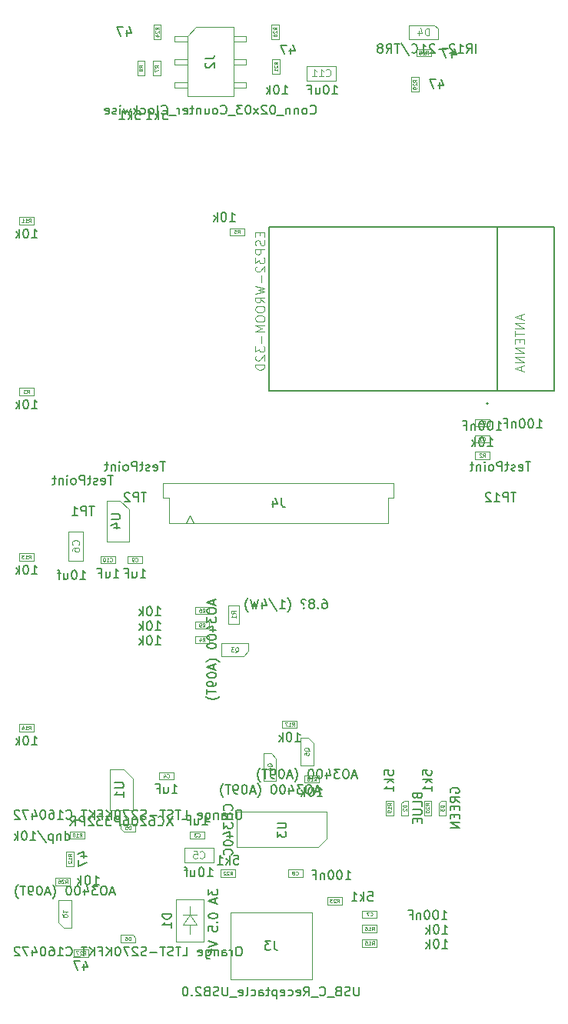
<source format=gbr>
%TF.GenerationSoftware,KiCad,Pcbnew,(5.1.6-0-10_14)*%
%TF.CreationDate,2021-01-05T22:04:13+01:00*%
%TF.ProjectId,ecsc21-badge,65637363-3231-42d6-9261-6467652e6b69,rev?*%
%TF.SameCoordinates,PX5c07920PY8b3c880*%
%TF.FileFunction,Other,Fab,Bot*%
%FSLAX46Y46*%
G04 Gerber Fmt 4.6, Leading zero omitted, Abs format (unit mm)*
G04 Created by KiCad (PCBNEW (5.1.6-0-10_14)) date 2021-01-05 22:04:13*
%MOMM*%
%LPD*%
G01*
G04 APERTURE LIST*
%ADD10C,0.100000*%
%ADD11C,0.200000*%
%ADD12C,0.127000*%
%ADD13C,0.150000*%
%ADD14C,0.060000*%
%ADD15C,0.015000*%
%ADD16C,0.075000*%
%ADD17C,0.120000*%
%ADD18C,0.080000*%
G04 APERTURE END LIST*
D10*
%TO.C,D6*%
X40900000Y-1800000D02*
X42200000Y-1800000D01*
X42200000Y-1800000D02*
X42500000Y-2100000D01*
X42500000Y-2100000D02*
X42500000Y-2600000D01*
X42500000Y-2600000D02*
X40900000Y-2600000D01*
X40900000Y-2600000D02*
X40900000Y-1800000D01*
%TO.C,D5*%
X42487500Y9600000D02*
X41187500Y9600000D01*
X41187500Y9600000D02*
X40887500Y9900000D01*
X40887500Y9900000D02*
X40887500Y10400000D01*
X40887500Y10400000D02*
X42487500Y10400000D01*
X42487500Y10400000D02*
X42487500Y9600000D01*
%TO.C,J4*%
X46190000Y43550000D02*
X70310000Y43550000D01*
X70310000Y43550000D02*
X70310000Y46350000D01*
X70310000Y46350000D02*
X70965000Y46350000D01*
X70965000Y46350000D02*
X70965000Y47950000D01*
X70965000Y47950000D02*
X45535000Y47950000D01*
X45535000Y47950000D02*
X45535000Y46350000D01*
X45535000Y46350000D02*
X46190000Y46350000D01*
X46190000Y46350000D02*
X46190000Y43550000D01*
X48100000Y43550000D02*
X48500000Y44350000D01*
X48500000Y44350000D02*
X48900000Y43550000D01*
%TO.C,R29*%
X73700000Y91000000D02*
X73700000Y92600000D01*
X72900000Y91000000D02*
X73700000Y91000000D01*
X72900000Y92600000D02*
X72900000Y91000000D01*
X73700000Y92600000D02*
X72900000Y92600000D01*
%TO.C,R28*%
X57500000Y98400000D02*
X57500000Y96800000D01*
X58300000Y98400000D02*
X57500000Y98400000D01*
X58300000Y96800000D02*
X58300000Y98400000D01*
X57500000Y96800000D02*
X58300000Y96800000D01*
%TO.C,R27*%
X37300000Y-4200000D02*
X37300000Y-3400000D01*
X37300000Y-3400000D02*
X35700000Y-3400000D01*
X35700000Y-3400000D02*
X35700000Y-4200000D01*
X35700000Y-4200000D02*
X37300000Y-4200000D01*
%TO.C,R12*%
X35700000Y7400000D02*
X34900000Y7400000D01*
X34900000Y7400000D02*
X34900000Y5800000D01*
X34900000Y5800000D02*
X35700000Y5800000D01*
X35700000Y5800000D02*
X35700000Y7400000D01*
%TO.C,R21*%
X58400000Y94600000D02*
X57600000Y94600000D01*
X57600000Y94600000D02*
X57600000Y93000000D01*
X57600000Y93000000D02*
X58400000Y93000000D01*
X58400000Y93000000D02*
X58400000Y94600000D01*
D11*
%TO.C,U2*%
X81350000Y56700000D02*
G75*
G03*
X81350000Y56700000I-100000J0D01*
G01*
D12*
X82350000Y58100000D02*
X82350000Y76100000D01*
X82350000Y76100000D02*
X57250000Y76100000D01*
X88650000Y76100000D02*
X82350000Y76100000D01*
X57250000Y76100000D02*
X57250000Y58100000D01*
X88650000Y58100000D02*
X88650000Y76100000D01*
X82350000Y58100000D02*
X88650000Y58100000D01*
X57250000Y58100000D02*
X82350000Y58100000D01*
D10*
%TO.C,R26*%
X35310000Y4485000D02*
X33710000Y4485000D01*
X35310000Y3685000D02*
X35310000Y4485000D01*
X33710000Y3685000D02*
X35310000Y3685000D01*
X33710000Y4485000D02*
X33710000Y3685000D01*
%TO.C,Q1*%
X34030000Y2075000D02*
X35430000Y2075000D01*
X35430000Y-965000D02*
X35430000Y2075000D01*
X34030000Y-395000D02*
X34580000Y-965000D01*
X34580000Y-965000D02*
X35430000Y-965000D01*
X34030000Y-395000D02*
X34030000Y2055000D01*
%TO.C,D4*%
X72650000Y96750000D02*
X72650000Y98350000D01*
X75850000Y96750000D02*
X72650000Y96750000D01*
X75850000Y97950000D02*
X75850000Y96750000D01*
X75450000Y98350000D02*
X75850000Y97950000D01*
X72650000Y98350000D02*
X75450000Y98350000D01*
%TO.C,R25*%
X73450000Y94900000D02*
X75050000Y94900000D01*
X73450000Y95700000D02*
X73450000Y94900000D01*
X75050000Y95700000D02*
X73450000Y95700000D01*
X75050000Y94900000D02*
X75050000Y95700000D01*
%TO.C,R24*%
X45300000Y96800000D02*
X45300000Y98400000D01*
X44500000Y96800000D02*
X45300000Y96800000D01*
X44500000Y98400000D02*
X44500000Y96800000D01*
X45300000Y98400000D02*
X44500000Y98400000D01*
%TO.C,C11*%
X64600000Y93850000D02*
X61400000Y93850000D01*
X64600000Y92250000D02*
X64600000Y93850000D01*
X61400000Y92250000D02*
X64600000Y92250000D01*
X61400000Y93850000D02*
X61400000Y92250000D01*
%TO.C,C6*%
X36750000Y42600000D02*
X35150000Y42600000D01*
X35150000Y42600000D02*
X35150000Y39400000D01*
X35150000Y39400000D02*
X36750000Y39400000D01*
X36750000Y39400000D02*
X36750000Y42600000D01*
%TO.C,R9*%
X50650000Y31900000D02*
X50650000Y32700000D01*
X50650000Y32700000D02*
X49050000Y32700000D01*
X49050000Y32700000D02*
X49050000Y31900000D01*
X49050000Y31900000D02*
X50650000Y31900000D01*
%TO.C,R6*%
X50650000Y33500000D02*
X50650000Y34300000D01*
X50650000Y34300000D02*
X49050000Y34300000D01*
X49050000Y34300000D02*
X49050000Y33500000D01*
X49050000Y33500000D02*
X50650000Y33500000D01*
%TO.C,R4*%
X50650000Y30300000D02*
X50650000Y31100000D01*
X50650000Y31100000D02*
X49050000Y31100000D01*
X49050000Y31100000D02*
X49050000Y30300000D01*
X49050000Y30300000D02*
X50650000Y30300000D01*
%TO.C,U4*%
X40820000Y46020000D02*
X39320000Y46020000D01*
X41820000Y41520000D02*
X41820000Y45020000D01*
X39320000Y41520000D02*
X41820000Y41520000D01*
X39320000Y46020000D02*
X39320000Y41520000D01*
X41820000Y45020000D02*
X40820000Y46020000D01*
%TO.C,R1*%
X53920000Y32480000D02*
X53920000Y34480000D01*
X52720000Y32480000D02*
X53920000Y32480000D01*
X52720000Y34480000D02*
X52720000Y32480000D01*
X53920000Y34480000D02*
X52720000Y34480000D01*
%TO.C,C10*%
X40250000Y39900000D02*
X38650000Y39900000D01*
X40250000Y39100000D02*
X40250000Y39900000D01*
X38650000Y39100000D02*
X40250000Y39100000D01*
X38650000Y39900000D02*
X38650000Y39100000D01*
%TO.C,C9*%
X43250000Y39900000D02*
X41650000Y39900000D01*
X43250000Y39100000D02*
X43250000Y39900000D01*
X41650000Y39100000D02*
X43250000Y39100000D01*
X41650000Y39900000D02*
X41650000Y39100000D01*
%TO.C,J3*%
X61920000Y680000D02*
X52980000Y680000D01*
X52980000Y680000D02*
X52980000Y-6640000D01*
X52980000Y-6640000D02*
X61920000Y-6640000D01*
X61920000Y680000D02*
X61920000Y-6640000D01*
%TO.C,U3*%
X62625000Y7850000D02*
X63600000Y8825000D01*
X53700000Y7850000D02*
X62625000Y7850000D01*
X53700000Y11750000D02*
X53700000Y7850000D01*
X63600000Y11750000D02*
X53700000Y11750000D01*
X63600000Y8825000D02*
X63600000Y11750000D01*
%TO.C,U1*%
X41200000Y16450000D02*
X39700000Y16450000D01*
X42200000Y11950000D02*
X42200000Y15450000D01*
X39700000Y11950000D02*
X42200000Y11950000D01*
X39700000Y16450000D02*
X39700000Y11950000D01*
X42200000Y15450000D02*
X41200000Y16450000D01*
%TO.C,R23*%
X63650000Y1550000D02*
X65250000Y1550000D01*
X63650000Y2350000D02*
X63650000Y1550000D01*
X65250000Y2350000D02*
X63650000Y2350000D01*
X65250000Y1550000D02*
X65250000Y2350000D01*
%TO.C,R22*%
X53500000Y5400000D02*
X51900000Y5400000D01*
X53500000Y4600000D02*
X53500000Y5400000D01*
X51900000Y4600000D02*
X53500000Y4600000D01*
X51900000Y5400000D02*
X51900000Y4600000D01*
%TO.C,R20*%
X75090000Y11400000D02*
X75090000Y13000000D01*
X74290000Y11400000D02*
X75090000Y11400000D01*
X74290000Y13000000D02*
X74290000Y11400000D01*
X75090000Y13000000D02*
X74290000Y13000000D01*
%TO.C,R19*%
X70100000Y13000000D02*
X70100000Y11400000D01*
X70900000Y13000000D02*
X70100000Y13000000D01*
X70900000Y11400000D02*
X70900000Y13000000D01*
X70100000Y11400000D02*
X70900000Y11400000D01*
%TO.C,R18*%
X61130000Y14960000D02*
X62730000Y14960000D01*
X61130000Y15760000D02*
X61130000Y14960000D01*
X62730000Y15760000D02*
X61130000Y15760000D01*
X62730000Y14960000D02*
X62730000Y15760000D01*
%TO.C,R17*%
X58700000Y21000000D02*
X60300000Y21000000D01*
X58700000Y21800000D02*
X58700000Y21000000D01*
X60300000Y21800000D02*
X58700000Y21800000D01*
X60300000Y21000000D02*
X60300000Y21800000D01*
%TO.C,R16*%
X69100000Y-700000D02*
X67500000Y-700000D01*
X69100000Y-1500000D02*
X69100000Y-700000D01*
X67500000Y-1500000D02*
X69100000Y-1500000D01*
X67500000Y-700000D02*
X67500000Y-1500000D01*
%TO.C,R15*%
X67500000Y-3100000D02*
X69100000Y-3100000D01*
X67500000Y-2300000D02*
X67500000Y-3100000D01*
X69100000Y-2300000D02*
X67500000Y-2300000D01*
X69100000Y-3100000D02*
X69100000Y-2300000D01*
%TO.C,R14*%
X29700000Y20600000D02*
X31300000Y20600000D01*
X29700000Y21400000D02*
X29700000Y20600000D01*
X31300000Y21400000D02*
X29700000Y21400000D01*
X31300000Y20600000D02*
X31300000Y21400000D01*
%TO.C,R13*%
X29700000Y39400000D02*
X31300000Y39400000D01*
X29700000Y40200000D02*
X29700000Y39400000D01*
X31300000Y40200000D02*
X29700000Y40200000D01*
X31300000Y39400000D02*
X31300000Y40200000D01*
%TO.C,R11*%
X29700000Y76400000D02*
X31300000Y76400000D01*
X29700000Y77200000D02*
X29700000Y76400000D01*
X31300000Y77200000D02*
X29700000Y77200000D01*
X31300000Y76400000D02*
X31300000Y77200000D01*
%TO.C,R10*%
X35300000Y8800000D02*
X36900000Y8800000D01*
X35300000Y9600000D02*
X35300000Y8800000D01*
X36900000Y9600000D02*
X35300000Y9600000D01*
X36900000Y8800000D02*
X36900000Y9600000D01*
%TO.C,R8*%
X43500000Y94400000D02*
X42700000Y94400000D01*
X42700000Y94400000D02*
X42700000Y92800000D01*
X42700000Y92800000D02*
X43500000Y92800000D01*
X43500000Y92800000D02*
X43500000Y94400000D01*
%TO.C,R7*%
X45260000Y94400000D02*
X44460000Y94400000D01*
X44460000Y94400000D02*
X44460000Y92800000D01*
X44460000Y92800000D02*
X45260000Y92800000D01*
X45260000Y92800000D02*
X45260000Y94400000D01*
%TO.C,R5*%
X54500000Y76000000D02*
X52900000Y76000000D01*
X54500000Y75200000D02*
X54500000Y76000000D01*
X52900000Y75200000D02*
X54500000Y75200000D01*
X52900000Y76000000D02*
X52900000Y75200000D01*
%TO.C,R3*%
X29700000Y57600000D02*
X31300000Y57600000D01*
X29700000Y58400000D02*
X29700000Y57600000D01*
X31300000Y58400000D02*
X29700000Y58400000D01*
X31300000Y57600000D02*
X31300000Y58400000D01*
%TO.C,R2*%
X81500000Y51400000D02*
X79900000Y51400000D01*
X81500000Y50600000D02*
X81500000Y51400000D01*
X79900000Y50600000D02*
X81500000Y50600000D01*
X79900000Y51400000D02*
X79900000Y50600000D01*
%TO.C,Q5*%
X62100000Y16880000D02*
X60700000Y16880000D01*
X60700000Y19920000D02*
X60700000Y16880000D01*
X62100000Y19350000D02*
X61550000Y19920000D01*
X61550000Y19920000D02*
X60700000Y19920000D01*
X62100000Y19350000D02*
X62100000Y16900000D01*
%TO.C,Q4*%
X58010000Y15170000D02*
X56610000Y15170000D01*
X56610000Y18210000D02*
X56610000Y15170000D01*
X58010000Y17640000D02*
X57460000Y18210000D01*
X57460000Y18210000D02*
X56610000Y18210000D01*
X58010000Y17640000D02*
X58010000Y15190000D01*
%TO.C,Q3*%
X51930000Y28900000D02*
X51930000Y30300000D01*
X54970000Y30300000D02*
X51930000Y30300000D01*
X54400000Y28900000D02*
X54970000Y29450000D01*
X54970000Y29450000D02*
X54970000Y30300000D01*
X54400000Y28900000D02*
X51950000Y28900000D01*
%TO.C,J2*%
X53290000Y98110000D02*
X49210000Y98110000D01*
X49210000Y98110000D02*
X48210000Y97110000D01*
X48210000Y97110000D02*
X48210000Y90490000D01*
X48210000Y90490000D02*
X53290000Y90490000D01*
X53290000Y90490000D02*
X53290000Y98110000D01*
X54670000Y97160000D02*
X53290000Y97160000D01*
X53290000Y96520000D02*
X54670000Y96520000D01*
X54670000Y96520000D02*
X54670000Y97160000D01*
X48210000Y97160000D02*
X46830000Y97160000D01*
X46830000Y97160000D02*
X46830000Y96520000D01*
X46830000Y96520000D02*
X48210000Y96520000D01*
X54670000Y94620000D02*
X53290000Y94620000D01*
X53290000Y93980000D02*
X54670000Y93980000D01*
X54670000Y93980000D02*
X54670000Y94620000D01*
X48210000Y94620000D02*
X46830000Y94620000D01*
X46830000Y94620000D02*
X46830000Y93980000D01*
X46830000Y93980000D02*
X48210000Y93980000D01*
X54670000Y92080000D02*
X53290000Y92080000D01*
X53290000Y91440000D02*
X54670000Y91440000D01*
X54670000Y91440000D02*
X54670000Y92080000D01*
X48210000Y92080000D02*
X46830000Y92080000D01*
X46830000Y92080000D02*
X46830000Y91440000D01*
X46830000Y91440000D02*
X48210000Y91440000D01*
%TO.C,D3*%
X76700000Y11400000D02*
X75900000Y11400000D01*
X76700000Y13000000D02*
X76700000Y11400000D01*
X76200000Y13000000D02*
X76700000Y13000000D01*
X75900000Y12700000D02*
X76200000Y13000000D01*
X75900000Y11400000D02*
X75900000Y12700000D01*
%TO.C,D2*%
X72580000Y11400000D02*
X71780000Y11400000D01*
X72580000Y13000000D02*
X72580000Y11400000D01*
X72080000Y13000000D02*
X72580000Y13000000D01*
X71780000Y12700000D02*
X72080000Y13000000D01*
X71780000Y11400000D02*
X71780000Y12700000D01*
%TO.C,D1*%
X48501020Y449440D02*
X47700920Y-701180D01*
X48501020Y449440D02*
X49250320Y-701180D01*
X49250320Y-701180D02*
X47700920Y-701180D01*
X47700920Y449440D02*
X49301120Y449440D01*
X48501020Y-701180D02*
X48501020Y-1699400D01*
X48501020Y449440D02*
X48501020Y1351140D01*
X47000000Y-2500000D02*
X47000000Y2100000D01*
X47000000Y-2500000D02*
X50000000Y-2500000D01*
X50000000Y2100000D02*
X47000000Y2100000D01*
X50000000Y-2500000D02*
X50000000Y2100000D01*
%TO.C,C8*%
X59312500Y4600000D02*
X60912500Y4600000D01*
X59312500Y5400000D02*
X59312500Y4600000D01*
X60912500Y5400000D02*
X59312500Y5400000D01*
X60912500Y4600000D02*
X60912500Y5400000D01*
%TO.C,C7*%
X67500000Y100000D02*
X69100000Y100000D01*
X67500000Y900000D02*
X67500000Y100000D01*
X69100000Y900000D02*
X67500000Y900000D01*
X69100000Y100000D02*
X69100000Y900000D01*
%TO.C,C5*%
X51100000Y7800000D02*
X47900000Y7800000D01*
X51100000Y6200000D02*
X51100000Y7800000D01*
X47900000Y6200000D02*
X51100000Y6200000D01*
X47900000Y7800000D02*
X47900000Y6200000D01*
%TO.C,C4*%
X45120000Y15310000D02*
X46720000Y15310000D01*
X45120000Y16110000D02*
X45120000Y15310000D01*
X46720000Y16110000D02*
X45120000Y16110000D01*
X46720000Y15310000D02*
X46720000Y16110000D01*
%TO.C,C3*%
X48500000Y8800000D02*
X50100000Y8800000D01*
X48500000Y9600000D02*
X48500000Y8800000D01*
X50100000Y9600000D02*
X48500000Y9600000D01*
X50100000Y8800000D02*
X50100000Y9600000D01*
%TO.C,C2*%
X81500000Y55000000D02*
X79900000Y55000000D01*
X81500000Y54200000D02*
X81500000Y55000000D01*
X79900000Y54200000D02*
X81500000Y54200000D01*
X79900000Y55000000D02*
X79900000Y54200000D01*
%TO.C,C1*%
X81500000Y53200000D02*
X79900000Y53200000D01*
X81500000Y52400000D02*
X81500000Y53200000D01*
X79900000Y52400000D02*
X81500000Y52400000D01*
X79900000Y53200000D02*
X79900000Y52400000D01*
%TD*%
%TO.C,D6*%
D13*
X53985714Y-3082380D02*
X53795238Y-3082380D01*
X53700000Y-3130000D01*
X53604761Y-3225238D01*
X53557142Y-3415714D01*
X53557142Y-3749047D01*
X53604761Y-3939523D01*
X53700000Y-4034761D01*
X53795238Y-4082380D01*
X53985714Y-4082380D01*
X54080952Y-4034761D01*
X54176190Y-3939523D01*
X54223809Y-3749047D01*
X54223809Y-3415714D01*
X54176190Y-3225238D01*
X54080952Y-3130000D01*
X53985714Y-3082380D01*
X53128571Y-4082380D02*
X53128571Y-3415714D01*
X53128571Y-3606190D02*
X53080952Y-3510952D01*
X53033333Y-3463333D01*
X52938095Y-3415714D01*
X52842857Y-3415714D01*
X52080952Y-4082380D02*
X52080952Y-3558571D01*
X52128571Y-3463333D01*
X52223809Y-3415714D01*
X52414285Y-3415714D01*
X52509523Y-3463333D01*
X52080952Y-4034761D02*
X52176190Y-4082380D01*
X52414285Y-4082380D01*
X52509523Y-4034761D01*
X52557142Y-3939523D01*
X52557142Y-3844285D01*
X52509523Y-3749047D01*
X52414285Y-3701428D01*
X52176190Y-3701428D01*
X52080952Y-3653809D01*
X51604761Y-3415714D02*
X51604761Y-4082380D01*
X51604761Y-3510952D02*
X51557142Y-3463333D01*
X51461904Y-3415714D01*
X51319047Y-3415714D01*
X51223809Y-3463333D01*
X51176190Y-3558571D01*
X51176190Y-4082380D01*
X50271428Y-3415714D02*
X50271428Y-4225238D01*
X50319047Y-4320476D01*
X50366666Y-4368095D01*
X50461904Y-4415714D01*
X50604761Y-4415714D01*
X50700000Y-4368095D01*
X50271428Y-4034761D02*
X50366666Y-4082380D01*
X50557142Y-4082380D01*
X50652380Y-4034761D01*
X50700000Y-3987142D01*
X50747619Y-3891904D01*
X50747619Y-3606190D01*
X50700000Y-3510952D01*
X50652380Y-3463333D01*
X50557142Y-3415714D01*
X50366666Y-3415714D01*
X50271428Y-3463333D01*
X49414285Y-4034761D02*
X49509523Y-4082380D01*
X49700000Y-4082380D01*
X49795238Y-4034761D01*
X49842857Y-3939523D01*
X49842857Y-3558571D01*
X49795238Y-3463333D01*
X49700000Y-3415714D01*
X49509523Y-3415714D01*
X49414285Y-3463333D01*
X49366666Y-3558571D01*
X49366666Y-3653809D01*
X49842857Y-3749047D01*
X47700000Y-4082380D02*
X48176190Y-4082380D01*
X48176190Y-3082380D01*
X47509523Y-3082380D02*
X46938095Y-3082380D01*
X47223809Y-4082380D02*
X47223809Y-3082380D01*
X46652380Y-4034761D02*
X46509523Y-4082380D01*
X46271428Y-4082380D01*
X46176190Y-4034761D01*
X46128571Y-3987142D01*
X46080952Y-3891904D01*
X46080952Y-3796666D01*
X46128571Y-3701428D01*
X46176190Y-3653809D01*
X46271428Y-3606190D01*
X46461904Y-3558571D01*
X46557142Y-3510952D01*
X46604761Y-3463333D01*
X46652380Y-3368095D01*
X46652380Y-3272857D01*
X46604761Y-3177619D01*
X46557142Y-3130000D01*
X46461904Y-3082380D01*
X46223809Y-3082380D01*
X46080952Y-3130000D01*
X45795238Y-3082380D02*
X45223809Y-3082380D01*
X45509523Y-4082380D02*
X45509523Y-3082380D01*
X44890476Y-3701428D02*
X44128571Y-3701428D01*
X43700000Y-4034761D02*
X43557142Y-4082380D01*
X43319047Y-4082380D01*
X43223809Y-4034761D01*
X43176190Y-3987142D01*
X43128571Y-3891904D01*
X43128571Y-3796666D01*
X43176190Y-3701428D01*
X43223809Y-3653809D01*
X43319047Y-3606190D01*
X43509523Y-3558571D01*
X43604761Y-3510952D01*
X43652380Y-3463333D01*
X43700000Y-3368095D01*
X43700000Y-3272857D01*
X43652380Y-3177619D01*
X43604761Y-3130000D01*
X43509523Y-3082380D01*
X43271428Y-3082380D01*
X43128571Y-3130000D01*
X42747619Y-3177619D02*
X42700000Y-3130000D01*
X42604761Y-3082380D01*
X42366666Y-3082380D01*
X42271428Y-3130000D01*
X42223809Y-3177619D01*
X42176190Y-3272857D01*
X42176190Y-3368095D01*
X42223809Y-3510952D01*
X42795238Y-4082380D01*
X42176190Y-4082380D01*
X41842857Y-3082380D02*
X41176190Y-3082380D01*
X41604761Y-4082380D01*
X40604761Y-3082380D02*
X40509523Y-3082380D01*
X40414285Y-3130000D01*
X40366666Y-3177619D01*
X40319047Y-3272857D01*
X40271428Y-3463333D01*
X40271428Y-3701428D01*
X40319047Y-3891904D01*
X40366666Y-3987142D01*
X40414285Y-4034761D01*
X40509523Y-4082380D01*
X40604761Y-4082380D01*
X40700000Y-4034761D01*
X40747619Y-3987142D01*
X40795238Y-3891904D01*
X40842857Y-3701428D01*
X40842857Y-3463333D01*
X40795238Y-3272857D01*
X40747619Y-3177619D01*
X40700000Y-3130000D01*
X40604761Y-3082380D01*
X39842857Y-4082380D02*
X39842857Y-3082380D01*
X39271428Y-4082380D02*
X39700000Y-3510952D01*
X39271428Y-3082380D02*
X39842857Y-3653809D01*
X38509523Y-3558571D02*
X38842857Y-3558571D01*
X38842857Y-4082380D02*
X38842857Y-3082380D01*
X38366666Y-3082380D01*
X37985714Y-4082380D02*
X37985714Y-3082380D01*
X37414285Y-4082380D02*
X37842857Y-3510952D01*
X37414285Y-3082380D02*
X37985714Y-3653809D01*
X37128571Y-3082380D02*
X36557142Y-3082380D01*
X36842857Y-4082380D02*
X36842857Y-3082380D01*
X36461904Y-4177619D02*
X35700000Y-4177619D01*
X34890476Y-3987142D02*
X34938095Y-4034761D01*
X35080952Y-4082380D01*
X35176190Y-4082380D01*
X35319047Y-4034761D01*
X35414285Y-3939523D01*
X35461904Y-3844285D01*
X35509523Y-3653809D01*
X35509523Y-3510952D01*
X35461904Y-3320476D01*
X35414285Y-3225238D01*
X35319047Y-3130000D01*
X35176190Y-3082380D01*
X35080952Y-3082380D01*
X34938095Y-3130000D01*
X34890476Y-3177619D01*
X33938095Y-4082380D02*
X34509523Y-4082380D01*
X34223809Y-4082380D02*
X34223809Y-3082380D01*
X34319047Y-3225238D01*
X34414285Y-3320476D01*
X34509523Y-3368095D01*
X33080952Y-3082380D02*
X33271428Y-3082380D01*
X33366666Y-3130000D01*
X33414285Y-3177619D01*
X33509523Y-3320476D01*
X33557142Y-3510952D01*
X33557142Y-3891904D01*
X33509523Y-3987142D01*
X33461904Y-4034761D01*
X33366666Y-4082380D01*
X33176190Y-4082380D01*
X33080952Y-4034761D01*
X33033333Y-3987142D01*
X32985714Y-3891904D01*
X32985714Y-3653809D01*
X33033333Y-3558571D01*
X33080952Y-3510952D01*
X33176190Y-3463333D01*
X33366666Y-3463333D01*
X33461904Y-3510952D01*
X33509523Y-3558571D01*
X33557142Y-3653809D01*
X32366666Y-3082380D02*
X32271428Y-3082380D01*
X32176190Y-3130000D01*
X32128571Y-3177619D01*
X32080952Y-3272857D01*
X32033333Y-3463333D01*
X32033333Y-3701428D01*
X32080952Y-3891904D01*
X32128571Y-3987142D01*
X32176190Y-4034761D01*
X32271428Y-4082380D01*
X32366666Y-4082380D01*
X32461904Y-4034761D01*
X32509523Y-3987142D01*
X32557142Y-3891904D01*
X32604761Y-3701428D01*
X32604761Y-3463333D01*
X32557142Y-3272857D01*
X32509523Y-3177619D01*
X32461904Y-3130000D01*
X32366666Y-3082380D01*
X31176190Y-3415714D02*
X31176190Y-4082380D01*
X31414285Y-3034761D02*
X31652380Y-3749047D01*
X31033333Y-3749047D01*
X30747619Y-3082380D02*
X30080952Y-3082380D01*
X30509523Y-4082380D01*
X29747619Y-3177619D02*
X29700000Y-3130000D01*
X29604761Y-3082380D01*
X29366666Y-3082380D01*
X29271428Y-3130000D01*
X29223809Y-3177619D01*
X29176190Y-3272857D01*
X29176190Y-3368095D01*
X29223809Y-3510952D01*
X29795238Y-4082380D01*
X29176190Y-4082380D01*
D14*
X41995238Y-2380952D02*
X41995238Y-1980952D01*
X41900000Y-1980952D01*
X41842857Y-2000000D01*
X41804761Y-2038095D01*
X41785714Y-2076190D01*
X41766666Y-2152380D01*
X41766666Y-2209523D01*
X41785714Y-2285714D01*
X41804761Y-2323809D01*
X41842857Y-2361904D01*
X41900000Y-2380952D01*
X41995238Y-2380952D01*
X41423809Y-1980952D02*
X41500000Y-1980952D01*
X41538095Y-2000000D01*
X41557142Y-2019047D01*
X41595238Y-2076190D01*
X41614285Y-2152380D01*
X41614285Y-2304761D01*
X41595238Y-2342857D01*
X41576190Y-2361904D01*
X41538095Y-2380952D01*
X41461904Y-2380952D01*
X41423809Y-2361904D01*
X41404761Y-2342857D01*
X41385714Y-2304761D01*
X41385714Y-2209523D01*
X41404761Y-2171428D01*
X41423809Y-2152380D01*
X41461904Y-2133333D01*
X41538095Y-2133333D01*
X41576190Y-2152380D01*
X41595238Y-2171428D01*
X41614285Y-2209523D01*
%TO.C,D5*%
D13*
X53973214Y11977620D02*
X53782738Y11977620D01*
X53687500Y11930000D01*
X53592261Y11834762D01*
X53544642Y11644286D01*
X53544642Y11310953D01*
X53592261Y11120477D01*
X53687500Y11025239D01*
X53782738Y10977620D01*
X53973214Y10977620D01*
X54068452Y11025239D01*
X54163690Y11120477D01*
X54211309Y11310953D01*
X54211309Y11644286D01*
X54163690Y11834762D01*
X54068452Y11930000D01*
X53973214Y11977620D01*
X53116071Y10977620D02*
X53116071Y11644286D01*
X53116071Y11453810D02*
X53068452Y11549048D01*
X53020833Y11596667D01*
X52925595Y11644286D01*
X52830357Y11644286D01*
X52068452Y10977620D02*
X52068452Y11501429D01*
X52116071Y11596667D01*
X52211309Y11644286D01*
X52401785Y11644286D01*
X52497023Y11596667D01*
X52068452Y11025239D02*
X52163690Y10977620D01*
X52401785Y10977620D01*
X52497023Y11025239D01*
X52544642Y11120477D01*
X52544642Y11215715D01*
X52497023Y11310953D01*
X52401785Y11358572D01*
X52163690Y11358572D01*
X52068452Y11406191D01*
X51592261Y11644286D02*
X51592261Y10977620D01*
X51592261Y11549048D02*
X51544642Y11596667D01*
X51449404Y11644286D01*
X51306547Y11644286D01*
X51211309Y11596667D01*
X51163690Y11501429D01*
X51163690Y10977620D01*
X50258928Y11644286D02*
X50258928Y10834762D01*
X50306547Y10739524D01*
X50354166Y10691905D01*
X50449404Y10644286D01*
X50592261Y10644286D01*
X50687500Y10691905D01*
X50258928Y11025239D02*
X50354166Y10977620D01*
X50544642Y10977620D01*
X50639880Y11025239D01*
X50687500Y11072858D01*
X50735119Y11168096D01*
X50735119Y11453810D01*
X50687500Y11549048D01*
X50639880Y11596667D01*
X50544642Y11644286D01*
X50354166Y11644286D01*
X50258928Y11596667D01*
X49401785Y11025239D02*
X49497023Y10977620D01*
X49687500Y10977620D01*
X49782738Y11025239D01*
X49830357Y11120477D01*
X49830357Y11501429D01*
X49782738Y11596667D01*
X49687500Y11644286D01*
X49497023Y11644286D01*
X49401785Y11596667D01*
X49354166Y11501429D01*
X49354166Y11406191D01*
X49830357Y11310953D01*
X47687500Y10977620D02*
X48163690Y10977620D01*
X48163690Y11977620D01*
X47497023Y11977620D02*
X46925595Y11977620D01*
X47211309Y10977620D02*
X47211309Y11977620D01*
X46639880Y11025239D02*
X46497023Y10977620D01*
X46258928Y10977620D01*
X46163690Y11025239D01*
X46116071Y11072858D01*
X46068452Y11168096D01*
X46068452Y11263334D01*
X46116071Y11358572D01*
X46163690Y11406191D01*
X46258928Y11453810D01*
X46449404Y11501429D01*
X46544642Y11549048D01*
X46592261Y11596667D01*
X46639880Y11691905D01*
X46639880Y11787143D01*
X46592261Y11882381D01*
X46544642Y11930000D01*
X46449404Y11977620D01*
X46211309Y11977620D01*
X46068452Y11930000D01*
X45782738Y11977620D02*
X45211309Y11977620D01*
X45497023Y10977620D02*
X45497023Y11977620D01*
X44877976Y11358572D02*
X44116071Y11358572D01*
X43687500Y11025239D02*
X43544642Y10977620D01*
X43306547Y10977620D01*
X43211309Y11025239D01*
X43163690Y11072858D01*
X43116071Y11168096D01*
X43116071Y11263334D01*
X43163690Y11358572D01*
X43211309Y11406191D01*
X43306547Y11453810D01*
X43497023Y11501429D01*
X43592261Y11549048D01*
X43639880Y11596667D01*
X43687500Y11691905D01*
X43687500Y11787143D01*
X43639880Y11882381D01*
X43592261Y11930000D01*
X43497023Y11977620D01*
X43258928Y11977620D01*
X43116071Y11930000D01*
X42735119Y11882381D02*
X42687500Y11930000D01*
X42592261Y11977620D01*
X42354166Y11977620D01*
X42258928Y11930000D01*
X42211309Y11882381D01*
X42163690Y11787143D01*
X42163690Y11691905D01*
X42211309Y11549048D01*
X42782738Y10977620D01*
X42163690Y10977620D01*
X41830357Y11977620D02*
X41163690Y11977620D01*
X41592261Y10977620D01*
X40592261Y11977620D02*
X40497023Y11977620D01*
X40401785Y11930000D01*
X40354166Y11882381D01*
X40306547Y11787143D01*
X40258928Y11596667D01*
X40258928Y11358572D01*
X40306547Y11168096D01*
X40354166Y11072858D01*
X40401785Y11025239D01*
X40497023Y10977620D01*
X40592261Y10977620D01*
X40687500Y11025239D01*
X40735119Y11072858D01*
X40782738Y11168096D01*
X40830357Y11358572D01*
X40830357Y11596667D01*
X40782738Y11787143D01*
X40735119Y11882381D01*
X40687500Y11930000D01*
X40592261Y11977620D01*
X39830357Y10977620D02*
X39830357Y11977620D01*
X39258928Y10977620D02*
X39687500Y11549048D01*
X39258928Y11977620D02*
X39830357Y11406191D01*
X38497023Y11501429D02*
X38830357Y11501429D01*
X38830357Y10977620D02*
X38830357Y11977620D01*
X38354166Y11977620D01*
X37973214Y10977620D02*
X37973214Y11977620D01*
X37401785Y10977620D02*
X37830357Y11549048D01*
X37401785Y11977620D02*
X37973214Y11406191D01*
X37116071Y11977620D02*
X36544642Y11977620D01*
X36830357Y10977620D02*
X36830357Y11977620D01*
X36449404Y10882381D02*
X35687500Y10882381D01*
X34877976Y11072858D02*
X34925595Y11025239D01*
X35068452Y10977620D01*
X35163690Y10977620D01*
X35306547Y11025239D01*
X35401785Y11120477D01*
X35449404Y11215715D01*
X35497023Y11406191D01*
X35497023Y11549048D01*
X35449404Y11739524D01*
X35401785Y11834762D01*
X35306547Y11930000D01*
X35163690Y11977620D01*
X35068452Y11977620D01*
X34925595Y11930000D01*
X34877976Y11882381D01*
X33925595Y10977620D02*
X34497023Y10977620D01*
X34211309Y10977620D02*
X34211309Y11977620D01*
X34306547Y11834762D01*
X34401785Y11739524D01*
X34497023Y11691905D01*
X33068452Y11977620D02*
X33258928Y11977620D01*
X33354166Y11930000D01*
X33401785Y11882381D01*
X33497023Y11739524D01*
X33544642Y11549048D01*
X33544642Y11168096D01*
X33497023Y11072858D01*
X33449404Y11025239D01*
X33354166Y10977620D01*
X33163690Y10977620D01*
X33068452Y11025239D01*
X33020833Y11072858D01*
X32973214Y11168096D01*
X32973214Y11406191D01*
X33020833Y11501429D01*
X33068452Y11549048D01*
X33163690Y11596667D01*
X33354166Y11596667D01*
X33449404Y11549048D01*
X33497023Y11501429D01*
X33544642Y11406191D01*
X32354166Y11977620D02*
X32258928Y11977620D01*
X32163690Y11930000D01*
X32116071Y11882381D01*
X32068452Y11787143D01*
X32020833Y11596667D01*
X32020833Y11358572D01*
X32068452Y11168096D01*
X32116071Y11072858D01*
X32163690Y11025239D01*
X32258928Y10977620D01*
X32354166Y10977620D01*
X32449404Y11025239D01*
X32497023Y11072858D01*
X32544642Y11168096D01*
X32592261Y11358572D01*
X32592261Y11596667D01*
X32544642Y11787143D01*
X32497023Y11882381D01*
X32449404Y11930000D01*
X32354166Y11977620D01*
X31163690Y11644286D02*
X31163690Y10977620D01*
X31401785Y12025239D02*
X31639880Y11310953D01*
X31020833Y11310953D01*
X30735119Y11977620D02*
X30068452Y11977620D01*
X30497023Y10977620D01*
X29735119Y11882381D02*
X29687500Y11930000D01*
X29592261Y11977620D01*
X29354166Y11977620D01*
X29258928Y11930000D01*
X29211309Y11882381D01*
X29163690Y11787143D01*
X29163690Y11691905D01*
X29211309Y11549048D01*
X29782738Y10977620D01*
X29163690Y10977620D01*
D14*
X41982738Y9819048D02*
X41982738Y10219048D01*
X41887500Y10219048D01*
X41830357Y10200000D01*
X41792261Y10161905D01*
X41773214Y10123810D01*
X41754166Y10047620D01*
X41754166Y9990477D01*
X41773214Y9914286D01*
X41792261Y9876191D01*
X41830357Y9838096D01*
X41887500Y9819048D01*
X41982738Y9819048D01*
X41392261Y10219048D02*
X41582738Y10219048D01*
X41601785Y10028572D01*
X41582738Y10047620D01*
X41544642Y10066667D01*
X41449404Y10066667D01*
X41411309Y10047620D01*
X41392261Y10028572D01*
X41373214Y9990477D01*
X41373214Y9895239D01*
X41392261Y9857143D01*
X41411309Y9838096D01*
X41449404Y9819048D01*
X41544642Y9819048D01*
X41582738Y9838096D01*
X41601785Y9857143D01*
%TO.C,J4*%
D13*
X58583333Y46297620D02*
X58583333Y45583334D01*
X58630952Y45440477D01*
X58726190Y45345239D01*
X58869047Y45297620D01*
X58964285Y45297620D01*
X57678571Y45964286D02*
X57678571Y45297620D01*
X57916666Y46345239D02*
X58154761Y45630953D01*
X57535714Y45630953D01*
%TO.C,R29*%
X75985714Y92014286D02*
X75985714Y91347620D01*
X76223809Y92395239D02*
X76461904Y91680953D01*
X75842857Y91680953D01*
X75557142Y92347620D02*
X74890476Y92347620D01*
X75319047Y91347620D01*
D14*
X73480952Y92057143D02*
X73290476Y92190477D01*
X73480952Y92285715D02*
X73080952Y92285715D01*
X73080952Y92133334D01*
X73100000Y92095239D01*
X73119047Y92076191D01*
X73157142Y92057143D01*
X73214285Y92057143D01*
X73252380Y92076191D01*
X73271428Y92095239D01*
X73290476Y92133334D01*
X73290476Y92285715D01*
X73119047Y91904762D02*
X73100000Y91885715D01*
X73080952Y91847620D01*
X73080952Y91752381D01*
X73100000Y91714286D01*
X73119047Y91695239D01*
X73157142Y91676191D01*
X73195238Y91676191D01*
X73252380Y91695239D01*
X73480952Y91923810D01*
X73480952Y91676191D01*
X73480952Y91485715D02*
X73480952Y91409524D01*
X73461904Y91371429D01*
X73442857Y91352381D01*
X73385714Y91314286D01*
X73309523Y91295239D01*
X73157142Y91295239D01*
X73119047Y91314286D01*
X73100000Y91333334D01*
X73080952Y91371429D01*
X73080952Y91447620D01*
X73100000Y91485715D01*
X73119047Y91504762D01*
X73157142Y91523810D01*
X73252380Y91523810D01*
X73290476Y91504762D01*
X73309523Y91485715D01*
X73328571Y91447620D01*
X73328571Y91371429D01*
X73309523Y91333334D01*
X73290476Y91314286D01*
X73252380Y91295239D01*
%TO.C,R28*%
D13*
X59585714Y95814286D02*
X59585714Y95147620D01*
X59823809Y96195239D02*
X60061904Y95480953D01*
X59442857Y95480953D01*
X59157142Y96147620D02*
X58490476Y96147620D01*
X58919047Y95147620D01*
D14*
X58080952Y97857143D02*
X57890476Y97990477D01*
X58080952Y98085715D02*
X57680952Y98085715D01*
X57680952Y97933334D01*
X57700000Y97895239D01*
X57719047Y97876191D01*
X57757142Y97857143D01*
X57814285Y97857143D01*
X57852380Y97876191D01*
X57871428Y97895239D01*
X57890476Y97933334D01*
X57890476Y98085715D01*
X57719047Y97704762D02*
X57700000Y97685715D01*
X57680952Y97647620D01*
X57680952Y97552381D01*
X57700000Y97514286D01*
X57719047Y97495239D01*
X57757142Y97476191D01*
X57795238Y97476191D01*
X57852380Y97495239D01*
X58080952Y97723810D01*
X58080952Y97476191D01*
X57852380Y97247620D02*
X57833333Y97285715D01*
X57814285Y97304762D01*
X57776190Y97323810D01*
X57757142Y97323810D01*
X57719047Y97304762D01*
X57700000Y97285715D01*
X57680952Y97247620D01*
X57680952Y97171429D01*
X57700000Y97133334D01*
X57719047Y97114286D01*
X57757142Y97095239D01*
X57776190Y97095239D01*
X57814285Y97114286D01*
X57833333Y97133334D01*
X57852380Y97171429D01*
X57852380Y97247620D01*
X57871428Y97285715D01*
X57890476Y97304762D01*
X57928571Y97323810D01*
X58004761Y97323810D01*
X58042857Y97304762D01*
X58061904Y97285715D01*
X58080952Y97247620D01*
X58080952Y97171429D01*
X58061904Y97133334D01*
X58042857Y97114286D01*
X58004761Y97095239D01*
X57928571Y97095239D01*
X57890476Y97114286D01*
X57871428Y97133334D01*
X57852380Y97171429D01*
%TO.C,R27*%
D13*
X36785714Y-5015714D02*
X36785714Y-5682380D01*
X37023809Y-4634761D02*
X37261904Y-5349047D01*
X36642857Y-5349047D01*
X36357142Y-4682380D02*
X35690476Y-4682380D01*
X36119047Y-5682380D01*
D14*
X36757142Y-3980952D02*
X36890476Y-3790476D01*
X36985714Y-3980952D02*
X36985714Y-3580952D01*
X36833333Y-3580952D01*
X36795238Y-3600000D01*
X36776190Y-3619047D01*
X36757142Y-3657142D01*
X36757142Y-3714285D01*
X36776190Y-3752380D01*
X36795238Y-3771428D01*
X36833333Y-3790476D01*
X36985714Y-3790476D01*
X36604761Y-3619047D02*
X36585714Y-3600000D01*
X36547619Y-3580952D01*
X36452380Y-3580952D01*
X36414285Y-3600000D01*
X36395238Y-3619047D01*
X36376190Y-3657142D01*
X36376190Y-3695238D01*
X36395238Y-3752380D01*
X36623809Y-3980952D01*
X36376190Y-3980952D01*
X36242857Y-3580952D02*
X35976190Y-3580952D01*
X36147619Y-3980952D01*
%TO.C,R12*%
D13*
X36515714Y6885715D02*
X37182380Y6885715D01*
X36134761Y7123810D02*
X36849047Y7361905D01*
X36849047Y6742858D01*
X36182380Y6457143D02*
X36182380Y5790477D01*
X37182380Y6219048D01*
D14*
X35480952Y6857143D02*
X35290476Y6990477D01*
X35480952Y7085715D02*
X35080952Y7085715D01*
X35080952Y6933334D01*
X35100000Y6895239D01*
X35119047Y6876191D01*
X35157142Y6857143D01*
X35214285Y6857143D01*
X35252380Y6876191D01*
X35271428Y6895239D01*
X35290476Y6933334D01*
X35290476Y7085715D01*
X35480952Y6476191D02*
X35480952Y6704762D01*
X35480952Y6590477D02*
X35080952Y6590477D01*
X35138095Y6628572D01*
X35176190Y6666667D01*
X35195238Y6704762D01*
X35119047Y6323810D02*
X35100000Y6304762D01*
X35080952Y6266667D01*
X35080952Y6171429D01*
X35100000Y6133334D01*
X35119047Y6114286D01*
X35157142Y6095239D01*
X35195238Y6095239D01*
X35252380Y6114286D01*
X35480952Y6342858D01*
X35480952Y6095239D01*
%TO.C,R21*%
D13*
X58695238Y90747620D02*
X59266666Y90747620D01*
X58980952Y90747620D02*
X58980952Y91747620D01*
X59076190Y91604762D01*
X59171428Y91509524D01*
X59266666Y91461905D01*
X58076190Y91747620D02*
X57980952Y91747620D01*
X57885714Y91700000D01*
X57838095Y91652381D01*
X57790476Y91557143D01*
X57742857Y91366667D01*
X57742857Y91128572D01*
X57790476Y90938096D01*
X57838095Y90842858D01*
X57885714Y90795239D01*
X57980952Y90747620D01*
X58076190Y90747620D01*
X58171428Y90795239D01*
X58219047Y90842858D01*
X58266666Y90938096D01*
X58314285Y91128572D01*
X58314285Y91366667D01*
X58266666Y91557143D01*
X58219047Y91652381D01*
X58171428Y91700000D01*
X58076190Y91747620D01*
X57314285Y90747620D02*
X57314285Y91747620D01*
X57219047Y91128572D02*
X56933333Y90747620D01*
X56933333Y91414286D02*
X57314285Y91033334D01*
D14*
X58180952Y94057143D02*
X57990476Y94190477D01*
X58180952Y94285715D02*
X57780952Y94285715D01*
X57780952Y94133334D01*
X57800000Y94095239D01*
X57819047Y94076191D01*
X57857142Y94057143D01*
X57914285Y94057143D01*
X57952380Y94076191D01*
X57971428Y94095239D01*
X57990476Y94133334D01*
X57990476Y94285715D01*
X57819047Y93904762D02*
X57800000Y93885715D01*
X57780952Y93847620D01*
X57780952Y93752381D01*
X57800000Y93714286D01*
X57819047Y93695239D01*
X57857142Y93676191D01*
X57895238Y93676191D01*
X57952380Y93695239D01*
X58180952Y93923810D01*
X58180952Y93676191D01*
X58180952Y93295239D02*
X58180952Y93523810D01*
X58180952Y93409524D02*
X57780952Y93409524D01*
X57838095Y93447620D01*
X57876190Y93485715D01*
X57895238Y93523810D01*
%TO.C,U2*%
D15*
X56213571Y75518810D02*
X56213571Y75185477D01*
X56737380Y75042620D02*
X56737380Y75518810D01*
X55737380Y75518810D01*
X55737380Y75042620D01*
X56689761Y74661667D02*
X56737380Y74518810D01*
X56737380Y74280715D01*
X56689761Y74185477D01*
X56642142Y74137858D01*
X56546904Y74090239D01*
X56451666Y74090239D01*
X56356428Y74137858D01*
X56308809Y74185477D01*
X56261190Y74280715D01*
X56213571Y74471191D01*
X56165952Y74566429D01*
X56118333Y74614048D01*
X56023095Y74661667D01*
X55927857Y74661667D01*
X55832619Y74614048D01*
X55785000Y74566429D01*
X55737380Y74471191D01*
X55737380Y74233096D01*
X55785000Y74090239D01*
X56737380Y73661667D02*
X55737380Y73661667D01*
X55737380Y73280715D01*
X55785000Y73185477D01*
X55832619Y73137858D01*
X55927857Y73090239D01*
X56070714Y73090239D01*
X56165952Y73137858D01*
X56213571Y73185477D01*
X56261190Y73280715D01*
X56261190Y73661667D01*
X55737380Y72756905D02*
X55737380Y72137858D01*
X56118333Y72471191D01*
X56118333Y72328334D01*
X56165952Y72233096D01*
X56213571Y72185477D01*
X56308809Y72137858D01*
X56546904Y72137858D01*
X56642142Y72185477D01*
X56689761Y72233096D01*
X56737380Y72328334D01*
X56737380Y72614048D01*
X56689761Y72709286D01*
X56642142Y72756905D01*
X55832619Y71756905D02*
X55785000Y71709286D01*
X55737380Y71614048D01*
X55737380Y71375953D01*
X55785000Y71280715D01*
X55832619Y71233096D01*
X55927857Y71185477D01*
X56023095Y71185477D01*
X56165952Y71233096D01*
X56737380Y71804524D01*
X56737380Y71185477D01*
X56356428Y70756905D02*
X56356428Y69995000D01*
X55737380Y69614048D02*
X56737380Y69375953D01*
X56023095Y69185477D01*
X56737380Y68995000D01*
X55737380Y68756905D01*
X56737380Y67804524D02*
X56261190Y68137858D01*
X56737380Y68375953D02*
X55737380Y68375953D01*
X55737380Y67995000D01*
X55785000Y67899762D01*
X55832619Y67852143D01*
X55927857Y67804524D01*
X56070714Y67804524D01*
X56165952Y67852143D01*
X56213571Y67899762D01*
X56261190Y67995000D01*
X56261190Y68375953D01*
X55737380Y67185477D02*
X55737380Y66995000D01*
X55785000Y66899762D01*
X55880238Y66804524D01*
X56070714Y66756905D01*
X56404047Y66756905D01*
X56594523Y66804524D01*
X56689761Y66899762D01*
X56737380Y66995000D01*
X56737380Y67185477D01*
X56689761Y67280715D01*
X56594523Y67375953D01*
X56404047Y67423572D01*
X56070714Y67423572D01*
X55880238Y67375953D01*
X55785000Y67280715D01*
X55737380Y67185477D01*
X55737380Y66137858D02*
X55737380Y65947381D01*
X55785000Y65852143D01*
X55880238Y65756905D01*
X56070714Y65709286D01*
X56404047Y65709286D01*
X56594523Y65756905D01*
X56689761Y65852143D01*
X56737380Y65947381D01*
X56737380Y66137858D01*
X56689761Y66233096D01*
X56594523Y66328334D01*
X56404047Y66375953D01*
X56070714Y66375953D01*
X55880238Y66328334D01*
X55785000Y66233096D01*
X55737380Y66137858D01*
X56737380Y65280715D02*
X55737380Y65280715D01*
X56451666Y64947381D01*
X55737380Y64614048D01*
X56737380Y64614048D01*
X56356428Y64137858D02*
X56356428Y63375953D01*
X55737380Y62995000D02*
X55737380Y62375953D01*
X56118333Y62709286D01*
X56118333Y62566429D01*
X56165952Y62471191D01*
X56213571Y62423572D01*
X56308809Y62375953D01*
X56546904Y62375953D01*
X56642142Y62423572D01*
X56689761Y62471191D01*
X56737380Y62566429D01*
X56737380Y62852143D01*
X56689761Y62947381D01*
X56642142Y62995000D01*
X55832619Y61995000D02*
X55785000Y61947381D01*
X55737380Y61852143D01*
X55737380Y61614048D01*
X55785000Y61518810D01*
X55832619Y61471191D01*
X55927857Y61423572D01*
X56023095Y61423572D01*
X56165952Y61471191D01*
X56737380Y62042620D01*
X56737380Y61423572D01*
X56737380Y60995000D02*
X55737380Y60995000D01*
X55737380Y60756905D01*
X55785000Y60614048D01*
X55880238Y60518810D01*
X55975476Y60471191D01*
X56165952Y60423572D01*
X56308809Y60423572D01*
X56499285Y60471191D01*
X56594523Y60518810D01*
X56689761Y60614048D01*
X56737380Y60756905D01*
X56737380Y60995000D01*
X85016666Y66471429D02*
X85016666Y65995239D01*
X85302380Y66566667D02*
X84302380Y66233334D01*
X85302380Y65900000D01*
X85302380Y65566667D02*
X84302380Y65566667D01*
X85302380Y64995239D01*
X84302380Y64995239D01*
X84302380Y64661905D02*
X84302380Y64090477D01*
X85302380Y64376191D02*
X84302380Y64376191D01*
X84778571Y63757143D02*
X84778571Y63423810D01*
X85302380Y63280953D02*
X85302380Y63757143D01*
X84302380Y63757143D01*
X84302380Y63280953D01*
X85302380Y62852381D02*
X84302380Y62852381D01*
X85302380Y62280953D01*
X84302380Y62280953D01*
X85302380Y61804762D02*
X84302380Y61804762D01*
X85302380Y61233334D01*
X84302380Y61233334D01*
X85016666Y60804762D02*
X85016666Y60328572D01*
X85302380Y60900000D02*
X84302380Y60566667D01*
X85302380Y60233334D01*
%TO.C,R26*%
D13*
X37895238Y3747620D02*
X38466666Y3747620D01*
X38180952Y3747620D02*
X38180952Y4747620D01*
X38276190Y4604762D01*
X38371428Y4509524D01*
X38466666Y4461905D01*
X37276190Y4747620D02*
X37180952Y4747620D01*
X37085714Y4700000D01*
X37038095Y4652381D01*
X36990476Y4557143D01*
X36942857Y4366667D01*
X36942857Y4128572D01*
X36990476Y3938096D01*
X37038095Y3842858D01*
X37085714Y3795239D01*
X37180952Y3747620D01*
X37276190Y3747620D01*
X37371428Y3795239D01*
X37419047Y3842858D01*
X37466666Y3938096D01*
X37514285Y4128572D01*
X37514285Y4366667D01*
X37466666Y4557143D01*
X37419047Y4652381D01*
X37371428Y4700000D01*
X37276190Y4747620D01*
X36514285Y3747620D02*
X36514285Y4747620D01*
X36419047Y4128572D02*
X36133333Y3747620D01*
X36133333Y4414286D02*
X36514285Y4033334D01*
D14*
X34767142Y3904048D02*
X34900476Y4094524D01*
X34995714Y3904048D02*
X34995714Y4304048D01*
X34843333Y4304048D01*
X34805238Y4285000D01*
X34786190Y4265953D01*
X34767142Y4227858D01*
X34767142Y4170715D01*
X34786190Y4132620D01*
X34805238Y4113572D01*
X34843333Y4094524D01*
X34995714Y4094524D01*
X34614761Y4265953D02*
X34595714Y4285000D01*
X34557619Y4304048D01*
X34462380Y4304048D01*
X34424285Y4285000D01*
X34405238Y4265953D01*
X34386190Y4227858D01*
X34386190Y4189762D01*
X34405238Y4132620D01*
X34633809Y3904048D01*
X34386190Y3904048D01*
X34043333Y4304048D02*
X34119523Y4304048D01*
X34157619Y4285000D01*
X34176666Y4265953D01*
X34214761Y4208810D01*
X34233809Y4132620D01*
X34233809Y3980239D01*
X34214761Y3942143D01*
X34195714Y3923096D01*
X34157619Y3904048D01*
X34081428Y3904048D01*
X34043333Y3923096D01*
X34024285Y3942143D01*
X34005238Y3980239D01*
X34005238Y4075477D01*
X34024285Y4113572D01*
X34043333Y4132620D01*
X34081428Y4151667D01*
X34157619Y4151667D01*
X34195714Y4132620D01*
X34214761Y4113572D01*
X34233809Y4075477D01*
%TO.C,Q1*%
D13*
X40206190Y2888334D02*
X39730000Y2888334D01*
X40301428Y2602620D02*
X39968095Y3602620D01*
X39634761Y2602620D01*
X39110952Y3602620D02*
X38920476Y3602620D01*
X38825238Y3555000D01*
X38730000Y3459762D01*
X38682380Y3269286D01*
X38682380Y2935953D01*
X38730000Y2745477D01*
X38825238Y2650239D01*
X38920476Y2602620D01*
X39110952Y2602620D01*
X39206190Y2650239D01*
X39301428Y2745477D01*
X39349047Y2935953D01*
X39349047Y3269286D01*
X39301428Y3459762D01*
X39206190Y3555000D01*
X39110952Y3602620D01*
X38349047Y3602620D02*
X37730000Y3602620D01*
X38063333Y3221667D01*
X37920476Y3221667D01*
X37825238Y3174048D01*
X37777619Y3126429D01*
X37730000Y3031191D01*
X37730000Y2793096D01*
X37777619Y2697858D01*
X37825238Y2650239D01*
X37920476Y2602620D01*
X38206190Y2602620D01*
X38301428Y2650239D01*
X38349047Y2697858D01*
X36872857Y3269286D02*
X36872857Y2602620D01*
X37110952Y3650239D02*
X37349047Y2935953D01*
X36730000Y2935953D01*
X36158571Y3602620D02*
X36063333Y3602620D01*
X35968095Y3555000D01*
X35920476Y3507381D01*
X35872857Y3412143D01*
X35825238Y3221667D01*
X35825238Y2983572D01*
X35872857Y2793096D01*
X35920476Y2697858D01*
X35968095Y2650239D01*
X36063333Y2602620D01*
X36158571Y2602620D01*
X36253809Y2650239D01*
X36301428Y2697858D01*
X36349047Y2793096D01*
X36396666Y2983572D01*
X36396666Y3221667D01*
X36349047Y3412143D01*
X36301428Y3507381D01*
X36253809Y3555000D01*
X36158571Y3602620D01*
X35206190Y3602620D02*
X35110952Y3602620D01*
X35015714Y3555000D01*
X34968095Y3507381D01*
X34920476Y3412143D01*
X34872857Y3221667D01*
X34872857Y2983572D01*
X34920476Y2793096D01*
X34968095Y2697858D01*
X35015714Y2650239D01*
X35110952Y2602620D01*
X35206190Y2602620D01*
X35301428Y2650239D01*
X35349047Y2697858D01*
X35396666Y2793096D01*
X35444285Y2983572D01*
X35444285Y3221667D01*
X35396666Y3412143D01*
X35349047Y3507381D01*
X35301428Y3555000D01*
X35206190Y3602620D01*
X33396666Y2221667D02*
X33444285Y2269286D01*
X33539523Y2412143D01*
X33587142Y2507381D01*
X33634761Y2650239D01*
X33682380Y2888334D01*
X33682380Y3078810D01*
X33634761Y3316905D01*
X33587142Y3459762D01*
X33539523Y3555000D01*
X33444285Y3697858D01*
X33396666Y3745477D01*
X33063333Y2888334D02*
X32587142Y2888334D01*
X33158571Y2602620D02*
X32825238Y3602620D01*
X32491904Y2602620D01*
X31968095Y3602620D02*
X31872857Y3602620D01*
X31777619Y3555000D01*
X31730000Y3507381D01*
X31682380Y3412143D01*
X31634761Y3221667D01*
X31634761Y2983572D01*
X31682380Y2793096D01*
X31730000Y2697858D01*
X31777619Y2650239D01*
X31872857Y2602620D01*
X31968095Y2602620D01*
X32063333Y2650239D01*
X32110952Y2697858D01*
X32158571Y2793096D01*
X32206190Y2983572D01*
X32206190Y3221667D01*
X32158571Y3412143D01*
X32110952Y3507381D01*
X32063333Y3555000D01*
X31968095Y3602620D01*
X31158571Y2602620D02*
X30968095Y2602620D01*
X30872857Y2650239D01*
X30825238Y2697858D01*
X30730000Y2840715D01*
X30682380Y3031191D01*
X30682380Y3412143D01*
X30730000Y3507381D01*
X30777619Y3555000D01*
X30872857Y3602620D01*
X31063333Y3602620D01*
X31158571Y3555000D01*
X31206190Y3507381D01*
X31253809Y3412143D01*
X31253809Y3174048D01*
X31206190Y3078810D01*
X31158571Y3031191D01*
X31063333Y2983572D01*
X30872857Y2983572D01*
X30777619Y3031191D01*
X30730000Y3078810D01*
X30682380Y3174048D01*
X30396666Y3602620D02*
X29825238Y3602620D01*
X30110952Y2602620D02*
X30110952Y3602620D01*
X29587142Y2221667D02*
X29539523Y2269286D01*
X29444285Y2412143D01*
X29396666Y2507381D01*
X29349047Y2650239D01*
X29301428Y2888334D01*
X29301428Y3078810D01*
X29349047Y3316905D01*
X29396666Y3459762D01*
X29444285Y3555000D01*
X29539523Y3697858D01*
X29587142Y3745477D01*
D16*
X34456190Y507381D02*
X34480000Y459762D01*
X34527619Y412143D01*
X34599047Y340715D01*
X34622857Y293096D01*
X34622857Y245477D01*
X34503809Y269286D02*
X34527619Y221667D01*
X34575238Y174048D01*
X34670476Y150239D01*
X34837142Y150239D01*
X34932380Y174048D01*
X34980000Y221667D01*
X35003809Y269286D01*
X35003809Y364524D01*
X34980000Y412143D01*
X34932380Y459762D01*
X34837142Y483572D01*
X34670476Y483572D01*
X34575238Y459762D01*
X34527619Y412143D01*
X34503809Y364524D01*
X34503809Y269286D01*
X34503809Y959762D02*
X34503809Y674048D01*
X34503809Y816905D02*
X35003809Y816905D01*
X34932380Y769286D01*
X34884761Y721667D01*
X34860952Y674048D01*
%TO.C,D4*%
D13*
X80035714Y95277620D02*
X80035714Y96277620D01*
X78988095Y95277620D02*
X79321428Y95753810D01*
X79559523Y95277620D02*
X79559523Y96277620D01*
X79178571Y96277620D01*
X79083333Y96230000D01*
X79035714Y96182381D01*
X78988095Y96087143D01*
X78988095Y95944286D01*
X79035714Y95849048D01*
X79083333Y95801429D01*
X79178571Y95753810D01*
X79559523Y95753810D01*
X78035714Y95277620D02*
X78607142Y95277620D01*
X78321428Y95277620D02*
X78321428Y96277620D01*
X78416666Y96134762D01*
X78511904Y96039524D01*
X78607142Y95991905D01*
X77654761Y96182381D02*
X77607142Y96230000D01*
X77511904Y96277620D01*
X77273809Y96277620D01*
X77178571Y96230000D01*
X77130952Y96182381D01*
X77083333Y96087143D01*
X77083333Y95991905D01*
X77130952Y95849048D01*
X77702380Y95277620D01*
X77083333Y95277620D01*
X76654761Y95658572D02*
X75892857Y95658572D01*
X75464285Y96182381D02*
X75416666Y96230000D01*
X75321428Y96277620D01*
X75083333Y96277620D01*
X74988095Y96230000D01*
X74940476Y96182381D01*
X74892857Y96087143D01*
X74892857Y95991905D01*
X74940476Y95849048D01*
X75511904Y95277620D01*
X74892857Y95277620D01*
X73940476Y95277620D02*
X74511904Y95277620D01*
X74226190Y95277620D02*
X74226190Y96277620D01*
X74321428Y96134762D01*
X74416666Y96039524D01*
X74511904Y95991905D01*
X72940476Y95372858D02*
X72988095Y95325239D01*
X73130952Y95277620D01*
X73226190Y95277620D01*
X73369047Y95325239D01*
X73464285Y95420477D01*
X73511904Y95515715D01*
X73559523Y95706191D01*
X73559523Y95849048D01*
X73511904Y96039524D01*
X73464285Y96134762D01*
X73369047Y96230000D01*
X73226190Y96277620D01*
X73130952Y96277620D01*
X72988095Y96230000D01*
X72940476Y96182381D01*
X71797619Y96325239D02*
X72654761Y95039524D01*
X71607142Y96277620D02*
X71035714Y96277620D01*
X71321428Y95277620D02*
X71321428Y96277620D01*
X70130952Y95277620D02*
X70464285Y95753810D01*
X70702380Y95277620D02*
X70702380Y96277620D01*
X70321428Y96277620D01*
X70226190Y96230000D01*
X70178571Y96182381D01*
X70130952Y96087143D01*
X70130952Y95944286D01*
X70178571Y95849048D01*
X70226190Y95801429D01*
X70321428Y95753810D01*
X70702380Y95753810D01*
X69559523Y95849048D02*
X69654761Y95896667D01*
X69702380Y95944286D01*
X69750000Y96039524D01*
X69750000Y96087143D01*
X69702380Y96182381D01*
X69654761Y96230000D01*
X69559523Y96277620D01*
X69369047Y96277620D01*
X69273809Y96230000D01*
X69226190Y96182381D01*
X69178571Y96087143D01*
X69178571Y96039524D01*
X69226190Y95944286D01*
X69273809Y95896667D01*
X69369047Y95849048D01*
X69559523Y95849048D01*
X69654761Y95801429D01*
X69702380Y95753810D01*
X69750000Y95658572D01*
X69750000Y95468096D01*
X69702380Y95372858D01*
X69654761Y95325239D01*
X69559523Y95277620D01*
X69369047Y95277620D01*
X69273809Y95325239D01*
X69226190Y95372858D01*
X69178571Y95468096D01*
X69178571Y95658572D01*
X69226190Y95753810D01*
X69273809Y95801429D01*
X69369047Y95849048D01*
D17*
X74840476Y97188096D02*
X74840476Y97988096D01*
X74650000Y97988096D01*
X74535714Y97950000D01*
X74459523Y97873810D01*
X74421428Y97797620D01*
X74383333Y97645239D01*
X74383333Y97530953D01*
X74421428Y97378572D01*
X74459523Y97302381D01*
X74535714Y97226191D01*
X74650000Y97188096D01*
X74840476Y97188096D01*
X73697619Y97721429D02*
X73697619Y97188096D01*
X73888095Y98026191D02*
X74078571Y97454762D01*
X73583333Y97454762D01*
%TO.C,R25*%
D13*
X77385714Y95414286D02*
X77385714Y94747620D01*
X77623809Y95795239D02*
X77861904Y95080953D01*
X77242857Y95080953D01*
X76957142Y95747620D02*
X76290476Y95747620D01*
X76719047Y94747620D01*
D14*
X74507142Y95119048D02*
X74640476Y95309524D01*
X74735714Y95119048D02*
X74735714Y95519048D01*
X74583333Y95519048D01*
X74545238Y95500000D01*
X74526190Y95480953D01*
X74507142Y95442858D01*
X74507142Y95385715D01*
X74526190Y95347620D01*
X74545238Y95328572D01*
X74583333Y95309524D01*
X74735714Y95309524D01*
X74354761Y95480953D02*
X74335714Y95500000D01*
X74297619Y95519048D01*
X74202380Y95519048D01*
X74164285Y95500000D01*
X74145238Y95480953D01*
X74126190Y95442858D01*
X74126190Y95404762D01*
X74145238Y95347620D01*
X74373809Y95119048D01*
X74126190Y95119048D01*
X73764285Y95519048D02*
X73954761Y95519048D01*
X73973809Y95328572D01*
X73954761Y95347620D01*
X73916666Y95366667D01*
X73821428Y95366667D01*
X73783333Y95347620D01*
X73764285Y95328572D01*
X73745238Y95290477D01*
X73745238Y95195239D01*
X73764285Y95157143D01*
X73783333Y95138096D01*
X73821428Y95119048D01*
X73916666Y95119048D01*
X73954761Y95138096D01*
X73973809Y95157143D01*
%TO.C,R24*%
D13*
X41585714Y97814286D02*
X41585714Y97147620D01*
X41823809Y98195239D02*
X42061904Y97480953D01*
X41442857Y97480953D01*
X41157142Y98147620D02*
X40490476Y98147620D01*
X40919047Y97147620D01*
D14*
X45080952Y97857143D02*
X44890476Y97990477D01*
X45080952Y98085715D02*
X44680952Y98085715D01*
X44680952Y97933334D01*
X44700000Y97895239D01*
X44719047Y97876191D01*
X44757142Y97857143D01*
X44814285Y97857143D01*
X44852380Y97876191D01*
X44871428Y97895239D01*
X44890476Y97933334D01*
X44890476Y98085715D01*
X44719047Y97704762D02*
X44700000Y97685715D01*
X44680952Y97647620D01*
X44680952Y97552381D01*
X44700000Y97514286D01*
X44719047Y97495239D01*
X44757142Y97476191D01*
X44795238Y97476191D01*
X44852380Y97495239D01*
X45080952Y97723810D01*
X45080952Y97476191D01*
X44814285Y97133334D02*
X45080952Y97133334D01*
X44661904Y97228572D02*
X44947619Y97323810D01*
X44947619Y97076191D01*
%TO.C,C11*%
D13*
X64171428Y90747620D02*
X64742857Y90747620D01*
X64457142Y90747620D02*
X64457142Y91747620D01*
X64552380Y91604762D01*
X64647619Y91509524D01*
X64742857Y91461905D01*
X63552380Y91747620D02*
X63457142Y91747620D01*
X63361904Y91700000D01*
X63314285Y91652381D01*
X63266666Y91557143D01*
X63219047Y91366667D01*
X63219047Y91128572D01*
X63266666Y90938096D01*
X63314285Y90842858D01*
X63361904Y90795239D01*
X63457142Y90747620D01*
X63552380Y90747620D01*
X63647619Y90795239D01*
X63695238Y90842858D01*
X63742857Y90938096D01*
X63790476Y91128572D01*
X63790476Y91366667D01*
X63742857Y91557143D01*
X63695238Y91652381D01*
X63647619Y91700000D01*
X63552380Y91747620D01*
X62361904Y91414286D02*
X62361904Y90747620D01*
X62790476Y91414286D02*
X62790476Y90890477D01*
X62742857Y90795239D01*
X62647619Y90747620D01*
X62504761Y90747620D01*
X62409523Y90795239D01*
X62361904Y90842858D01*
X61552380Y91271429D02*
X61885714Y91271429D01*
X61885714Y90747620D02*
X61885714Y91747620D01*
X61409523Y91747620D01*
D17*
X63514285Y92764286D02*
X63552380Y92726191D01*
X63666666Y92688096D01*
X63742857Y92688096D01*
X63857142Y92726191D01*
X63933333Y92802381D01*
X63971428Y92878572D01*
X64009523Y93030953D01*
X64009523Y93145239D01*
X63971428Y93297620D01*
X63933333Y93373810D01*
X63857142Y93450000D01*
X63742857Y93488096D01*
X63666666Y93488096D01*
X63552380Y93450000D01*
X63514285Y93411905D01*
X62752380Y92688096D02*
X63209523Y92688096D01*
X62980952Y92688096D02*
X62980952Y93488096D01*
X63057142Y93373810D01*
X63133333Y93297620D01*
X63209523Y93259524D01*
X61990476Y92688096D02*
X62447619Y92688096D01*
X62219047Y92688096D02*
X62219047Y93488096D01*
X62295238Y93373810D01*
X62371428Y93297620D01*
X62447619Y93259524D01*
%TO.C,C6*%
D13*
X36428571Y37347620D02*
X37000000Y37347620D01*
X36714285Y37347620D02*
X36714285Y38347620D01*
X36809523Y38204762D01*
X36904761Y38109524D01*
X37000000Y38061905D01*
X35809523Y38347620D02*
X35714285Y38347620D01*
X35619047Y38300000D01*
X35571428Y38252381D01*
X35523809Y38157143D01*
X35476190Y37966667D01*
X35476190Y37728572D01*
X35523809Y37538096D01*
X35571428Y37442858D01*
X35619047Y37395239D01*
X35714285Y37347620D01*
X35809523Y37347620D01*
X35904761Y37395239D01*
X35952380Y37442858D01*
X36000000Y37538096D01*
X36047619Y37728572D01*
X36047619Y37966667D01*
X36000000Y38157143D01*
X35952380Y38252381D01*
X35904761Y38300000D01*
X35809523Y38347620D01*
X34619047Y38014286D02*
X34619047Y37347620D01*
X35047619Y38014286D02*
X35047619Y37490477D01*
X35000000Y37395239D01*
X34904761Y37347620D01*
X34761904Y37347620D01*
X34666666Y37395239D01*
X34619047Y37442858D01*
X34285714Y38014286D02*
X33904761Y38014286D01*
X34142857Y37347620D02*
X34142857Y38204762D01*
X34095238Y38300000D01*
X34000000Y38347620D01*
X33904761Y38347620D01*
D17*
X36235714Y41133334D02*
X36273809Y41171429D01*
X36311904Y41285715D01*
X36311904Y41361905D01*
X36273809Y41476191D01*
X36197619Y41552381D01*
X36121428Y41590477D01*
X35969047Y41628572D01*
X35854761Y41628572D01*
X35702380Y41590477D01*
X35626190Y41552381D01*
X35550000Y41476191D01*
X35511904Y41361905D01*
X35511904Y41285715D01*
X35550000Y41171429D01*
X35588095Y41133334D01*
X35511904Y40447620D02*
X35511904Y40600000D01*
X35550000Y40676191D01*
X35588095Y40714286D01*
X35702380Y40790477D01*
X35854761Y40828572D01*
X36159523Y40828572D01*
X36235714Y40790477D01*
X36273809Y40752381D01*
X36311904Y40676191D01*
X36311904Y40523810D01*
X36273809Y40447620D01*
X36235714Y40409524D01*
X36159523Y40371429D01*
X35969047Y40371429D01*
X35892857Y40409524D01*
X35854761Y40447620D01*
X35816666Y40523810D01*
X35816666Y40676191D01*
X35854761Y40752381D01*
X35892857Y40790477D01*
X35969047Y40828572D01*
%TO.C,TP12*%
D13*
X86033333Y50297620D02*
X85461904Y50297620D01*
X85747619Y49297620D02*
X85747619Y50297620D01*
X84747619Y49345239D02*
X84842857Y49297620D01*
X85033333Y49297620D01*
X85128571Y49345239D01*
X85176190Y49440477D01*
X85176190Y49821429D01*
X85128571Y49916667D01*
X85033333Y49964286D01*
X84842857Y49964286D01*
X84747619Y49916667D01*
X84700000Y49821429D01*
X84700000Y49726191D01*
X85176190Y49630953D01*
X84319047Y49345239D02*
X84223809Y49297620D01*
X84033333Y49297620D01*
X83938095Y49345239D01*
X83890476Y49440477D01*
X83890476Y49488096D01*
X83938095Y49583334D01*
X84033333Y49630953D01*
X84176190Y49630953D01*
X84271428Y49678572D01*
X84319047Y49773810D01*
X84319047Y49821429D01*
X84271428Y49916667D01*
X84176190Y49964286D01*
X84033333Y49964286D01*
X83938095Y49916667D01*
X83604761Y49964286D02*
X83223809Y49964286D01*
X83461904Y50297620D02*
X83461904Y49440477D01*
X83414285Y49345239D01*
X83319047Y49297620D01*
X83223809Y49297620D01*
X82890476Y49297620D02*
X82890476Y50297620D01*
X82509523Y50297620D01*
X82414285Y50250000D01*
X82366666Y50202381D01*
X82319047Y50107143D01*
X82319047Y49964286D01*
X82366666Y49869048D01*
X82414285Y49821429D01*
X82509523Y49773810D01*
X82890476Y49773810D01*
X81747619Y49297620D02*
X81842857Y49345239D01*
X81890476Y49392858D01*
X81938095Y49488096D01*
X81938095Y49773810D01*
X81890476Y49869048D01*
X81842857Y49916667D01*
X81747619Y49964286D01*
X81604761Y49964286D01*
X81509523Y49916667D01*
X81461904Y49869048D01*
X81414285Y49773810D01*
X81414285Y49488096D01*
X81461904Y49392858D01*
X81509523Y49345239D01*
X81604761Y49297620D01*
X81747619Y49297620D01*
X80985714Y49297620D02*
X80985714Y49964286D01*
X80985714Y50297620D02*
X81033333Y50250000D01*
X80985714Y50202381D01*
X80938095Y50250000D01*
X80985714Y50297620D01*
X80985714Y50202381D01*
X80509523Y49964286D02*
X80509523Y49297620D01*
X80509523Y49869048D02*
X80461904Y49916667D01*
X80366666Y49964286D01*
X80223809Y49964286D01*
X80128571Y49916667D01*
X80080952Y49821429D01*
X80080952Y49297620D01*
X79747619Y49964286D02*
X79366666Y49964286D01*
X79604761Y50297620D02*
X79604761Y49440477D01*
X79557142Y49345239D01*
X79461904Y49297620D01*
X79366666Y49297620D01*
X84438095Y46897620D02*
X83866666Y46897620D01*
X84152380Y45897620D02*
X84152380Y46897620D01*
X83533333Y45897620D02*
X83533333Y46897620D01*
X83152380Y46897620D01*
X83057142Y46850000D01*
X83009523Y46802381D01*
X82961904Y46707143D01*
X82961904Y46564286D01*
X83009523Y46469048D01*
X83057142Y46421429D01*
X83152380Y46373810D01*
X83533333Y46373810D01*
X82009523Y45897620D02*
X82580952Y45897620D01*
X82295238Y45897620D02*
X82295238Y46897620D01*
X82390476Y46754762D01*
X82485714Y46659524D01*
X82580952Y46611905D01*
X81628571Y46802381D02*
X81580952Y46850000D01*
X81485714Y46897620D01*
X81247619Y46897620D01*
X81152380Y46850000D01*
X81104761Y46802381D01*
X81057142Y46707143D01*
X81057142Y46611905D01*
X81104761Y46469048D01*
X81676190Y45897620D01*
X81057142Y45897620D01*
%TO.C,TP2*%
X45783333Y50297620D02*
X45211904Y50297620D01*
X45497619Y49297620D02*
X45497619Y50297620D01*
X44497619Y49345239D02*
X44592857Y49297620D01*
X44783333Y49297620D01*
X44878571Y49345239D01*
X44926190Y49440477D01*
X44926190Y49821429D01*
X44878571Y49916667D01*
X44783333Y49964286D01*
X44592857Y49964286D01*
X44497619Y49916667D01*
X44450000Y49821429D01*
X44450000Y49726191D01*
X44926190Y49630953D01*
X44069047Y49345239D02*
X43973809Y49297620D01*
X43783333Y49297620D01*
X43688095Y49345239D01*
X43640476Y49440477D01*
X43640476Y49488096D01*
X43688095Y49583334D01*
X43783333Y49630953D01*
X43926190Y49630953D01*
X44021428Y49678572D01*
X44069047Y49773810D01*
X44069047Y49821429D01*
X44021428Y49916667D01*
X43926190Y49964286D01*
X43783333Y49964286D01*
X43688095Y49916667D01*
X43354761Y49964286D02*
X42973809Y49964286D01*
X43211904Y50297620D02*
X43211904Y49440477D01*
X43164285Y49345239D01*
X43069047Y49297620D01*
X42973809Y49297620D01*
X42640476Y49297620D02*
X42640476Y50297620D01*
X42259523Y50297620D01*
X42164285Y50250000D01*
X42116666Y50202381D01*
X42069047Y50107143D01*
X42069047Y49964286D01*
X42116666Y49869048D01*
X42164285Y49821429D01*
X42259523Y49773810D01*
X42640476Y49773810D01*
X41497619Y49297620D02*
X41592857Y49345239D01*
X41640476Y49392858D01*
X41688095Y49488096D01*
X41688095Y49773810D01*
X41640476Y49869048D01*
X41592857Y49916667D01*
X41497619Y49964286D01*
X41354761Y49964286D01*
X41259523Y49916667D01*
X41211904Y49869048D01*
X41164285Y49773810D01*
X41164285Y49488096D01*
X41211904Y49392858D01*
X41259523Y49345239D01*
X41354761Y49297620D01*
X41497619Y49297620D01*
X40735714Y49297620D02*
X40735714Y49964286D01*
X40735714Y50297620D02*
X40783333Y50250000D01*
X40735714Y50202381D01*
X40688095Y50250000D01*
X40735714Y50297620D01*
X40735714Y50202381D01*
X40259523Y49964286D02*
X40259523Y49297620D01*
X40259523Y49869048D02*
X40211904Y49916667D01*
X40116666Y49964286D01*
X39973809Y49964286D01*
X39878571Y49916667D01*
X39830952Y49821429D01*
X39830952Y49297620D01*
X39497619Y49964286D02*
X39116666Y49964286D01*
X39354761Y50297620D02*
X39354761Y49440477D01*
X39307142Y49345239D01*
X39211904Y49297620D01*
X39116666Y49297620D01*
X43711904Y46897620D02*
X43140476Y46897620D01*
X43426190Y45897620D02*
X43426190Y46897620D01*
X42807142Y45897620D02*
X42807142Y46897620D01*
X42426190Y46897620D01*
X42330952Y46850000D01*
X42283333Y46802381D01*
X42235714Y46707143D01*
X42235714Y46564286D01*
X42283333Y46469048D01*
X42330952Y46421429D01*
X42426190Y46373810D01*
X42807142Y46373810D01*
X41854761Y46802381D02*
X41807142Y46850000D01*
X41711904Y46897620D01*
X41473809Y46897620D01*
X41378571Y46850000D01*
X41330952Y46802381D01*
X41283333Y46707143D01*
X41283333Y46611905D01*
X41330952Y46469048D01*
X41902380Y45897620D01*
X41283333Y45897620D01*
%TO.C,TP1*%
X40033333Y48797620D02*
X39461904Y48797620D01*
X39747619Y47797620D02*
X39747619Y48797620D01*
X38747619Y47845239D02*
X38842857Y47797620D01*
X39033333Y47797620D01*
X39128571Y47845239D01*
X39176190Y47940477D01*
X39176190Y48321429D01*
X39128571Y48416667D01*
X39033333Y48464286D01*
X38842857Y48464286D01*
X38747619Y48416667D01*
X38700000Y48321429D01*
X38700000Y48226191D01*
X39176190Y48130953D01*
X38319047Y47845239D02*
X38223809Y47797620D01*
X38033333Y47797620D01*
X37938095Y47845239D01*
X37890476Y47940477D01*
X37890476Y47988096D01*
X37938095Y48083334D01*
X38033333Y48130953D01*
X38176190Y48130953D01*
X38271428Y48178572D01*
X38319047Y48273810D01*
X38319047Y48321429D01*
X38271428Y48416667D01*
X38176190Y48464286D01*
X38033333Y48464286D01*
X37938095Y48416667D01*
X37604761Y48464286D02*
X37223809Y48464286D01*
X37461904Y48797620D02*
X37461904Y47940477D01*
X37414285Y47845239D01*
X37319047Y47797620D01*
X37223809Y47797620D01*
X36890476Y47797620D02*
X36890476Y48797620D01*
X36509523Y48797620D01*
X36414285Y48750000D01*
X36366666Y48702381D01*
X36319047Y48607143D01*
X36319047Y48464286D01*
X36366666Y48369048D01*
X36414285Y48321429D01*
X36509523Y48273810D01*
X36890476Y48273810D01*
X35747619Y47797620D02*
X35842857Y47845239D01*
X35890476Y47892858D01*
X35938095Y47988096D01*
X35938095Y48273810D01*
X35890476Y48369048D01*
X35842857Y48416667D01*
X35747619Y48464286D01*
X35604761Y48464286D01*
X35509523Y48416667D01*
X35461904Y48369048D01*
X35414285Y48273810D01*
X35414285Y47988096D01*
X35461904Y47892858D01*
X35509523Y47845239D01*
X35604761Y47797620D01*
X35747619Y47797620D01*
X34985714Y47797620D02*
X34985714Y48464286D01*
X34985714Y48797620D02*
X35033333Y48750000D01*
X34985714Y48702381D01*
X34938095Y48750000D01*
X34985714Y48797620D01*
X34985714Y48702381D01*
X34509523Y48464286D02*
X34509523Y47797620D01*
X34509523Y48369048D02*
X34461904Y48416667D01*
X34366666Y48464286D01*
X34223809Y48464286D01*
X34128571Y48416667D01*
X34080952Y48321429D01*
X34080952Y47797620D01*
X33747619Y48464286D02*
X33366666Y48464286D01*
X33604761Y48797620D02*
X33604761Y47940477D01*
X33557142Y47845239D01*
X33461904Y47797620D01*
X33366666Y47797620D01*
X37961904Y45397620D02*
X37390476Y45397620D01*
X37676190Y44397620D02*
X37676190Y45397620D01*
X37057142Y44397620D02*
X37057142Y45397620D01*
X36676190Y45397620D01*
X36580952Y45350000D01*
X36533333Y45302381D01*
X36485714Y45207143D01*
X36485714Y45064286D01*
X36533333Y44969048D01*
X36580952Y44921429D01*
X36676190Y44873810D01*
X37057142Y44873810D01*
X35533333Y44397620D02*
X36104761Y44397620D01*
X35819047Y44397620D02*
X35819047Y45397620D01*
X35914285Y45254762D01*
X36009523Y45159524D01*
X36104761Y45111905D01*
%TO.C,R9*%
X44695238Y31747620D02*
X45266666Y31747620D01*
X44980952Y31747620D02*
X44980952Y32747620D01*
X45076190Y32604762D01*
X45171428Y32509524D01*
X45266666Y32461905D01*
X44076190Y32747620D02*
X43980952Y32747620D01*
X43885714Y32700000D01*
X43838095Y32652381D01*
X43790476Y32557143D01*
X43742857Y32366667D01*
X43742857Y32128572D01*
X43790476Y31938096D01*
X43838095Y31842858D01*
X43885714Y31795239D01*
X43980952Y31747620D01*
X44076190Y31747620D01*
X44171428Y31795239D01*
X44219047Y31842858D01*
X44266666Y31938096D01*
X44314285Y32128572D01*
X44314285Y32366667D01*
X44266666Y32557143D01*
X44219047Y32652381D01*
X44171428Y32700000D01*
X44076190Y32747620D01*
X43314285Y31747620D02*
X43314285Y32747620D01*
X43219047Y32128572D02*
X42933333Y31747620D01*
X42933333Y32414286D02*
X43314285Y32033334D01*
D14*
X49916666Y32119048D02*
X50050000Y32309524D01*
X50145238Y32119048D02*
X50145238Y32519048D01*
X49992857Y32519048D01*
X49954761Y32500000D01*
X49935714Y32480953D01*
X49916666Y32442858D01*
X49916666Y32385715D01*
X49935714Y32347620D01*
X49954761Y32328572D01*
X49992857Y32309524D01*
X50145238Y32309524D01*
X49726190Y32119048D02*
X49650000Y32119048D01*
X49611904Y32138096D01*
X49592857Y32157143D01*
X49554761Y32214286D01*
X49535714Y32290477D01*
X49535714Y32442858D01*
X49554761Y32480953D01*
X49573809Y32500000D01*
X49611904Y32519048D01*
X49688095Y32519048D01*
X49726190Y32500000D01*
X49745238Y32480953D01*
X49764285Y32442858D01*
X49764285Y32347620D01*
X49745238Y32309524D01*
X49726190Y32290477D01*
X49688095Y32271429D01*
X49611904Y32271429D01*
X49573809Y32290477D01*
X49554761Y32309524D01*
X49535714Y32347620D01*
%TO.C,R6*%
D13*
X44695238Y33347620D02*
X45266666Y33347620D01*
X44980952Y33347620D02*
X44980952Y34347620D01*
X45076190Y34204762D01*
X45171428Y34109524D01*
X45266666Y34061905D01*
X44076190Y34347620D02*
X43980952Y34347620D01*
X43885714Y34300000D01*
X43838095Y34252381D01*
X43790476Y34157143D01*
X43742857Y33966667D01*
X43742857Y33728572D01*
X43790476Y33538096D01*
X43838095Y33442858D01*
X43885714Y33395239D01*
X43980952Y33347620D01*
X44076190Y33347620D01*
X44171428Y33395239D01*
X44219047Y33442858D01*
X44266666Y33538096D01*
X44314285Y33728572D01*
X44314285Y33966667D01*
X44266666Y34157143D01*
X44219047Y34252381D01*
X44171428Y34300000D01*
X44076190Y34347620D01*
X43314285Y33347620D02*
X43314285Y34347620D01*
X43219047Y33728572D02*
X42933333Y33347620D01*
X42933333Y34014286D02*
X43314285Y33633334D01*
D14*
X49916666Y33719048D02*
X50050000Y33909524D01*
X50145238Y33719048D02*
X50145238Y34119048D01*
X49992857Y34119048D01*
X49954761Y34100000D01*
X49935714Y34080953D01*
X49916666Y34042858D01*
X49916666Y33985715D01*
X49935714Y33947620D01*
X49954761Y33928572D01*
X49992857Y33909524D01*
X50145238Y33909524D01*
X49573809Y34119048D02*
X49650000Y34119048D01*
X49688095Y34100000D01*
X49707142Y34080953D01*
X49745238Y34023810D01*
X49764285Y33947620D01*
X49764285Y33795239D01*
X49745238Y33757143D01*
X49726190Y33738096D01*
X49688095Y33719048D01*
X49611904Y33719048D01*
X49573809Y33738096D01*
X49554761Y33757143D01*
X49535714Y33795239D01*
X49535714Y33890477D01*
X49554761Y33928572D01*
X49573809Y33947620D01*
X49611904Y33966667D01*
X49688095Y33966667D01*
X49726190Y33947620D01*
X49745238Y33928572D01*
X49764285Y33890477D01*
%TO.C,R4*%
D13*
X44695238Y30147620D02*
X45266666Y30147620D01*
X44980952Y30147620D02*
X44980952Y31147620D01*
X45076190Y31004762D01*
X45171428Y30909524D01*
X45266666Y30861905D01*
X44076190Y31147620D02*
X43980952Y31147620D01*
X43885714Y31100000D01*
X43838095Y31052381D01*
X43790476Y30957143D01*
X43742857Y30766667D01*
X43742857Y30528572D01*
X43790476Y30338096D01*
X43838095Y30242858D01*
X43885714Y30195239D01*
X43980952Y30147620D01*
X44076190Y30147620D01*
X44171428Y30195239D01*
X44219047Y30242858D01*
X44266666Y30338096D01*
X44314285Y30528572D01*
X44314285Y30766667D01*
X44266666Y30957143D01*
X44219047Y31052381D01*
X44171428Y31100000D01*
X44076190Y31147620D01*
X43314285Y30147620D02*
X43314285Y31147620D01*
X43219047Y30528572D02*
X42933333Y30147620D01*
X42933333Y30814286D02*
X43314285Y30433334D01*
D14*
X49916666Y30519048D02*
X50050000Y30709524D01*
X50145238Y30519048D02*
X50145238Y30919048D01*
X49992857Y30919048D01*
X49954761Y30900000D01*
X49935714Y30880953D01*
X49916666Y30842858D01*
X49916666Y30785715D01*
X49935714Y30747620D01*
X49954761Y30728572D01*
X49992857Y30709524D01*
X50145238Y30709524D01*
X49573809Y30785715D02*
X49573809Y30519048D01*
X49669047Y30938096D02*
X49764285Y30652381D01*
X49516666Y30652381D01*
%TO.C,U4*%
D13*
X39822380Y44531905D02*
X40631904Y44531905D01*
X40727142Y44484286D01*
X40774761Y44436667D01*
X40822380Y44341429D01*
X40822380Y44150953D01*
X40774761Y44055715D01*
X40727142Y44008096D01*
X40631904Y43960477D01*
X39822380Y43960477D01*
X40155714Y43055715D02*
X40822380Y43055715D01*
X39774761Y43293810D02*
X40489047Y43531905D01*
X40489047Y42912858D01*
%TO.C,R1*%
X63147619Y35147620D02*
X63338095Y35147620D01*
X63433333Y35100000D01*
X63480952Y35052381D01*
X63576190Y34909524D01*
X63623809Y34719048D01*
X63623809Y34338096D01*
X63576190Y34242858D01*
X63528571Y34195239D01*
X63433333Y34147620D01*
X63242857Y34147620D01*
X63147619Y34195239D01*
X63100000Y34242858D01*
X63052380Y34338096D01*
X63052380Y34576191D01*
X63100000Y34671429D01*
X63147619Y34719048D01*
X63242857Y34766667D01*
X63433333Y34766667D01*
X63528571Y34719048D01*
X63576190Y34671429D01*
X63623809Y34576191D01*
X62623809Y34242858D02*
X62576190Y34195239D01*
X62623809Y34147620D01*
X62671428Y34195239D01*
X62623809Y34242858D01*
X62623809Y34147620D01*
X62004761Y34719048D02*
X62100000Y34766667D01*
X62147619Y34814286D01*
X62195238Y34909524D01*
X62195238Y34957143D01*
X62147619Y35052381D01*
X62100000Y35100000D01*
X62004761Y35147620D01*
X61814285Y35147620D01*
X61719047Y35100000D01*
X61671428Y35052381D01*
X61623809Y34957143D01*
X61623809Y34909524D01*
X61671428Y34814286D01*
X61719047Y34766667D01*
X61814285Y34719048D01*
X62004761Y34719048D01*
X62100000Y34671429D01*
X62147619Y34623810D01*
X62195238Y34528572D01*
X62195238Y34338096D01*
X62147619Y34242858D01*
X62100000Y34195239D01*
X62004761Y34147620D01*
X61814285Y34147620D01*
X61719047Y34195239D01*
X61671428Y34242858D01*
X61623809Y34338096D01*
X61623809Y34528572D01*
X61671428Y34623810D01*
X61719047Y34671429D01*
X61814285Y34719048D01*
X61052380Y34242858D02*
X61004761Y34195239D01*
X61052380Y34147620D01*
X61100000Y34195239D01*
X61052380Y34242858D01*
X61052380Y34147620D01*
X61242857Y35100000D02*
X61147619Y35147620D01*
X60909523Y35147620D01*
X60814285Y35100000D01*
X60766666Y35004762D01*
X60766666Y34909524D01*
X60814285Y34814286D01*
X60861904Y34766667D01*
X60957142Y34719048D01*
X61004761Y34671429D01*
X61052380Y34576191D01*
X61052380Y34528572D01*
X59290476Y33766667D02*
X59338095Y33814286D01*
X59433333Y33957143D01*
X59480952Y34052381D01*
X59528571Y34195239D01*
X59576190Y34433334D01*
X59576190Y34623810D01*
X59528571Y34861905D01*
X59480952Y35004762D01*
X59433333Y35100000D01*
X59338095Y35242858D01*
X59290476Y35290477D01*
X58385714Y34147620D02*
X58957142Y34147620D01*
X58671428Y34147620D02*
X58671428Y35147620D01*
X58766666Y35004762D01*
X58861904Y34909524D01*
X58957142Y34861905D01*
X57242857Y35195239D02*
X58100000Y33909524D01*
X56480952Y34814286D02*
X56480952Y34147620D01*
X56719047Y35195239D02*
X56957142Y34480953D01*
X56338095Y34480953D01*
X56052380Y35147620D02*
X55814285Y34147620D01*
X55623809Y34861905D01*
X55433333Y34147620D01*
X55195238Y35147620D01*
X54909523Y33766667D02*
X54861904Y33814286D01*
X54766666Y33957143D01*
X54719047Y34052381D01*
X54671428Y34195239D01*
X54623809Y34433334D01*
X54623809Y34623810D01*
X54671428Y34861905D01*
X54719047Y35004762D01*
X54766666Y35100000D01*
X54861904Y35242858D01*
X54909523Y35290477D01*
D18*
X53546190Y33563334D02*
X53308095Y33730000D01*
X53546190Y33849048D02*
X53046190Y33849048D01*
X53046190Y33658572D01*
X53070000Y33610953D01*
X53093809Y33587143D01*
X53141428Y33563334D01*
X53212857Y33563334D01*
X53260476Y33587143D01*
X53284285Y33610953D01*
X53308095Y33658572D01*
X53308095Y33849048D01*
X53546190Y33087143D02*
X53546190Y33372858D01*
X53546190Y33230000D02*
X53046190Y33230000D01*
X53117619Y33277620D01*
X53165238Y33325239D01*
X53189047Y33372858D01*
%TO.C,C10*%
D13*
X40095238Y37547620D02*
X40666666Y37547620D01*
X40380952Y37547620D02*
X40380952Y38547620D01*
X40476190Y38404762D01*
X40571428Y38309524D01*
X40666666Y38261905D01*
X39238095Y38214286D02*
X39238095Y37547620D01*
X39666666Y38214286D02*
X39666666Y37690477D01*
X39619047Y37595239D01*
X39523809Y37547620D01*
X39380952Y37547620D01*
X39285714Y37595239D01*
X39238095Y37642858D01*
X38428571Y38071429D02*
X38761904Y38071429D01*
X38761904Y37547620D02*
X38761904Y38547620D01*
X38285714Y38547620D01*
D14*
X39707142Y39357143D02*
X39726190Y39338096D01*
X39783333Y39319048D01*
X39821428Y39319048D01*
X39878571Y39338096D01*
X39916666Y39376191D01*
X39935714Y39414286D01*
X39954761Y39490477D01*
X39954761Y39547620D01*
X39935714Y39623810D01*
X39916666Y39661905D01*
X39878571Y39700000D01*
X39821428Y39719048D01*
X39783333Y39719048D01*
X39726190Y39700000D01*
X39707142Y39680953D01*
X39326190Y39319048D02*
X39554761Y39319048D01*
X39440476Y39319048D02*
X39440476Y39719048D01*
X39478571Y39661905D01*
X39516666Y39623810D01*
X39554761Y39604762D01*
X39078571Y39719048D02*
X39040476Y39719048D01*
X39002380Y39700000D01*
X38983333Y39680953D01*
X38964285Y39642858D01*
X38945238Y39566667D01*
X38945238Y39471429D01*
X38964285Y39395239D01*
X38983333Y39357143D01*
X39002380Y39338096D01*
X39040476Y39319048D01*
X39078571Y39319048D01*
X39116666Y39338096D01*
X39135714Y39357143D01*
X39154761Y39395239D01*
X39173809Y39471429D01*
X39173809Y39566667D01*
X39154761Y39642858D01*
X39135714Y39680953D01*
X39116666Y39700000D01*
X39078571Y39719048D01*
%TO.C,C9*%
D13*
X43045238Y37547620D02*
X43616666Y37547620D01*
X43330952Y37547620D02*
X43330952Y38547620D01*
X43426190Y38404762D01*
X43521428Y38309524D01*
X43616666Y38261905D01*
X42188095Y38214286D02*
X42188095Y37547620D01*
X42616666Y38214286D02*
X42616666Y37690477D01*
X42569047Y37595239D01*
X42473809Y37547620D01*
X42330952Y37547620D01*
X42235714Y37595239D01*
X42188095Y37642858D01*
X41378571Y38071429D02*
X41711904Y38071429D01*
X41711904Y37547620D02*
X41711904Y38547620D01*
X41235714Y38547620D01*
D14*
X42516666Y39357143D02*
X42535714Y39338096D01*
X42592857Y39319048D01*
X42630952Y39319048D01*
X42688095Y39338096D01*
X42726190Y39376191D01*
X42745238Y39414286D01*
X42764285Y39490477D01*
X42764285Y39547620D01*
X42745238Y39623810D01*
X42726190Y39661905D01*
X42688095Y39700000D01*
X42630952Y39719048D01*
X42592857Y39719048D01*
X42535714Y39700000D01*
X42516666Y39680953D01*
X42326190Y39319048D02*
X42250000Y39319048D01*
X42211904Y39338096D01*
X42192857Y39357143D01*
X42154761Y39414286D01*
X42135714Y39490477D01*
X42135714Y39642858D01*
X42154761Y39680953D01*
X42173809Y39700000D01*
X42211904Y39719048D01*
X42288095Y39719048D01*
X42326190Y39700000D01*
X42345238Y39680953D01*
X42364285Y39642858D01*
X42364285Y39547620D01*
X42345238Y39509524D01*
X42326190Y39490477D01*
X42288095Y39471429D01*
X42211904Y39471429D01*
X42173809Y39490477D01*
X42154761Y39509524D01*
X42135714Y39547620D01*
%TO.C,J3*%
D13*
X67140476Y-7492380D02*
X67140476Y-8301904D01*
X67092857Y-8397142D01*
X67045238Y-8444761D01*
X66950000Y-8492380D01*
X66759523Y-8492380D01*
X66664285Y-8444761D01*
X66616666Y-8397142D01*
X66569047Y-8301904D01*
X66569047Y-7492380D01*
X66140476Y-8444761D02*
X65997619Y-8492380D01*
X65759523Y-8492380D01*
X65664285Y-8444761D01*
X65616666Y-8397142D01*
X65569047Y-8301904D01*
X65569047Y-8206666D01*
X65616666Y-8111428D01*
X65664285Y-8063809D01*
X65759523Y-8016190D01*
X65950000Y-7968571D01*
X66045238Y-7920952D01*
X66092857Y-7873333D01*
X66140476Y-7778095D01*
X66140476Y-7682857D01*
X66092857Y-7587619D01*
X66045238Y-7540000D01*
X65950000Y-7492380D01*
X65711904Y-7492380D01*
X65569047Y-7540000D01*
X64807142Y-7968571D02*
X64664285Y-8016190D01*
X64616666Y-8063809D01*
X64569047Y-8159047D01*
X64569047Y-8301904D01*
X64616666Y-8397142D01*
X64664285Y-8444761D01*
X64759523Y-8492380D01*
X65140476Y-8492380D01*
X65140476Y-7492380D01*
X64807142Y-7492380D01*
X64711904Y-7540000D01*
X64664285Y-7587619D01*
X64616666Y-7682857D01*
X64616666Y-7778095D01*
X64664285Y-7873333D01*
X64711904Y-7920952D01*
X64807142Y-7968571D01*
X65140476Y-7968571D01*
X64378571Y-8587619D02*
X63616666Y-8587619D01*
X62807142Y-8397142D02*
X62854761Y-8444761D01*
X62997619Y-8492380D01*
X63092857Y-8492380D01*
X63235714Y-8444761D01*
X63330952Y-8349523D01*
X63378571Y-8254285D01*
X63426190Y-8063809D01*
X63426190Y-7920952D01*
X63378571Y-7730476D01*
X63330952Y-7635238D01*
X63235714Y-7540000D01*
X63092857Y-7492380D01*
X62997619Y-7492380D01*
X62854761Y-7540000D01*
X62807142Y-7587619D01*
X62616666Y-8587619D02*
X61854761Y-8587619D01*
X61045238Y-8492380D02*
X61378571Y-8016190D01*
X61616666Y-8492380D02*
X61616666Y-7492380D01*
X61235714Y-7492380D01*
X61140476Y-7540000D01*
X61092857Y-7587619D01*
X61045238Y-7682857D01*
X61045238Y-7825714D01*
X61092857Y-7920952D01*
X61140476Y-7968571D01*
X61235714Y-8016190D01*
X61616666Y-8016190D01*
X60235714Y-8444761D02*
X60330952Y-8492380D01*
X60521428Y-8492380D01*
X60616666Y-8444761D01*
X60664285Y-8349523D01*
X60664285Y-7968571D01*
X60616666Y-7873333D01*
X60521428Y-7825714D01*
X60330952Y-7825714D01*
X60235714Y-7873333D01*
X60188095Y-7968571D01*
X60188095Y-8063809D01*
X60664285Y-8159047D01*
X59330952Y-8444761D02*
X59426190Y-8492380D01*
X59616666Y-8492380D01*
X59711904Y-8444761D01*
X59759523Y-8397142D01*
X59807142Y-8301904D01*
X59807142Y-8016190D01*
X59759523Y-7920952D01*
X59711904Y-7873333D01*
X59616666Y-7825714D01*
X59426190Y-7825714D01*
X59330952Y-7873333D01*
X58521428Y-8444761D02*
X58616666Y-8492380D01*
X58807142Y-8492380D01*
X58902380Y-8444761D01*
X58950000Y-8349523D01*
X58950000Y-7968571D01*
X58902380Y-7873333D01*
X58807142Y-7825714D01*
X58616666Y-7825714D01*
X58521428Y-7873333D01*
X58473809Y-7968571D01*
X58473809Y-8063809D01*
X58950000Y-8159047D01*
X58045238Y-7825714D02*
X58045238Y-8825714D01*
X58045238Y-7873333D02*
X57950000Y-7825714D01*
X57759523Y-7825714D01*
X57664285Y-7873333D01*
X57616666Y-7920952D01*
X57569047Y-8016190D01*
X57569047Y-8301904D01*
X57616666Y-8397142D01*
X57664285Y-8444761D01*
X57759523Y-8492380D01*
X57950000Y-8492380D01*
X58045238Y-8444761D01*
X57283333Y-7825714D02*
X56902380Y-7825714D01*
X57140476Y-7492380D02*
X57140476Y-8349523D01*
X57092857Y-8444761D01*
X56997619Y-8492380D01*
X56902380Y-8492380D01*
X56140476Y-8492380D02*
X56140476Y-7968571D01*
X56188095Y-7873333D01*
X56283333Y-7825714D01*
X56473809Y-7825714D01*
X56569047Y-7873333D01*
X56140476Y-8444761D02*
X56235714Y-8492380D01*
X56473809Y-8492380D01*
X56569047Y-8444761D01*
X56616666Y-8349523D01*
X56616666Y-8254285D01*
X56569047Y-8159047D01*
X56473809Y-8111428D01*
X56235714Y-8111428D01*
X56140476Y-8063809D01*
X55235714Y-8444761D02*
X55330952Y-8492380D01*
X55521428Y-8492380D01*
X55616666Y-8444761D01*
X55664285Y-8397142D01*
X55711904Y-8301904D01*
X55711904Y-8016190D01*
X55664285Y-7920952D01*
X55616666Y-7873333D01*
X55521428Y-7825714D01*
X55330952Y-7825714D01*
X55235714Y-7873333D01*
X54664285Y-8492380D02*
X54759523Y-8444761D01*
X54807142Y-8349523D01*
X54807142Y-7492380D01*
X53902380Y-8444761D02*
X53997619Y-8492380D01*
X54188095Y-8492380D01*
X54283333Y-8444761D01*
X54330952Y-8349523D01*
X54330952Y-7968571D01*
X54283333Y-7873333D01*
X54188095Y-7825714D01*
X53997619Y-7825714D01*
X53902380Y-7873333D01*
X53854761Y-7968571D01*
X53854761Y-8063809D01*
X54330952Y-8159047D01*
X53664285Y-8587619D02*
X52902380Y-8587619D01*
X52664285Y-7492380D02*
X52664285Y-8301904D01*
X52616666Y-8397142D01*
X52569047Y-8444761D01*
X52473809Y-8492380D01*
X52283333Y-8492380D01*
X52188095Y-8444761D01*
X52140476Y-8397142D01*
X52092857Y-8301904D01*
X52092857Y-7492380D01*
X51664285Y-8444761D02*
X51521428Y-8492380D01*
X51283333Y-8492380D01*
X51188095Y-8444761D01*
X51140476Y-8397142D01*
X51092857Y-8301904D01*
X51092857Y-8206666D01*
X51140476Y-8111428D01*
X51188095Y-8063809D01*
X51283333Y-8016190D01*
X51473809Y-7968571D01*
X51569047Y-7920952D01*
X51616666Y-7873333D01*
X51664285Y-7778095D01*
X51664285Y-7682857D01*
X51616666Y-7587619D01*
X51569047Y-7540000D01*
X51473809Y-7492380D01*
X51235714Y-7492380D01*
X51092857Y-7540000D01*
X50330952Y-7968571D02*
X50188095Y-8016190D01*
X50140476Y-8063809D01*
X50092857Y-8159047D01*
X50092857Y-8301904D01*
X50140476Y-8397142D01*
X50188095Y-8444761D01*
X50283333Y-8492380D01*
X50664285Y-8492380D01*
X50664285Y-7492380D01*
X50330952Y-7492380D01*
X50235714Y-7540000D01*
X50188095Y-7587619D01*
X50140476Y-7682857D01*
X50140476Y-7778095D01*
X50188095Y-7873333D01*
X50235714Y-7920952D01*
X50330952Y-7968571D01*
X50664285Y-7968571D01*
X49711904Y-7587619D02*
X49664285Y-7540000D01*
X49569047Y-7492380D01*
X49330952Y-7492380D01*
X49235714Y-7540000D01*
X49188095Y-7587619D01*
X49140476Y-7682857D01*
X49140476Y-7778095D01*
X49188095Y-7920952D01*
X49759523Y-8492380D01*
X49140476Y-8492380D01*
X48711904Y-8397142D02*
X48664285Y-8444761D01*
X48711904Y-8492380D01*
X48759523Y-8444761D01*
X48711904Y-8397142D01*
X48711904Y-8492380D01*
X48045238Y-7492380D02*
X47950000Y-7492380D01*
X47854761Y-7540000D01*
X47807142Y-7587619D01*
X47759523Y-7682857D01*
X47711904Y-7873333D01*
X47711904Y-8111428D01*
X47759523Y-8301904D01*
X47807142Y-8397142D01*
X47854761Y-8444761D01*
X47950000Y-8492380D01*
X48045238Y-8492380D01*
X48140476Y-8444761D01*
X48188095Y-8397142D01*
X48235714Y-8301904D01*
X48283333Y-8111428D01*
X48283333Y-7873333D01*
X48235714Y-7682857D01*
X48188095Y-7587619D01*
X48140476Y-7540000D01*
X48045238Y-7492380D01*
X57783333Y-2432380D02*
X57783333Y-3146666D01*
X57830952Y-3289523D01*
X57926190Y-3384761D01*
X58069047Y-3432380D01*
X58164285Y-3432380D01*
X57402380Y-2432380D02*
X56783333Y-2432380D01*
X57116666Y-2813333D01*
X56973809Y-2813333D01*
X56878571Y-2860952D01*
X56830952Y-2908571D01*
X56783333Y-3003809D01*
X56783333Y-3241904D01*
X56830952Y-3337142D01*
X56878571Y-3384761D01*
X56973809Y-3432380D01*
X57259523Y-3432380D01*
X57354761Y-3384761D01*
X57402380Y-3337142D01*
%TO.C,U3*%
X53107142Y11942858D02*
X53154761Y11990477D01*
X53202380Y12133334D01*
X53202380Y12228572D01*
X53154761Y12371429D01*
X53059523Y12466667D01*
X52964285Y12514286D01*
X52773809Y12561905D01*
X52630952Y12561905D01*
X52440476Y12514286D01*
X52345238Y12466667D01*
X52250000Y12371429D01*
X52202380Y12228572D01*
X52202380Y12133334D01*
X52250000Y11990477D01*
X52297619Y11942858D01*
X53202380Y11514286D02*
X52202380Y11514286D01*
X52678571Y11514286D02*
X52678571Y10942858D01*
X53202380Y10942858D02*
X52202380Y10942858D01*
X52202380Y10561905D02*
X52202380Y9942858D01*
X52583333Y10276191D01*
X52583333Y10133334D01*
X52630952Y10038096D01*
X52678571Y9990477D01*
X52773809Y9942858D01*
X53011904Y9942858D01*
X53107142Y9990477D01*
X53154761Y10038096D01*
X53202380Y10133334D01*
X53202380Y10419048D01*
X53154761Y10514286D01*
X53107142Y10561905D01*
X52535714Y9085715D02*
X53202380Y9085715D01*
X52154761Y9323810D02*
X52869047Y9561905D01*
X52869047Y8942858D01*
X52202380Y8371429D02*
X52202380Y8276191D01*
X52250000Y8180953D01*
X52297619Y8133334D01*
X52392857Y8085715D01*
X52583333Y8038096D01*
X52821428Y8038096D01*
X53011904Y8085715D01*
X53107142Y8133334D01*
X53154761Y8180953D01*
X53202380Y8276191D01*
X53202380Y8371429D01*
X53154761Y8466667D01*
X53107142Y8514286D01*
X53011904Y8561905D01*
X52821428Y8609524D01*
X52583333Y8609524D01*
X52392857Y8561905D01*
X52297619Y8514286D01*
X52250000Y8466667D01*
X52202380Y8371429D01*
X53107142Y7038096D02*
X53154761Y7085715D01*
X53202380Y7228572D01*
X53202380Y7323810D01*
X53154761Y7466667D01*
X53059523Y7561905D01*
X52964285Y7609524D01*
X52773809Y7657143D01*
X52630952Y7657143D01*
X52440476Y7609524D01*
X52345238Y7561905D01*
X52250000Y7466667D01*
X52202380Y7323810D01*
X52202380Y7228572D01*
X52250000Y7085715D01*
X52297619Y7038096D01*
X58113333Y10546667D02*
X58906666Y10546667D01*
X59000000Y10500000D01*
X59046666Y10453334D01*
X59093333Y10360000D01*
X59093333Y10173334D01*
X59046666Y10080000D01*
X59000000Y10033334D01*
X58906666Y9986667D01*
X58113333Y9986667D01*
X58113333Y9613334D02*
X58113333Y9006667D01*
X58486666Y9333334D01*
X58486666Y9193334D01*
X58533333Y9100000D01*
X58580000Y9053334D01*
X58673333Y9006667D01*
X58906666Y9006667D01*
X59000000Y9053334D01*
X59046666Y9100000D01*
X59093333Y9193334D01*
X59093333Y9473334D01*
X59046666Y9566667D01*
X59000000Y9613334D01*
%TO.C,U1*%
X46616666Y11247620D02*
X45950000Y10247620D01*
X45950000Y11247620D02*
X46616666Y10247620D01*
X44997619Y10342858D02*
X45045238Y10295239D01*
X45188095Y10247620D01*
X45283333Y10247620D01*
X45426190Y10295239D01*
X45521428Y10390477D01*
X45569047Y10485715D01*
X45616666Y10676191D01*
X45616666Y10819048D01*
X45569047Y11009524D01*
X45521428Y11104762D01*
X45426190Y11200000D01*
X45283333Y11247620D01*
X45188095Y11247620D01*
X45045238Y11200000D01*
X44997619Y11152381D01*
X44140476Y11247620D02*
X44330952Y11247620D01*
X44426190Y11200000D01*
X44473809Y11152381D01*
X44569047Y11009524D01*
X44616666Y10819048D01*
X44616666Y10438096D01*
X44569047Y10342858D01*
X44521428Y10295239D01*
X44426190Y10247620D01*
X44235714Y10247620D01*
X44140476Y10295239D01*
X44092857Y10342858D01*
X44045238Y10438096D01*
X44045238Y10676191D01*
X44092857Y10771429D01*
X44140476Y10819048D01*
X44235714Y10866667D01*
X44426190Y10866667D01*
X44521428Y10819048D01*
X44569047Y10771429D01*
X44616666Y10676191D01*
X43664285Y11152381D02*
X43616666Y11200000D01*
X43521428Y11247620D01*
X43283333Y11247620D01*
X43188095Y11200000D01*
X43140476Y11152381D01*
X43092857Y11057143D01*
X43092857Y10961905D01*
X43140476Y10819048D01*
X43711904Y10247620D01*
X43092857Y10247620D01*
X42473809Y11247620D02*
X42378571Y11247620D01*
X42283333Y11200000D01*
X42235714Y11152381D01*
X42188095Y11057143D01*
X42140476Y10866667D01*
X42140476Y10628572D01*
X42188095Y10438096D01*
X42235714Y10342858D01*
X42283333Y10295239D01*
X42378571Y10247620D01*
X42473809Y10247620D01*
X42569047Y10295239D01*
X42616666Y10342858D01*
X42664285Y10438096D01*
X42711904Y10628572D01*
X42711904Y10866667D01*
X42664285Y11057143D01*
X42616666Y11152381D01*
X42569047Y11200000D01*
X42473809Y11247620D01*
X41283333Y11247620D02*
X41473809Y11247620D01*
X41569047Y11200000D01*
X41616666Y11152381D01*
X41711904Y11009524D01*
X41759523Y10819048D01*
X41759523Y10438096D01*
X41711904Y10342858D01*
X41664285Y10295239D01*
X41569047Y10247620D01*
X41378571Y10247620D01*
X41283333Y10295239D01*
X41235714Y10342858D01*
X41188095Y10438096D01*
X41188095Y10676191D01*
X41235714Y10771429D01*
X41283333Y10819048D01*
X41378571Y10866667D01*
X41569047Y10866667D01*
X41664285Y10819048D01*
X41711904Y10771429D01*
X41759523Y10676191D01*
X40759523Y10247620D02*
X40759523Y11247620D01*
X40378571Y11247620D01*
X40283333Y11200000D01*
X40235714Y11152381D01*
X40188095Y11057143D01*
X40188095Y10914286D01*
X40235714Y10819048D01*
X40283333Y10771429D01*
X40378571Y10723810D01*
X40759523Y10723810D01*
X39854761Y11247620D02*
X39235714Y11247620D01*
X39569047Y10866667D01*
X39426190Y10866667D01*
X39330952Y10819048D01*
X39283333Y10771429D01*
X39235714Y10676191D01*
X39235714Y10438096D01*
X39283333Y10342858D01*
X39330952Y10295239D01*
X39426190Y10247620D01*
X39711904Y10247620D01*
X39807142Y10295239D01*
X39854761Y10342858D01*
X38902380Y11247620D02*
X38283333Y11247620D01*
X38616666Y10866667D01*
X38473809Y10866667D01*
X38378571Y10819048D01*
X38330952Y10771429D01*
X38283333Y10676191D01*
X38283333Y10438096D01*
X38330952Y10342858D01*
X38378571Y10295239D01*
X38473809Y10247620D01*
X38759523Y10247620D01*
X38854761Y10295239D01*
X38902380Y10342858D01*
X37902380Y11152381D02*
X37854761Y11200000D01*
X37759523Y11247620D01*
X37521428Y11247620D01*
X37426190Y11200000D01*
X37378571Y11152381D01*
X37330952Y11057143D01*
X37330952Y10961905D01*
X37378571Y10819048D01*
X37950000Y10247620D01*
X37330952Y10247620D01*
X36902380Y10247620D02*
X36902380Y11247620D01*
X36521428Y11247620D01*
X36426190Y11200000D01*
X36378571Y11152381D01*
X36330952Y11057143D01*
X36330952Y10914286D01*
X36378571Y10819048D01*
X36426190Y10771429D01*
X36521428Y10723810D01*
X36902380Y10723810D01*
X35330952Y10247620D02*
X35664285Y10723810D01*
X35902380Y10247620D02*
X35902380Y11247620D01*
X35521428Y11247620D01*
X35426190Y11200000D01*
X35378571Y11152381D01*
X35330952Y11057143D01*
X35330952Y10914286D01*
X35378571Y10819048D01*
X35426190Y10771429D01*
X35521428Y10723810D01*
X35902380Y10723810D01*
X40202380Y14961905D02*
X41011904Y14961905D01*
X41107142Y14914286D01*
X41154761Y14866667D01*
X41202380Y14771429D01*
X41202380Y14580953D01*
X41154761Y14485715D01*
X41107142Y14438096D01*
X41011904Y14390477D01*
X40202380Y14390477D01*
X41202380Y13390477D02*
X41202380Y13961905D01*
X41202380Y13676191D02*
X40202380Y13676191D01*
X40345238Y13771429D01*
X40440476Y13866667D01*
X40488095Y13961905D01*
%TO.C,R23*%
X68142857Y2947620D02*
X68619047Y2947620D01*
X68666666Y2471429D01*
X68619047Y2519048D01*
X68523809Y2566667D01*
X68285714Y2566667D01*
X68190476Y2519048D01*
X68142857Y2471429D01*
X68095238Y2376191D01*
X68095238Y2138096D01*
X68142857Y2042858D01*
X68190476Y1995239D01*
X68285714Y1947620D01*
X68523809Y1947620D01*
X68619047Y1995239D01*
X68666666Y2042858D01*
X67666666Y1947620D02*
X67666666Y2947620D01*
X67571428Y2328572D02*
X67285714Y1947620D01*
X67285714Y2614286D02*
X67666666Y2233334D01*
X66333333Y1947620D02*
X66904761Y1947620D01*
X66619047Y1947620D02*
X66619047Y2947620D01*
X66714285Y2804762D01*
X66809523Y2709524D01*
X66904761Y2661905D01*
D14*
X64707142Y1769048D02*
X64840476Y1959524D01*
X64935714Y1769048D02*
X64935714Y2169048D01*
X64783333Y2169048D01*
X64745238Y2150000D01*
X64726190Y2130953D01*
X64707142Y2092858D01*
X64707142Y2035715D01*
X64726190Y1997620D01*
X64745238Y1978572D01*
X64783333Y1959524D01*
X64935714Y1959524D01*
X64554761Y2130953D02*
X64535714Y2150000D01*
X64497619Y2169048D01*
X64402380Y2169048D01*
X64364285Y2150000D01*
X64345238Y2130953D01*
X64326190Y2092858D01*
X64326190Y2054762D01*
X64345238Y1997620D01*
X64573809Y1769048D01*
X64326190Y1769048D01*
X64192857Y2169048D02*
X63945238Y2169048D01*
X64078571Y2016667D01*
X64021428Y2016667D01*
X63983333Y1997620D01*
X63964285Y1978572D01*
X63945238Y1940477D01*
X63945238Y1845239D01*
X63964285Y1807143D01*
X63983333Y1788096D01*
X64021428Y1769048D01*
X64135714Y1769048D01*
X64173809Y1788096D01*
X64192857Y1807143D01*
%TO.C,R22*%
D13*
X53342857Y6977620D02*
X53819047Y6977620D01*
X53866666Y6501429D01*
X53819047Y6549048D01*
X53723809Y6596667D01*
X53485714Y6596667D01*
X53390476Y6549048D01*
X53342857Y6501429D01*
X53295238Y6406191D01*
X53295238Y6168096D01*
X53342857Y6072858D01*
X53390476Y6025239D01*
X53485714Y5977620D01*
X53723809Y5977620D01*
X53819047Y6025239D01*
X53866666Y6072858D01*
X52866666Y5977620D02*
X52866666Y6977620D01*
X52771428Y6358572D02*
X52485714Y5977620D01*
X52485714Y6644286D02*
X52866666Y6263334D01*
X51533333Y5977620D02*
X52104761Y5977620D01*
X51819047Y5977620D02*
X51819047Y6977620D01*
X51914285Y6834762D01*
X52009523Y6739524D01*
X52104761Y6691905D01*
D14*
X52957142Y4819048D02*
X53090476Y5009524D01*
X53185714Y4819048D02*
X53185714Y5219048D01*
X53033333Y5219048D01*
X52995238Y5200000D01*
X52976190Y5180953D01*
X52957142Y5142858D01*
X52957142Y5085715D01*
X52976190Y5047620D01*
X52995238Y5028572D01*
X53033333Y5009524D01*
X53185714Y5009524D01*
X52804761Y5180953D02*
X52785714Y5200000D01*
X52747619Y5219048D01*
X52652380Y5219048D01*
X52614285Y5200000D01*
X52595238Y5180953D01*
X52576190Y5142858D01*
X52576190Y5104762D01*
X52595238Y5047620D01*
X52823809Y4819048D01*
X52576190Y4819048D01*
X52423809Y5180953D02*
X52404761Y5200000D01*
X52366666Y5219048D01*
X52271428Y5219048D01*
X52233333Y5200000D01*
X52214285Y5180953D01*
X52195238Y5142858D01*
X52195238Y5104762D01*
X52214285Y5047620D01*
X52442857Y4819048D01*
X52195238Y4819048D01*
%TO.C,R20*%
D13*
X74152380Y15842858D02*
X74152380Y16319048D01*
X74628571Y16366667D01*
X74580952Y16319048D01*
X74533333Y16223810D01*
X74533333Y15985715D01*
X74580952Y15890477D01*
X74628571Y15842858D01*
X74723809Y15795239D01*
X74961904Y15795239D01*
X75057142Y15842858D01*
X75104761Y15890477D01*
X75152380Y15985715D01*
X75152380Y16223810D01*
X75104761Y16319048D01*
X75057142Y16366667D01*
X75152380Y15366667D02*
X74152380Y15366667D01*
X74771428Y15271429D02*
X75152380Y14985715D01*
X74485714Y14985715D02*
X74866666Y15366667D01*
X75152380Y14033334D02*
X75152380Y14604762D01*
X75152380Y14319048D02*
X74152380Y14319048D01*
X74295238Y14414286D01*
X74390476Y14509524D01*
X74438095Y14604762D01*
D14*
X74870952Y12457143D02*
X74680476Y12590477D01*
X74870952Y12685715D02*
X74470952Y12685715D01*
X74470952Y12533334D01*
X74490000Y12495239D01*
X74509047Y12476191D01*
X74547142Y12457143D01*
X74604285Y12457143D01*
X74642380Y12476191D01*
X74661428Y12495239D01*
X74680476Y12533334D01*
X74680476Y12685715D01*
X74509047Y12304762D02*
X74490000Y12285715D01*
X74470952Y12247620D01*
X74470952Y12152381D01*
X74490000Y12114286D01*
X74509047Y12095239D01*
X74547142Y12076191D01*
X74585238Y12076191D01*
X74642380Y12095239D01*
X74870952Y12323810D01*
X74870952Y12076191D01*
X74470952Y11828572D02*
X74470952Y11790477D01*
X74490000Y11752381D01*
X74509047Y11733334D01*
X74547142Y11714286D01*
X74623333Y11695239D01*
X74718571Y11695239D01*
X74794761Y11714286D01*
X74832857Y11733334D01*
X74851904Y11752381D01*
X74870952Y11790477D01*
X74870952Y11828572D01*
X74851904Y11866667D01*
X74832857Y11885715D01*
X74794761Y11904762D01*
X74718571Y11923810D01*
X74623333Y11923810D01*
X74547142Y11904762D01*
X74509047Y11885715D01*
X74490000Y11866667D01*
X74470952Y11828572D01*
%TO.C,R19*%
D13*
X69952380Y15842858D02*
X69952380Y16319048D01*
X70428571Y16366667D01*
X70380952Y16319048D01*
X70333333Y16223810D01*
X70333333Y15985715D01*
X70380952Y15890477D01*
X70428571Y15842858D01*
X70523809Y15795239D01*
X70761904Y15795239D01*
X70857142Y15842858D01*
X70904761Y15890477D01*
X70952380Y15985715D01*
X70952380Y16223810D01*
X70904761Y16319048D01*
X70857142Y16366667D01*
X70952380Y15366667D02*
X69952380Y15366667D01*
X70571428Y15271429D02*
X70952380Y14985715D01*
X70285714Y14985715D02*
X70666666Y15366667D01*
X70952380Y14033334D02*
X70952380Y14604762D01*
X70952380Y14319048D02*
X69952380Y14319048D01*
X70095238Y14414286D01*
X70190476Y14509524D01*
X70238095Y14604762D01*
D14*
X70680952Y12457143D02*
X70490476Y12590477D01*
X70680952Y12685715D02*
X70280952Y12685715D01*
X70280952Y12533334D01*
X70300000Y12495239D01*
X70319047Y12476191D01*
X70357142Y12457143D01*
X70414285Y12457143D01*
X70452380Y12476191D01*
X70471428Y12495239D01*
X70490476Y12533334D01*
X70490476Y12685715D01*
X70680952Y12076191D02*
X70680952Y12304762D01*
X70680952Y12190477D02*
X70280952Y12190477D01*
X70338095Y12228572D01*
X70376190Y12266667D01*
X70395238Y12304762D01*
X70680952Y11885715D02*
X70680952Y11809524D01*
X70661904Y11771429D01*
X70642857Y11752381D01*
X70585714Y11714286D01*
X70509523Y11695239D01*
X70357142Y11695239D01*
X70319047Y11714286D01*
X70300000Y11733334D01*
X70280952Y11771429D01*
X70280952Y11847620D01*
X70300000Y11885715D01*
X70319047Y11904762D01*
X70357142Y11923810D01*
X70452380Y11923810D01*
X70490476Y11904762D01*
X70509523Y11885715D01*
X70528571Y11847620D01*
X70528571Y11771429D01*
X70509523Y11733334D01*
X70490476Y11714286D01*
X70452380Y11695239D01*
%TO.C,R18*%
D13*
X62525238Y13477620D02*
X63096666Y13477620D01*
X62810952Y13477620D02*
X62810952Y14477620D01*
X62906190Y14334762D01*
X63001428Y14239524D01*
X63096666Y14191905D01*
X61906190Y14477620D02*
X61810952Y14477620D01*
X61715714Y14430000D01*
X61668095Y14382381D01*
X61620476Y14287143D01*
X61572857Y14096667D01*
X61572857Y13858572D01*
X61620476Y13668096D01*
X61668095Y13572858D01*
X61715714Y13525239D01*
X61810952Y13477620D01*
X61906190Y13477620D01*
X62001428Y13525239D01*
X62049047Y13572858D01*
X62096666Y13668096D01*
X62144285Y13858572D01*
X62144285Y14096667D01*
X62096666Y14287143D01*
X62049047Y14382381D01*
X62001428Y14430000D01*
X61906190Y14477620D01*
X61144285Y13477620D02*
X61144285Y14477620D01*
X61049047Y13858572D02*
X60763333Y13477620D01*
X60763333Y14144286D02*
X61144285Y13763334D01*
D14*
X62187142Y15179048D02*
X62320476Y15369524D01*
X62415714Y15179048D02*
X62415714Y15579048D01*
X62263333Y15579048D01*
X62225238Y15560000D01*
X62206190Y15540953D01*
X62187142Y15502858D01*
X62187142Y15445715D01*
X62206190Y15407620D01*
X62225238Y15388572D01*
X62263333Y15369524D01*
X62415714Y15369524D01*
X61806190Y15179048D02*
X62034761Y15179048D01*
X61920476Y15179048D02*
X61920476Y15579048D01*
X61958571Y15521905D01*
X61996666Y15483810D01*
X62034761Y15464762D01*
X61577619Y15407620D02*
X61615714Y15426667D01*
X61634761Y15445715D01*
X61653809Y15483810D01*
X61653809Y15502858D01*
X61634761Y15540953D01*
X61615714Y15560000D01*
X61577619Y15579048D01*
X61501428Y15579048D01*
X61463333Y15560000D01*
X61444285Y15540953D01*
X61425238Y15502858D01*
X61425238Y15483810D01*
X61444285Y15445715D01*
X61463333Y15426667D01*
X61501428Y15407620D01*
X61577619Y15407620D01*
X61615714Y15388572D01*
X61634761Y15369524D01*
X61653809Y15331429D01*
X61653809Y15255239D01*
X61634761Y15217143D01*
X61615714Y15198096D01*
X61577619Y15179048D01*
X61501428Y15179048D01*
X61463333Y15198096D01*
X61444285Y15217143D01*
X61425238Y15255239D01*
X61425238Y15331429D01*
X61444285Y15369524D01*
X61463333Y15388572D01*
X61501428Y15407620D01*
%TO.C,R17*%
D13*
X60095238Y19517620D02*
X60666666Y19517620D01*
X60380952Y19517620D02*
X60380952Y20517620D01*
X60476190Y20374762D01*
X60571428Y20279524D01*
X60666666Y20231905D01*
X59476190Y20517620D02*
X59380952Y20517620D01*
X59285714Y20470000D01*
X59238095Y20422381D01*
X59190476Y20327143D01*
X59142857Y20136667D01*
X59142857Y19898572D01*
X59190476Y19708096D01*
X59238095Y19612858D01*
X59285714Y19565239D01*
X59380952Y19517620D01*
X59476190Y19517620D01*
X59571428Y19565239D01*
X59619047Y19612858D01*
X59666666Y19708096D01*
X59714285Y19898572D01*
X59714285Y20136667D01*
X59666666Y20327143D01*
X59619047Y20422381D01*
X59571428Y20470000D01*
X59476190Y20517620D01*
X58714285Y19517620D02*
X58714285Y20517620D01*
X58619047Y19898572D02*
X58333333Y19517620D01*
X58333333Y20184286D02*
X58714285Y19803334D01*
D14*
X59757142Y21219048D02*
X59890476Y21409524D01*
X59985714Y21219048D02*
X59985714Y21619048D01*
X59833333Y21619048D01*
X59795238Y21600000D01*
X59776190Y21580953D01*
X59757142Y21542858D01*
X59757142Y21485715D01*
X59776190Y21447620D01*
X59795238Y21428572D01*
X59833333Y21409524D01*
X59985714Y21409524D01*
X59376190Y21219048D02*
X59604761Y21219048D01*
X59490476Y21219048D02*
X59490476Y21619048D01*
X59528571Y21561905D01*
X59566666Y21523810D01*
X59604761Y21504762D01*
X59242857Y21619048D02*
X58976190Y21619048D01*
X59147619Y21219048D01*
%TO.C,R16*%
D13*
X76295238Y-1652380D02*
X76866666Y-1652380D01*
X76580952Y-1652380D02*
X76580952Y-652380D01*
X76676190Y-795238D01*
X76771428Y-890476D01*
X76866666Y-938095D01*
X75676190Y-652380D02*
X75580952Y-652380D01*
X75485714Y-700000D01*
X75438095Y-747619D01*
X75390476Y-842857D01*
X75342857Y-1033333D01*
X75342857Y-1271428D01*
X75390476Y-1461904D01*
X75438095Y-1557142D01*
X75485714Y-1604761D01*
X75580952Y-1652380D01*
X75676190Y-1652380D01*
X75771428Y-1604761D01*
X75819047Y-1557142D01*
X75866666Y-1461904D01*
X75914285Y-1271428D01*
X75914285Y-1033333D01*
X75866666Y-842857D01*
X75819047Y-747619D01*
X75771428Y-700000D01*
X75676190Y-652380D01*
X74914285Y-1652380D02*
X74914285Y-652380D01*
X74819047Y-1271428D02*
X74533333Y-1652380D01*
X74533333Y-985714D02*
X74914285Y-1366666D01*
D14*
X68557142Y-1280952D02*
X68690476Y-1090476D01*
X68785714Y-1280952D02*
X68785714Y-880952D01*
X68633333Y-880952D01*
X68595238Y-900000D01*
X68576190Y-919047D01*
X68557142Y-957142D01*
X68557142Y-1014285D01*
X68576190Y-1052380D01*
X68595238Y-1071428D01*
X68633333Y-1090476D01*
X68785714Y-1090476D01*
X68176190Y-1280952D02*
X68404761Y-1280952D01*
X68290476Y-1280952D02*
X68290476Y-880952D01*
X68328571Y-938095D01*
X68366666Y-976190D01*
X68404761Y-995238D01*
X67833333Y-880952D02*
X67909523Y-880952D01*
X67947619Y-900000D01*
X67966666Y-919047D01*
X68004761Y-976190D01*
X68023809Y-1052380D01*
X68023809Y-1204761D01*
X68004761Y-1242857D01*
X67985714Y-1261904D01*
X67947619Y-1280952D01*
X67871428Y-1280952D01*
X67833333Y-1261904D01*
X67814285Y-1242857D01*
X67795238Y-1204761D01*
X67795238Y-1109523D01*
X67814285Y-1071428D01*
X67833333Y-1052380D01*
X67871428Y-1033333D01*
X67947619Y-1033333D01*
X67985714Y-1052380D01*
X68004761Y-1071428D01*
X68023809Y-1109523D01*
%TO.C,R15*%
D13*
X76295238Y-3252380D02*
X76866666Y-3252380D01*
X76580952Y-3252380D02*
X76580952Y-2252380D01*
X76676190Y-2395238D01*
X76771428Y-2490476D01*
X76866666Y-2538095D01*
X75676190Y-2252380D02*
X75580952Y-2252380D01*
X75485714Y-2300000D01*
X75438095Y-2347619D01*
X75390476Y-2442857D01*
X75342857Y-2633333D01*
X75342857Y-2871428D01*
X75390476Y-3061904D01*
X75438095Y-3157142D01*
X75485714Y-3204761D01*
X75580952Y-3252380D01*
X75676190Y-3252380D01*
X75771428Y-3204761D01*
X75819047Y-3157142D01*
X75866666Y-3061904D01*
X75914285Y-2871428D01*
X75914285Y-2633333D01*
X75866666Y-2442857D01*
X75819047Y-2347619D01*
X75771428Y-2300000D01*
X75676190Y-2252380D01*
X74914285Y-3252380D02*
X74914285Y-2252380D01*
X74819047Y-2871428D02*
X74533333Y-3252380D01*
X74533333Y-2585714D02*
X74914285Y-2966666D01*
D14*
X68557142Y-2880952D02*
X68690476Y-2690476D01*
X68785714Y-2880952D02*
X68785714Y-2480952D01*
X68633333Y-2480952D01*
X68595238Y-2500000D01*
X68576190Y-2519047D01*
X68557142Y-2557142D01*
X68557142Y-2614285D01*
X68576190Y-2652380D01*
X68595238Y-2671428D01*
X68633333Y-2690476D01*
X68785714Y-2690476D01*
X68176190Y-2880952D02*
X68404761Y-2880952D01*
X68290476Y-2880952D02*
X68290476Y-2480952D01*
X68328571Y-2538095D01*
X68366666Y-2576190D01*
X68404761Y-2595238D01*
X67814285Y-2480952D02*
X68004761Y-2480952D01*
X68023809Y-2671428D01*
X68004761Y-2652380D01*
X67966666Y-2633333D01*
X67871428Y-2633333D01*
X67833333Y-2652380D01*
X67814285Y-2671428D01*
X67795238Y-2709523D01*
X67795238Y-2804761D01*
X67814285Y-2842857D01*
X67833333Y-2861904D01*
X67871428Y-2880952D01*
X67966666Y-2880952D01*
X68004761Y-2861904D01*
X68023809Y-2842857D01*
%TO.C,R14*%
D13*
X31095238Y19117620D02*
X31666666Y19117620D01*
X31380952Y19117620D02*
X31380952Y20117620D01*
X31476190Y19974762D01*
X31571428Y19879524D01*
X31666666Y19831905D01*
X30476190Y20117620D02*
X30380952Y20117620D01*
X30285714Y20070000D01*
X30238095Y20022381D01*
X30190476Y19927143D01*
X30142857Y19736667D01*
X30142857Y19498572D01*
X30190476Y19308096D01*
X30238095Y19212858D01*
X30285714Y19165239D01*
X30380952Y19117620D01*
X30476190Y19117620D01*
X30571428Y19165239D01*
X30619047Y19212858D01*
X30666666Y19308096D01*
X30714285Y19498572D01*
X30714285Y19736667D01*
X30666666Y19927143D01*
X30619047Y20022381D01*
X30571428Y20070000D01*
X30476190Y20117620D01*
X29714285Y19117620D02*
X29714285Y20117620D01*
X29619047Y19498572D02*
X29333333Y19117620D01*
X29333333Y19784286D02*
X29714285Y19403334D01*
D14*
X30757142Y20819048D02*
X30890476Y21009524D01*
X30985714Y20819048D02*
X30985714Y21219048D01*
X30833333Y21219048D01*
X30795238Y21200000D01*
X30776190Y21180953D01*
X30757142Y21142858D01*
X30757142Y21085715D01*
X30776190Y21047620D01*
X30795238Y21028572D01*
X30833333Y21009524D01*
X30985714Y21009524D01*
X30376190Y20819048D02*
X30604761Y20819048D01*
X30490476Y20819048D02*
X30490476Y21219048D01*
X30528571Y21161905D01*
X30566666Y21123810D01*
X30604761Y21104762D01*
X30033333Y21085715D02*
X30033333Y20819048D01*
X30128571Y21238096D02*
X30223809Y20952381D01*
X29976190Y20952381D01*
%TO.C,R13*%
D13*
X31095238Y37917620D02*
X31666666Y37917620D01*
X31380952Y37917620D02*
X31380952Y38917620D01*
X31476190Y38774762D01*
X31571428Y38679524D01*
X31666666Y38631905D01*
X30476190Y38917620D02*
X30380952Y38917620D01*
X30285714Y38870000D01*
X30238095Y38822381D01*
X30190476Y38727143D01*
X30142857Y38536667D01*
X30142857Y38298572D01*
X30190476Y38108096D01*
X30238095Y38012858D01*
X30285714Y37965239D01*
X30380952Y37917620D01*
X30476190Y37917620D01*
X30571428Y37965239D01*
X30619047Y38012858D01*
X30666666Y38108096D01*
X30714285Y38298572D01*
X30714285Y38536667D01*
X30666666Y38727143D01*
X30619047Y38822381D01*
X30571428Y38870000D01*
X30476190Y38917620D01*
X29714285Y37917620D02*
X29714285Y38917620D01*
X29619047Y38298572D02*
X29333333Y37917620D01*
X29333333Y38584286D02*
X29714285Y38203334D01*
D14*
X30757142Y39619048D02*
X30890476Y39809524D01*
X30985714Y39619048D02*
X30985714Y40019048D01*
X30833333Y40019048D01*
X30795238Y40000000D01*
X30776190Y39980953D01*
X30757142Y39942858D01*
X30757142Y39885715D01*
X30776190Y39847620D01*
X30795238Y39828572D01*
X30833333Y39809524D01*
X30985714Y39809524D01*
X30376190Y39619048D02*
X30604761Y39619048D01*
X30490476Y39619048D02*
X30490476Y40019048D01*
X30528571Y39961905D01*
X30566666Y39923810D01*
X30604761Y39904762D01*
X30242857Y40019048D02*
X29995238Y40019048D01*
X30128571Y39866667D01*
X30071428Y39866667D01*
X30033333Y39847620D01*
X30014285Y39828572D01*
X29995238Y39790477D01*
X29995238Y39695239D01*
X30014285Y39657143D01*
X30033333Y39638096D01*
X30071428Y39619048D01*
X30185714Y39619048D01*
X30223809Y39638096D01*
X30242857Y39657143D01*
%TO.C,R11*%
D13*
X31095238Y74917620D02*
X31666666Y74917620D01*
X31380952Y74917620D02*
X31380952Y75917620D01*
X31476190Y75774762D01*
X31571428Y75679524D01*
X31666666Y75631905D01*
X30476190Y75917620D02*
X30380952Y75917620D01*
X30285714Y75870000D01*
X30238095Y75822381D01*
X30190476Y75727143D01*
X30142857Y75536667D01*
X30142857Y75298572D01*
X30190476Y75108096D01*
X30238095Y75012858D01*
X30285714Y74965239D01*
X30380952Y74917620D01*
X30476190Y74917620D01*
X30571428Y74965239D01*
X30619047Y75012858D01*
X30666666Y75108096D01*
X30714285Y75298572D01*
X30714285Y75536667D01*
X30666666Y75727143D01*
X30619047Y75822381D01*
X30571428Y75870000D01*
X30476190Y75917620D01*
X29714285Y74917620D02*
X29714285Y75917620D01*
X29619047Y75298572D02*
X29333333Y74917620D01*
X29333333Y75584286D02*
X29714285Y75203334D01*
D14*
X30757142Y76619048D02*
X30890476Y76809524D01*
X30985714Y76619048D02*
X30985714Y77019048D01*
X30833333Y77019048D01*
X30795238Y77000000D01*
X30776190Y76980953D01*
X30757142Y76942858D01*
X30757142Y76885715D01*
X30776190Y76847620D01*
X30795238Y76828572D01*
X30833333Y76809524D01*
X30985714Y76809524D01*
X30376190Y76619048D02*
X30604761Y76619048D01*
X30490476Y76619048D02*
X30490476Y77019048D01*
X30528571Y76961905D01*
X30566666Y76923810D01*
X30604761Y76904762D01*
X29995238Y76619048D02*
X30223809Y76619048D01*
X30109523Y76619048D02*
X30109523Y77019048D01*
X30147619Y76961905D01*
X30185714Y76923810D01*
X30223809Y76904762D01*
%TO.C,R10*%
D13*
X34771428Y8647620D02*
X34771428Y9647620D01*
X34771428Y8695239D02*
X34866666Y8647620D01*
X35057142Y8647620D01*
X35152380Y8695239D01*
X35200000Y8742858D01*
X35247619Y8838096D01*
X35247619Y9123810D01*
X35200000Y9219048D01*
X35152380Y9266667D01*
X35057142Y9314286D01*
X34866666Y9314286D01*
X34771428Y9266667D01*
X34295238Y9314286D02*
X34295238Y8647620D01*
X34295238Y9219048D02*
X34247619Y9266667D01*
X34152380Y9314286D01*
X34009523Y9314286D01*
X33914285Y9266667D01*
X33866666Y9171429D01*
X33866666Y8647620D01*
X33390476Y9314286D02*
X33390476Y8314286D01*
X33390476Y9266667D02*
X33295238Y9314286D01*
X33104761Y9314286D01*
X33009523Y9266667D01*
X32961904Y9219048D01*
X32914285Y9123810D01*
X32914285Y8838096D01*
X32961904Y8742858D01*
X33009523Y8695239D01*
X33104761Y8647620D01*
X33295238Y8647620D01*
X33390476Y8695239D01*
X31771428Y9695239D02*
X32628571Y8409524D01*
X30914285Y8647620D02*
X31485714Y8647620D01*
X31200000Y8647620D02*
X31200000Y9647620D01*
X31295238Y9504762D01*
X31390476Y9409524D01*
X31485714Y9361905D01*
X30295238Y9647620D02*
X30200000Y9647620D01*
X30104761Y9600000D01*
X30057142Y9552381D01*
X30009523Y9457143D01*
X29961904Y9266667D01*
X29961904Y9028572D01*
X30009523Y8838096D01*
X30057142Y8742858D01*
X30104761Y8695239D01*
X30200000Y8647620D01*
X30295238Y8647620D01*
X30390476Y8695239D01*
X30438095Y8742858D01*
X30485714Y8838096D01*
X30533333Y9028572D01*
X30533333Y9266667D01*
X30485714Y9457143D01*
X30438095Y9552381D01*
X30390476Y9600000D01*
X30295238Y9647620D01*
X29533333Y8647620D02*
X29533333Y9647620D01*
X29438095Y9028572D02*
X29152380Y8647620D01*
X29152380Y9314286D02*
X29533333Y8933334D01*
D14*
X36357142Y9019048D02*
X36490476Y9209524D01*
X36585714Y9019048D02*
X36585714Y9419048D01*
X36433333Y9419048D01*
X36395238Y9400000D01*
X36376190Y9380953D01*
X36357142Y9342858D01*
X36357142Y9285715D01*
X36376190Y9247620D01*
X36395238Y9228572D01*
X36433333Y9209524D01*
X36585714Y9209524D01*
X35976190Y9019048D02*
X36204761Y9019048D01*
X36090476Y9019048D02*
X36090476Y9419048D01*
X36128571Y9361905D01*
X36166666Y9323810D01*
X36204761Y9304762D01*
X35728571Y9419048D02*
X35690476Y9419048D01*
X35652380Y9400000D01*
X35633333Y9380953D01*
X35614285Y9342858D01*
X35595238Y9266667D01*
X35595238Y9171429D01*
X35614285Y9095239D01*
X35633333Y9057143D01*
X35652380Y9038096D01*
X35690476Y9019048D01*
X35728571Y9019048D01*
X35766666Y9038096D01*
X35785714Y9057143D01*
X35804761Y9095239D01*
X35823809Y9171429D01*
X35823809Y9266667D01*
X35804761Y9342858D01*
X35785714Y9380953D01*
X35766666Y9400000D01*
X35728571Y9419048D01*
%TO.C,R8*%
D13*
X42542857Y88947620D02*
X43019047Y88947620D01*
X43066666Y88471429D01*
X43019047Y88519048D01*
X42923809Y88566667D01*
X42685714Y88566667D01*
X42590476Y88519048D01*
X42542857Y88471429D01*
X42495238Y88376191D01*
X42495238Y88138096D01*
X42542857Y88042858D01*
X42590476Y87995239D01*
X42685714Y87947620D01*
X42923809Y87947620D01*
X43019047Y87995239D01*
X43066666Y88042858D01*
X42066666Y87947620D02*
X42066666Y88947620D01*
X41971428Y88328572D02*
X41685714Y87947620D01*
X41685714Y88614286D02*
X42066666Y88233334D01*
X40733333Y87947620D02*
X41304761Y87947620D01*
X41019047Y87947620D02*
X41019047Y88947620D01*
X41114285Y88804762D01*
X41209523Y88709524D01*
X41304761Y88661905D01*
D14*
X43280952Y93666667D02*
X43090476Y93800000D01*
X43280952Y93895239D02*
X42880952Y93895239D01*
X42880952Y93742858D01*
X42900000Y93704762D01*
X42919047Y93685715D01*
X42957142Y93666667D01*
X43014285Y93666667D01*
X43052380Y93685715D01*
X43071428Y93704762D01*
X43090476Y93742858D01*
X43090476Y93895239D01*
X43052380Y93438096D02*
X43033333Y93476191D01*
X43014285Y93495239D01*
X42976190Y93514286D01*
X42957142Y93514286D01*
X42919047Y93495239D01*
X42900000Y93476191D01*
X42880952Y93438096D01*
X42880952Y93361905D01*
X42900000Y93323810D01*
X42919047Y93304762D01*
X42957142Y93285715D01*
X42976190Y93285715D01*
X43014285Y93304762D01*
X43033333Y93323810D01*
X43052380Y93361905D01*
X43052380Y93438096D01*
X43071428Y93476191D01*
X43090476Y93495239D01*
X43128571Y93514286D01*
X43204761Y93514286D01*
X43242857Y93495239D01*
X43261904Y93476191D01*
X43280952Y93438096D01*
X43280952Y93361905D01*
X43261904Y93323810D01*
X43242857Y93304762D01*
X43204761Y93285715D01*
X43128571Y93285715D01*
X43090476Y93304762D01*
X43071428Y93323810D01*
X43052380Y93361905D01*
%TO.C,R7*%
D13*
X45542857Y88947620D02*
X46019047Y88947620D01*
X46066666Y88471429D01*
X46019047Y88519048D01*
X45923809Y88566667D01*
X45685714Y88566667D01*
X45590476Y88519048D01*
X45542857Y88471429D01*
X45495238Y88376191D01*
X45495238Y88138096D01*
X45542857Y88042858D01*
X45590476Y87995239D01*
X45685714Y87947620D01*
X45923809Y87947620D01*
X46019047Y87995239D01*
X46066666Y88042858D01*
X45066666Y87947620D02*
X45066666Y88947620D01*
X44971428Y88328572D02*
X44685714Y87947620D01*
X44685714Y88614286D02*
X45066666Y88233334D01*
X43733333Y87947620D02*
X44304761Y87947620D01*
X44019047Y87947620D02*
X44019047Y88947620D01*
X44114285Y88804762D01*
X44209523Y88709524D01*
X44304761Y88661905D01*
D14*
X45040952Y93666667D02*
X44850476Y93800000D01*
X45040952Y93895239D02*
X44640952Y93895239D01*
X44640952Y93742858D01*
X44660000Y93704762D01*
X44679047Y93685715D01*
X44717142Y93666667D01*
X44774285Y93666667D01*
X44812380Y93685715D01*
X44831428Y93704762D01*
X44850476Y93742858D01*
X44850476Y93895239D01*
X44640952Y93533334D02*
X44640952Y93266667D01*
X45040952Y93438096D01*
%TO.C,R5*%
D13*
X52895238Y76747620D02*
X53466666Y76747620D01*
X53180952Y76747620D02*
X53180952Y77747620D01*
X53276190Y77604762D01*
X53371428Y77509524D01*
X53466666Y77461905D01*
X52276190Y77747620D02*
X52180952Y77747620D01*
X52085714Y77700000D01*
X52038095Y77652381D01*
X51990476Y77557143D01*
X51942857Y77366667D01*
X51942857Y77128572D01*
X51990476Y76938096D01*
X52038095Y76842858D01*
X52085714Y76795239D01*
X52180952Y76747620D01*
X52276190Y76747620D01*
X52371428Y76795239D01*
X52419047Y76842858D01*
X52466666Y76938096D01*
X52514285Y77128572D01*
X52514285Y77366667D01*
X52466666Y77557143D01*
X52419047Y77652381D01*
X52371428Y77700000D01*
X52276190Y77747620D01*
X51514285Y76747620D02*
X51514285Y77747620D01*
X51419047Y77128572D02*
X51133333Y76747620D01*
X51133333Y77414286D02*
X51514285Y77033334D01*
D14*
X53766666Y75419048D02*
X53900000Y75609524D01*
X53995238Y75419048D02*
X53995238Y75819048D01*
X53842857Y75819048D01*
X53804761Y75800000D01*
X53785714Y75780953D01*
X53766666Y75742858D01*
X53766666Y75685715D01*
X53785714Y75647620D01*
X53804761Y75628572D01*
X53842857Y75609524D01*
X53995238Y75609524D01*
X53404761Y75819048D02*
X53595238Y75819048D01*
X53614285Y75628572D01*
X53595238Y75647620D01*
X53557142Y75666667D01*
X53461904Y75666667D01*
X53423809Y75647620D01*
X53404761Y75628572D01*
X53385714Y75590477D01*
X53385714Y75495239D01*
X53404761Y75457143D01*
X53423809Y75438096D01*
X53461904Y75419048D01*
X53557142Y75419048D01*
X53595238Y75438096D01*
X53614285Y75457143D01*
%TO.C,R3*%
D13*
X31095238Y56117620D02*
X31666666Y56117620D01*
X31380952Y56117620D02*
X31380952Y57117620D01*
X31476190Y56974762D01*
X31571428Y56879524D01*
X31666666Y56831905D01*
X30476190Y57117620D02*
X30380952Y57117620D01*
X30285714Y57070000D01*
X30238095Y57022381D01*
X30190476Y56927143D01*
X30142857Y56736667D01*
X30142857Y56498572D01*
X30190476Y56308096D01*
X30238095Y56212858D01*
X30285714Y56165239D01*
X30380952Y56117620D01*
X30476190Y56117620D01*
X30571428Y56165239D01*
X30619047Y56212858D01*
X30666666Y56308096D01*
X30714285Y56498572D01*
X30714285Y56736667D01*
X30666666Y56927143D01*
X30619047Y57022381D01*
X30571428Y57070000D01*
X30476190Y57117620D01*
X29714285Y56117620D02*
X29714285Y57117620D01*
X29619047Y56498572D02*
X29333333Y56117620D01*
X29333333Y56784286D02*
X29714285Y56403334D01*
D14*
X30566666Y57819048D02*
X30700000Y58009524D01*
X30795238Y57819048D02*
X30795238Y58219048D01*
X30642857Y58219048D01*
X30604761Y58200000D01*
X30585714Y58180953D01*
X30566666Y58142858D01*
X30566666Y58085715D01*
X30585714Y58047620D01*
X30604761Y58028572D01*
X30642857Y58009524D01*
X30795238Y58009524D01*
X30433333Y58219048D02*
X30185714Y58219048D01*
X30319047Y58066667D01*
X30261904Y58066667D01*
X30223809Y58047620D01*
X30204761Y58028572D01*
X30185714Y57990477D01*
X30185714Y57895239D01*
X30204761Y57857143D01*
X30223809Y57838096D01*
X30261904Y57819048D01*
X30376190Y57819048D01*
X30414285Y57838096D01*
X30433333Y57857143D01*
%TO.C,R2*%
D13*
X81295238Y51977620D02*
X81866666Y51977620D01*
X81580952Y51977620D02*
X81580952Y52977620D01*
X81676190Y52834762D01*
X81771428Y52739524D01*
X81866666Y52691905D01*
X80676190Y52977620D02*
X80580952Y52977620D01*
X80485714Y52930000D01*
X80438095Y52882381D01*
X80390476Y52787143D01*
X80342857Y52596667D01*
X80342857Y52358572D01*
X80390476Y52168096D01*
X80438095Y52072858D01*
X80485714Y52025239D01*
X80580952Y51977620D01*
X80676190Y51977620D01*
X80771428Y52025239D01*
X80819047Y52072858D01*
X80866666Y52168096D01*
X80914285Y52358572D01*
X80914285Y52596667D01*
X80866666Y52787143D01*
X80819047Y52882381D01*
X80771428Y52930000D01*
X80676190Y52977620D01*
X79914285Y51977620D02*
X79914285Y52977620D01*
X79819047Y52358572D02*
X79533333Y51977620D01*
X79533333Y52644286D02*
X79914285Y52263334D01*
D14*
X80766666Y50819048D02*
X80900000Y51009524D01*
X80995238Y50819048D02*
X80995238Y51219048D01*
X80842857Y51219048D01*
X80804761Y51200000D01*
X80785714Y51180953D01*
X80766666Y51142858D01*
X80766666Y51085715D01*
X80785714Y51047620D01*
X80804761Y51028572D01*
X80842857Y51009524D01*
X80995238Y51009524D01*
X80614285Y51180953D02*
X80595238Y51200000D01*
X80557142Y51219048D01*
X80461904Y51219048D01*
X80423809Y51200000D01*
X80404761Y51180953D01*
X80385714Y51142858D01*
X80385714Y51104762D01*
X80404761Y51047620D01*
X80633333Y50819048D01*
X80385714Y50819048D01*
%TO.C,Q5*%
D13*
X66876190Y15733334D02*
X66400000Y15733334D01*
X66971428Y15447620D02*
X66638095Y16447620D01*
X66304761Y15447620D01*
X65780952Y16447620D02*
X65590476Y16447620D01*
X65495238Y16400000D01*
X65400000Y16304762D01*
X65352380Y16114286D01*
X65352380Y15780953D01*
X65400000Y15590477D01*
X65495238Y15495239D01*
X65590476Y15447620D01*
X65780952Y15447620D01*
X65876190Y15495239D01*
X65971428Y15590477D01*
X66019047Y15780953D01*
X66019047Y16114286D01*
X65971428Y16304762D01*
X65876190Y16400000D01*
X65780952Y16447620D01*
X65019047Y16447620D02*
X64400000Y16447620D01*
X64733333Y16066667D01*
X64590476Y16066667D01*
X64495238Y16019048D01*
X64447619Y15971429D01*
X64400000Y15876191D01*
X64400000Y15638096D01*
X64447619Y15542858D01*
X64495238Y15495239D01*
X64590476Y15447620D01*
X64876190Y15447620D01*
X64971428Y15495239D01*
X65019047Y15542858D01*
X63542857Y16114286D02*
X63542857Y15447620D01*
X63780952Y16495239D02*
X64019047Y15780953D01*
X63400000Y15780953D01*
X62828571Y16447620D02*
X62733333Y16447620D01*
X62638095Y16400000D01*
X62590476Y16352381D01*
X62542857Y16257143D01*
X62495238Y16066667D01*
X62495238Y15828572D01*
X62542857Y15638096D01*
X62590476Y15542858D01*
X62638095Y15495239D01*
X62733333Y15447620D01*
X62828571Y15447620D01*
X62923809Y15495239D01*
X62971428Y15542858D01*
X63019047Y15638096D01*
X63066666Y15828572D01*
X63066666Y16066667D01*
X63019047Y16257143D01*
X62971428Y16352381D01*
X62923809Y16400000D01*
X62828571Y16447620D01*
X61876190Y16447620D02*
X61780952Y16447620D01*
X61685714Y16400000D01*
X61638095Y16352381D01*
X61590476Y16257143D01*
X61542857Y16066667D01*
X61542857Y15828572D01*
X61590476Y15638096D01*
X61638095Y15542858D01*
X61685714Y15495239D01*
X61780952Y15447620D01*
X61876190Y15447620D01*
X61971428Y15495239D01*
X62019047Y15542858D01*
X62066666Y15638096D01*
X62114285Y15828572D01*
X62114285Y16066667D01*
X62066666Y16257143D01*
X62019047Y16352381D01*
X61971428Y16400000D01*
X61876190Y16447620D01*
X60066666Y15066667D02*
X60114285Y15114286D01*
X60209523Y15257143D01*
X60257142Y15352381D01*
X60304761Y15495239D01*
X60352380Y15733334D01*
X60352380Y15923810D01*
X60304761Y16161905D01*
X60257142Y16304762D01*
X60209523Y16400000D01*
X60114285Y16542858D01*
X60066666Y16590477D01*
X59733333Y15733334D02*
X59257142Y15733334D01*
X59828571Y15447620D02*
X59495238Y16447620D01*
X59161904Y15447620D01*
X58638095Y16447620D02*
X58542857Y16447620D01*
X58447619Y16400000D01*
X58400000Y16352381D01*
X58352380Y16257143D01*
X58304761Y16066667D01*
X58304761Y15828572D01*
X58352380Y15638096D01*
X58400000Y15542858D01*
X58447619Y15495239D01*
X58542857Y15447620D01*
X58638095Y15447620D01*
X58733333Y15495239D01*
X58780952Y15542858D01*
X58828571Y15638096D01*
X58876190Y15828572D01*
X58876190Y16066667D01*
X58828571Y16257143D01*
X58780952Y16352381D01*
X58733333Y16400000D01*
X58638095Y16447620D01*
X57828571Y15447620D02*
X57638095Y15447620D01*
X57542857Y15495239D01*
X57495238Y15542858D01*
X57400000Y15685715D01*
X57352380Y15876191D01*
X57352380Y16257143D01*
X57400000Y16352381D01*
X57447619Y16400000D01*
X57542857Y16447620D01*
X57733333Y16447620D01*
X57828571Y16400000D01*
X57876190Y16352381D01*
X57923809Y16257143D01*
X57923809Y16019048D01*
X57876190Y15923810D01*
X57828571Y15876191D01*
X57733333Y15828572D01*
X57542857Y15828572D01*
X57447619Y15876191D01*
X57400000Y15923810D01*
X57352380Y16019048D01*
X57066666Y16447620D02*
X56495238Y16447620D01*
X56780952Y15447620D02*
X56780952Y16447620D01*
X56257142Y15066667D02*
X56209523Y15114286D01*
X56114285Y15257143D01*
X56066666Y15352381D01*
X56019047Y15495239D01*
X55971428Y15733334D01*
X55971428Y15923810D01*
X56019047Y16161905D01*
X56066666Y16304762D01*
X56114285Y16400000D01*
X56209523Y16542858D01*
X56257142Y16590477D01*
D16*
X61673809Y18447620D02*
X61650000Y18495239D01*
X61602380Y18542858D01*
X61530952Y18614286D01*
X61507142Y18661905D01*
X61507142Y18709524D01*
X61626190Y18685715D02*
X61602380Y18733334D01*
X61554761Y18780953D01*
X61459523Y18804762D01*
X61292857Y18804762D01*
X61197619Y18780953D01*
X61150000Y18733334D01*
X61126190Y18685715D01*
X61126190Y18590477D01*
X61150000Y18542858D01*
X61197619Y18495239D01*
X61292857Y18471429D01*
X61459523Y18471429D01*
X61554761Y18495239D01*
X61602380Y18542858D01*
X61626190Y18590477D01*
X61626190Y18685715D01*
X61126190Y18019048D02*
X61126190Y18257143D01*
X61364285Y18280953D01*
X61340476Y18257143D01*
X61316666Y18209524D01*
X61316666Y18090477D01*
X61340476Y18042858D01*
X61364285Y18019048D01*
X61411904Y17995239D01*
X61530952Y17995239D01*
X61578571Y18019048D01*
X61602380Y18042858D01*
X61626190Y18090477D01*
X61626190Y18209524D01*
X61602380Y18257143D01*
X61578571Y18280953D01*
%TO.C,Q4*%
D13*
X62786190Y14023334D02*
X62310000Y14023334D01*
X62881428Y13737620D02*
X62548095Y14737620D01*
X62214761Y13737620D01*
X61690952Y14737620D02*
X61500476Y14737620D01*
X61405238Y14690000D01*
X61310000Y14594762D01*
X61262380Y14404286D01*
X61262380Y14070953D01*
X61310000Y13880477D01*
X61405238Y13785239D01*
X61500476Y13737620D01*
X61690952Y13737620D01*
X61786190Y13785239D01*
X61881428Y13880477D01*
X61929047Y14070953D01*
X61929047Y14404286D01*
X61881428Y14594762D01*
X61786190Y14690000D01*
X61690952Y14737620D01*
X60929047Y14737620D02*
X60310000Y14737620D01*
X60643333Y14356667D01*
X60500476Y14356667D01*
X60405238Y14309048D01*
X60357619Y14261429D01*
X60310000Y14166191D01*
X60310000Y13928096D01*
X60357619Y13832858D01*
X60405238Y13785239D01*
X60500476Y13737620D01*
X60786190Y13737620D01*
X60881428Y13785239D01*
X60929047Y13832858D01*
X59452857Y14404286D02*
X59452857Y13737620D01*
X59690952Y14785239D02*
X59929047Y14070953D01*
X59310000Y14070953D01*
X58738571Y14737620D02*
X58643333Y14737620D01*
X58548095Y14690000D01*
X58500476Y14642381D01*
X58452857Y14547143D01*
X58405238Y14356667D01*
X58405238Y14118572D01*
X58452857Y13928096D01*
X58500476Y13832858D01*
X58548095Y13785239D01*
X58643333Y13737620D01*
X58738571Y13737620D01*
X58833809Y13785239D01*
X58881428Y13832858D01*
X58929047Y13928096D01*
X58976666Y14118572D01*
X58976666Y14356667D01*
X58929047Y14547143D01*
X58881428Y14642381D01*
X58833809Y14690000D01*
X58738571Y14737620D01*
X57786190Y14737620D02*
X57690952Y14737620D01*
X57595714Y14690000D01*
X57548095Y14642381D01*
X57500476Y14547143D01*
X57452857Y14356667D01*
X57452857Y14118572D01*
X57500476Y13928096D01*
X57548095Y13832858D01*
X57595714Y13785239D01*
X57690952Y13737620D01*
X57786190Y13737620D01*
X57881428Y13785239D01*
X57929047Y13832858D01*
X57976666Y13928096D01*
X58024285Y14118572D01*
X58024285Y14356667D01*
X57976666Y14547143D01*
X57929047Y14642381D01*
X57881428Y14690000D01*
X57786190Y14737620D01*
X55976666Y13356667D02*
X56024285Y13404286D01*
X56119523Y13547143D01*
X56167142Y13642381D01*
X56214761Y13785239D01*
X56262380Y14023334D01*
X56262380Y14213810D01*
X56214761Y14451905D01*
X56167142Y14594762D01*
X56119523Y14690000D01*
X56024285Y14832858D01*
X55976666Y14880477D01*
X55643333Y14023334D02*
X55167142Y14023334D01*
X55738571Y13737620D02*
X55405238Y14737620D01*
X55071904Y13737620D01*
X54548095Y14737620D02*
X54452857Y14737620D01*
X54357619Y14690000D01*
X54310000Y14642381D01*
X54262380Y14547143D01*
X54214761Y14356667D01*
X54214761Y14118572D01*
X54262380Y13928096D01*
X54310000Y13832858D01*
X54357619Y13785239D01*
X54452857Y13737620D01*
X54548095Y13737620D01*
X54643333Y13785239D01*
X54690952Y13832858D01*
X54738571Y13928096D01*
X54786190Y14118572D01*
X54786190Y14356667D01*
X54738571Y14547143D01*
X54690952Y14642381D01*
X54643333Y14690000D01*
X54548095Y14737620D01*
X53738571Y13737620D02*
X53548095Y13737620D01*
X53452857Y13785239D01*
X53405238Y13832858D01*
X53310000Y13975715D01*
X53262380Y14166191D01*
X53262380Y14547143D01*
X53310000Y14642381D01*
X53357619Y14690000D01*
X53452857Y14737620D01*
X53643333Y14737620D01*
X53738571Y14690000D01*
X53786190Y14642381D01*
X53833809Y14547143D01*
X53833809Y14309048D01*
X53786190Y14213810D01*
X53738571Y14166191D01*
X53643333Y14118572D01*
X53452857Y14118572D01*
X53357619Y14166191D01*
X53310000Y14213810D01*
X53262380Y14309048D01*
X52976666Y14737620D02*
X52405238Y14737620D01*
X52690952Y13737620D02*
X52690952Y14737620D01*
X52167142Y13356667D02*
X52119523Y13404286D01*
X52024285Y13547143D01*
X51976666Y13642381D01*
X51929047Y13785239D01*
X51881428Y14023334D01*
X51881428Y14213810D01*
X51929047Y14451905D01*
X51976666Y14594762D01*
X52024285Y14690000D01*
X52119523Y14832858D01*
X52167142Y14880477D01*
D16*
X57583809Y16737620D02*
X57560000Y16785239D01*
X57512380Y16832858D01*
X57440952Y16904286D01*
X57417142Y16951905D01*
X57417142Y16999524D01*
X57536190Y16975715D02*
X57512380Y17023334D01*
X57464761Y17070953D01*
X57369523Y17094762D01*
X57202857Y17094762D01*
X57107619Y17070953D01*
X57060000Y17023334D01*
X57036190Y16975715D01*
X57036190Y16880477D01*
X57060000Y16832858D01*
X57107619Y16785239D01*
X57202857Y16761429D01*
X57369523Y16761429D01*
X57464761Y16785239D01*
X57512380Y16832858D01*
X57536190Y16880477D01*
X57536190Y16975715D01*
X57202857Y16332858D02*
X57536190Y16332858D01*
X57012380Y16451905D02*
X57369523Y16570953D01*
X57369523Y16261429D01*
%TO.C,Q3*%
D13*
X51116666Y35076191D02*
X51116666Y34600000D01*
X51402380Y35171429D02*
X50402380Y34838096D01*
X51402380Y34504762D01*
X50402380Y33980953D02*
X50402380Y33790477D01*
X50450000Y33695239D01*
X50545238Y33600000D01*
X50735714Y33552381D01*
X51069047Y33552381D01*
X51259523Y33600000D01*
X51354761Y33695239D01*
X51402380Y33790477D01*
X51402380Y33980953D01*
X51354761Y34076191D01*
X51259523Y34171429D01*
X51069047Y34219048D01*
X50735714Y34219048D01*
X50545238Y34171429D01*
X50450000Y34076191D01*
X50402380Y33980953D01*
X50402380Y33219048D02*
X50402380Y32600000D01*
X50783333Y32933334D01*
X50783333Y32790477D01*
X50830952Y32695239D01*
X50878571Y32647620D01*
X50973809Y32600000D01*
X51211904Y32600000D01*
X51307142Y32647620D01*
X51354761Y32695239D01*
X51402380Y32790477D01*
X51402380Y33076191D01*
X51354761Y33171429D01*
X51307142Y33219048D01*
X50735714Y31742858D02*
X51402380Y31742858D01*
X50354761Y31980953D02*
X51069047Y32219048D01*
X51069047Y31600000D01*
X50402380Y31028572D02*
X50402380Y30933334D01*
X50450000Y30838096D01*
X50497619Y30790477D01*
X50592857Y30742858D01*
X50783333Y30695239D01*
X51021428Y30695239D01*
X51211904Y30742858D01*
X51307142Y30790477D01*
X51354761Y30838096D01*
X51402380Y30933334D01*
X51402380Y31028572D01*
X51354761Y31123810D01*
X51307142Y31171429D01*
X51211904Y31219048D01*
X51021428Y31266667D01*
X50783333Y31266667D01*
X50592857Y31219048D01*
X50497619Y31171429D01*
X50450000Y31123810D01*
X50402380Y31028572D01*
X50402380Y30076191D02*
X50402380Y29980953D01*
X50450000Y29885715D01*
X50497619Y29838096D01*
X50592857Y29790477D01*
X50783333Y29742858D01*
X51021428Y29742858D01*
X51211904Y29790477D01*
X51307142Y29838096D01*
X51354761Y29885715D01*
X51402380Y29980953D01*
X51402380Y30076191D01*
X51354761Y30171429D01*
X51307142Y30219048D01*
X51211904Y30266667D01*
X51021428Y30314286D01*
X50783333Y30314286D01*
X50592857Y30266667D01*
X50497619Y30219048D01*
X50450000Y30171429D01*
X50402380Y30076191D01*
X51783333Y28266667D02*
X51735714Y28314286D01*
X51592857Y28409524D01*
X51497619Y28457143D01*
X51354761Y28504762D01*
X51116666Y28552381D01*
X50926190Y28552381D01*
X50688095Y28504762D01*
X50545238Y28457143D01*
X50450000Y28409524D01*
X50307142Y28314286D01*
X50259523Y28266667D01*
X51116666Y27933334D02*
X51116666Y27457143D01*
X51402380Y28028572D02*
X50402380Y27695239D01*
X51402380Y27361905D01*
X50402380Y26838096D02*
X50402380Y26742858D01*
X50450000Y26647620D01*
X50497619Y26600000D01*
X50592857Y26552381D01*
X50783333Y26504762D01*
X51021428Y26504762D01*
X51211904Y26552381D01*
X51307142Y26600000D01*
X51354761Y26647620D01*
X51402380Y26742858D01*
X51402380Y26838096D01*
X51354761Y26933334D01*
X51307142Y26980953D01*
X51211904Y27028572D01*
X51021428Y27076191D01*
X50783333Y27076191D01*
X50592857Y27028572D01*
X50497619Y26980953D01*
X50450000Y26933334D01*
X50402380Y26838096D01*
X51402380Y26028572D02*
X51402380Y25838096D01*
X51354761Y25742858D01*
X51307142Y25695239D01*
X51164285Y25600000D01*
X50973809Y25552381D01*
X50592857Y25552381D01*
X50497619Y25600000D01*
X50450000Y25647620D01*
X50402380Y25742858D01*
X50402380Y25933334D01*
X50450000Y26028572D01*
X50497619Y26076191D01*
X50592857Y26123810D01*
X50830952Y26123810D01*
X50926190Y26076191D01*
X50973809Y26028572D01*
X51021428Y25933334D01*
X51021428Y25742858D01*
X50973809Y25647620D01*
X50926190Y25600000D01*
X50830952Y25552381D01*
X50402380Y25266667D02*
X50402380Y24695239D01*
X51402380Y24980953D02*
X50402380Y24980953D01*
X51783333Y24457143D02*
X51735714Y24409524D01*
X51592857Y24314286D01*
X51497619Y24266667D01*
X51354761Y24219048D01*
X51116666Y24171429D01*
X50926190Y24171429D01*
X50688095Y24219048D01*
X50545238Y24266667D01*
X50450000Y24314286D01*
X50307142Y24409524D01*
X50259523Y24457143D01*
D16*
X53497619Y29326191D02*
X53545238Y29350000D01*
X53592857Y29397620D01*
X53664285Y29469048D01*
X53711904Y29492858D01*
X53759523Y29492858D01*
X53735714Y29373810D02*
X53783333Y29397620D01*
X53830952Y29445239D01*
X53854761Y29540477D01*
X53854761Y29707143D01*
X53830952Y29802381D01*
X53783333Y29850000D01*
X53735714Y29873810D01*
X53640476Y29873810D01*
X53592857Y29850000D01*
X53545238Y29802381D01*
X53521428Y29707143D01*
X53521428Y29540477D01*
X53545238Y29445239D01*
X53592857Y29397620D01*
X53640476Y29373810D01*
X53735714Y29373810D01*
X53354761Y29873810D02*
X53045238Y29873810D01*
X53211904Y29683334D01*
X53140476Y29683334D01*
X53092857Y29659524D01*
X53069047Y29635715D01*
X53045238Y29588096D01*
X53045238Y29469048D01*
X53069047Y29421429D01*
X53092857Y29397620D01*
X53140476Y29373810D01*
X53283333Y29373810D01*
X53330952Y29397620D01*
X53354761Y29421429D01*
%TO.C,J2*%
D13*
X61773809Y88632858D02*
X61821428Y88585239D01*
X61964285Y88537620D01*
X62059523Y88537620D01*
X62202380Y88585239D01*
X62297619Y88680477D01*
X62345238Y88775715D01*
X62392857Y88966191D01*
X62392857Y89109048D01*
X62345238Y89299524D01*
X62297619Y89394762D01*
X62202380Y89490000D01*
X62059523Y89537620D01*
X61964285Y89537620D01*
X61821428Y89490000D01*
X61773809Y89442381D01*
X61202380Y88537620D02*
X61297619Y88585239D01*
X61345238Y88632858D01*
X61392857Y88728096D01*
X61392857Y89013810D01*
X61345238Y89109048D01*
X61297619Y89156667D01*
X61202380Y89204286D01*
X61059523Y89204286D01*
X60964285Y89156667D01*
X60916666Y89109048D01*
X60869047Y89013810D01*
X60869047Y88728096D01*
X60916666Y88632858D01*
X60964285Y88585239D01*
X61059523Y88537620D01*
X61202380Y88537620D01*
X60440476Y89204286D02*
X60440476Y88537620D01*
X60440476Y89109048D02*
X60392857Y89156667D01*
X60297619Y89204286D01*
X60154761Y89204286D01*
X60059523Y89156667D01*
X60011904Y89061429D01*
X60011904Y88537620D01*
X59535714Y89204286D02*
X59535714Y88537620D01*
X59535714Y89109048D02*
X59488095Y89156667D01*
X59392857Y89204286D01*
X59250000Y89204286D01*
X59154761Y89156667D01*
X59107142Y89061429D01*
X59107142Y88537620D01*
X58869047Y88442381D02*
X58107142Y88442381D01*
X57678571Y89537620D02*
X57583333Y89537620D01*
X57488095Y89490000D01*
X57440476Y89442381D01*
X57392857Y89347143D01*
X57345238Y89156667D01*
X57345238Y88918572D01*
X57392857Y88728096D01*
X57440476Y88632858D01*
X57488095Y88585239D01*
X57583333Y88537620D01*
X57678571Y88537620D01*
X57773809Y88585239D01*
X57821428Y88632858D01*
X57869047Y88728096D01*
X57916666Y88918572D01*
X57916666Y89156667D01*
X57869047Y89347143D01*
X57821428Y89442381D01*
X57773809Y89490000D01*
X57678571Y89537620D01*
X56964285Y89442381D02*
X56916666Y89490000D01*
X56821428Y89537620D01*
X56583333Y89537620D01*
X56488095Y89490000D01*
X56440476Y89442381D01*
X56392857Y89347143D01*
X56392857Y89251905D01*
X56440476Y89109048D01*
X57011904Y88537620D01*
X56392857Y88537620D01*
X56059523Y88537620D02*
X55535714Y89204286D01*
X56059523Y89204286D02*
X55535714Y88537620D01*
X54964285Y89537620D02*
X54869047Y89537620D01*
X54773809Y89490000D01*
X54726190Y89442381D01*
X54678571Y89347143D01*
X54630952Y89156667D01*
X54630952Y88918572D01*
X54678571Y88728096D01*
X54726190Y88632858D01*
X54773809Y88585239D01*
X54869047Y88537620D01*
X54964285Y88537620D01*
X55059523Y88585239D01*
X55107142Y88632858D01*
X55154761Y88728096D01*
X55202380Y88918572D01*
X55202380Y89156667D01*
X55154761Y89347143D01*
X55107142Y89442381D01*
X55059523Y89490000D01*
X54964285Y89537620D01*
X54297619Y89537620D02*
X53678571Y89537620D01*
X54011904Y89156667D01*
X53869047Y89156667D01*
X53773809Y89109048D01*
X53726190Y89061429D01*
X53678571Y88966191D01*
X53678571Y88728096D01*
X53726190Y88632858D01*
X53773809Y88585239D01*
X53869047Y88537620D01*
X54154761Y88537620D01*
X54250000Y88585239D01*
X54297619Y88632858D01*
X53488095Y88442381D02*
X52726190Y88442381D01*
X51916666Y88632858D02*
X51964285Y88585239D01*
X52107142Y88537620D01*
X52202380Y88537620D01*
X52345238Y88585239D01*
X52440476Y88680477D01*
X52488095Y88775715D01*
X52535714Y88966191D01*
X52535714Y89109048D01*
X52488095Y89299524D01*
X52440476Y89394762D01*
X52345238Y89490000D01*
X52202380Y89537620D01*
X52107142Y89537620D01*
X51964285Y89490000D01*
X51916666Y89442381D01*
X51345238Y88537620D02*
X51440476Y88585239D01*
X51488095Y88632858D01*
X51535714Y88728096D01*
X51535714Y89013810D01*
X51488095Y89109048D01*
X51440476Y89156667D01*
X51345238Y89204286D01*
X51202380Y89204286D01*
X51107142Y89156667D01*
X51059523Y89109048D01*
X51011904Y89013810D01*
X51011904Y88728096D01*
X51059523Y88632858D01*
X51107142Y88585239D01*
X51202380Y88537620D01*
X51345238Y88537620D01*
X50154761Y89204286D02*
X50154761Y88537620D01*
X50583333Y89204286D02*
X50583333Y88680477D01*
X50535714Y88585239D01*
X50440476Y88537620D01*
X50297619Y88537620D01*
X50202380Y88585239D01*
X50154761Y88632858D01*
X49678571Y89204286D02*
X49678571Y88537620D01*
X49678571Y89109048D02*
X49630952Y89156667D01*
X49535714Y89204286D01*
X49392857Y89204286D01*
X49297619Y89156667D01*
X49250000Y89061429D01*
X49250000Y88537620D01*
X48916666Y89204286D02*
X48535714Y89204286D01*
X48773809Y89537620D02*
X48773809Y88680477D01*
X48726190Y88585239D01*
X48630952Y88537620D01*
X48535714Y88537620D01*
X47821428Y88585239D02*
X47916666Y88537620D01*
X48107142Y88537620D01*
X48202380Y88585239D01*
X48250000Y88680477D01*
X48250000Y89061429D01*
X48202380Y89156667D01*
X48107142Y89204286D01*
X47916666Y89204286D01*
X47821428Y89156667D01*
X47773809Y89061429D01*
X47773809Y88966191D01*
X48250000Y88870953D01*
X47345238Y88537620D02*
X47345238Y89204286D01*
X47345238Y89013810D02*
X47297619Y89109048D01*
X47250000Y89156667D01*
X47154761Y89204286D01*
X47059523Y89204286D01*
X46964285Y88442381D02*
X46202380Y88442381D01*
X45392857Y88632858D02*
X45440476Y88585239D01*
X45583333Y88537620D01*
X45678571Y88537620D01*
X45821428Y88585239D01*
X45916666Y88680477D01*
X45964285Y88775715D01*
X46011904Y88966191D01*
X46011904Y89109048D01*
X45964285Y89299524D01*
X45916666Y89394762D01*
X45821428Y89490000D01*
X45678571Y89537620D01*
X45583333Y89537620D01*
X45440476Y89490000D01*
X45392857Y89442381D01*
X44821428Y88537620D02*
X44916666Y88585239D01*
X44964285Y88680477D01*
X44964285Y89537620D01*
X44297619Y88537620D02*
X44392857Y88585239D01*
X44440476Y88632858D01*
X44488095Y88728096D01*
X44488095Y89013810D01*
X44440476Y89109048D01*
X44392857Y89156667D01*
X44297619Y89204286D01*
X44154761Y89204286D01*
X44059523Y89156667D01*
X44011904Y89109048D01*
X43964285Y89013810D01*
X43964285Y88728096D01*
X44011904Y88632858D01*
X44059523Y88585239D01*
X44154761Y88537620D01*
X44297619Y88537620D01*
X43107142Y88585239D02*
X43202380Y88537620D01*
X43392857Y88537620D01*
X43488095Y88585239D01*
X43535714Y88632858D01*
X43583333Y88728096D01*
X43583333Y89013810D01*
X43535714Y89109048D01*
X43488095Y89156667D01*
X43392857Y89204286D01*
X43202380Y89204286D01*
X43107142Y89156667D01*
X42678571Y88537620D02*
X42678571Y89537620D01*
X42583333Y88918572D02*
X42297619Y88537620D01*
X42297619Y89204286D02*
X42678571Y88823334D01*
X41964285Y89204286D02*
X41773809Y88537620D01*
X41583333Y89013810D01*
X41392857Y88537620D01*
X41202380Y89204286D01*
X40821428Y88537620D02*
X40821428Y89204286D01*
X40821428Y89537620D02*
X40869047Y89490000D01*
X40821428Y89442381D01*
X40773809Y89490000D01*
X40821428Y89537620D01*
X40821428Y89442381D01*
X40392857Y88585239D02*
X40297619Y88537620D01*
X40107142Y88537620D01*
X40011904Y88585239D01*
X39964285Y88680477D01*
X39964285Y88728096D01*
X40011904Y88823334D01*
X40107142Y88870953D01*
X40250000Y88870953D01*
X40345238Y88918572D01*
X40392857Y89013810D01*
X40392857Y89061429D01*
X40345238Y89156667D01*
X40250000Y89204286D01*
X40107142Y89204286D01*
X40011904Y89156667D01*
X39154761Y88585239D02*
X39250000Y88537620D01*
X39440476Y88537620D01*
X39535714Y88585239D01*
X39583333Y88680477D01*
X39583333Y89061429D01*
X39535714Y89156667D01*
X39440476Y89204286D01*
X39250000Y89204286D01*
X39154761Y89156667D01*
X39107142Y89061429D01*
X39107142Y88966191D01*
X39583333Y88870953D01*
X50202380Y94633334D02*
X50916666Y94633334D01*
X51059523Y94680953D01*
X51154761Y94776191D01*
X51202380Y94919048D01*
X51202380Y95014286D01*
X50297619Y94204762D02*
X50250000Y94157143D01*
X50202380Y94061905D01*
X50202380Y93823810D01*
X50250000Y93728572D01*
X50297619Y93680953D01*
X50392857Y93633334D01*
X50488095Y93633334D01*
X50630952Y93680953D01*
X51202380Y94252381D01*
X51202380Y93633334D01*
%TO.C,D3*%
X77230000Y13866667D02*
X77182380Y13961905D01*
X77182380Y14104762D01*
X77230000Y14247620D01*
X77325238Y14342858D01*
X77420476Y14390477D01*
X77610952Y14438096D01*
X77753809Y14438096D01*
X77944285Y14390477D01*
X78039523Y14342858D01*
X78134761Y14247620D01*
X78182380Y14104762D01*
X78182380Y14009524D01*
X78134761Y13866667D01*
X78087142Y13819048D01*
X77753809Y13819048D01*
X77753809Y14009524D01*
X78182380Y12819048D02*
X77706190Y13152381D01*
X78182380Y13390477D02*
X77182380Y13390477D01*
X77182380Y13009524D01*
X77230000Y12914286D01*
X77277619Y12866667D01*
X77372857Y12819048D01*
X77515714Y12819048D01*
X77610952Y12866667D01*
X77658571Y12914286D01*
X77706190Y13009524D01*
X77706190Y13390477D01*
X77658571Y12390477D02*
X77658571Y12057143D01*
X78182380Y11914286D02*
X78182380Y12390477D01*
X77182380Y12390477D01*
X77182380Y11914286D01*
X77658571Y11485715D02*
X77658571Y11152381D01*
X78182380Y11009524D02*
X78182380Y11485715D01*
X77182380Y11485715D01*
X77182380Y11009524D01*
X78182380Y10580953D02*
X77182380Y10580953D01*
X78182380Y10009524D01*
X77182380Y10009524D01*
D14*
X76480952Y12495239D02*
X76080952Y12495239D01*
X76080952Y12400000D01*
X76100000Y12342858D01*
X76138095Y12304762D01*
X76176190Y12285715D01*
X76252380Y12266667D01*
X76309523Y12266667D01*
X76385714Y12285715D01*
X76423809Y12304762D01*
X76461904Y12342858D01*
X76480952Y12400000D01*
X76480952Y12495239D01*
X76080952Y12133334D02*
X76080952Y11885715D01*
X76233333Y12019048D01*
X76233333Y11961905D01*
X76252380Y11923810D01*
X76271428Y11904762D01*
X76309523Y11885715D01*
X76404761Y11885715D01*
X76442857Y11904762D01*
X76461904Y11923810D01*
X76480952Y11961905D01*
X76480952Y12076191D01*
X76461904Y12114286D01*
X76442857Y12133334D01*
%TO.C,D2*%
D13*
X73538571Y13509524D02*
X73586190Y13366667D01*
X73633809Y13319048D01*
X73729047Y13271429D01*
X73871904Y13271429D01*
X73967142Y13319048D01*
X74014761Y13366667D01*
X74062380Y13461905D01*
X74062380Y13842858D01*
X73062380Y13842858D01*
X73062380Y13509524D01*
X73110000Y13414286D01*
X73157619Y13366667D01*
X73252857Y13319048D01*
X73348095Y13319048D01*
X73443333Y13366667D01*
X73490952Y13414286D01*
X73538571Y13509524D01*
X73538571Y13842858D01*
X74062380Y12366667D02*
X74062380Y12842858D01*
X73062380Y12842858D01*
X73062380Y12033334D02*
X73871904Y12033334D01*
X73967142Y11985715D01*
X74014761Y11938096D01*
X74062380Y11842858D01*
X74062380Y11652381D01*
X74014761Y11557143D01*
X73967142Y11509524D01*
X73871904Y11461905D01*
X73062380Y11461905D01*
X73538571Y10985715D02*
X73538571Y10652381D01*
X74062380Y10509524D02*
X74062380Y10985715D01*
X73062380Y10985715D01*
X73062380Y10509524D01*
D14*
X72360952Y12495239D02*
X71960952Y12495239D01*
X71960952Y12400000D01*
X71980000Y12342858D01*
X72018095Y12304762D01*
X72056190Y12285715D01*
X72132380Y12266667D01*
X72189523Y12266667D01*
X72265714Y12285715D01*
X72303809Y12304762D01*
X72341904Y12342858D01*
X72360952Y12400000D01*
X72360952Y12495239D01*
X71999047Y12114286D02*
X71980000Y12095239D01*
X71960952Y12057143D01*
X71960952Y11961905D01*
X71980000Y11923810D01*
X71999047Y11904762D01*
X72037142Y11885715D01*
X72075238Y11885715D01*
X72132380Y11904762D01*
X72360952Y12133334D01*
X72360952Y11885715D01*
%TO.C,D1*%
D13*
X50552380Y3228572D02*
X50552380Y2609524D01*
X50933333Y2942858D01*
X50933333Y2800000D01*
X50980952Y2704762D01*
X51028571Y2657143D01*
X51123809Y2609524D01*
X51361904Y2609524D01*
X51457142Y2657143D01*
X51504761Y2704762D01*
X51552380Y2800000D01*
X51552380Y3085715D01*
X51504761Y3180953D01*
X51457142Y3228572D01*
X51266666Y2228572D02*
X51266666Y1752381D01*
X51552380Y2323810D02*
X50552380Y1990477D01*
X51552380Y1657143D01*
X50552380Y371429D02*
X50552380Y276191D01*
X50600000Y180953D01*
X50647619Y133334D01*
X50742857Y85715D01*
X50933333Y38096D01*
X51171428Y38096D01*
X51361904Y85715D01*
X51457142Y133334D01*
X51504761Y180953D01*
X51552380Y276191D01*
X51552380Y371429D01*
X51504761Y466667D01*
X51457142Y514286D01*
X51361904Y561905D01*
X51171428Y609524D01*
X50933333Y609524D01*
X50742857Y561905D01*
X50647619Y514286D01*
X50600000Y466667D01*
X50552380Y371429D01*
X51457142Y-390476D02*
X51504761Y-438095D01*
X51552380Y-390476D01*
X51504761Y-342857D01*
X51457142Y-390476D01*
X51552380Y-390476D01*
X50552380Y-1342857D02*
X50552380Y-866666D01*
X51028571Y-819047D01*
X50980952Y-866666D01*
X50933333Y-961904D01*
X50933333Y-1200000D01*
X50980952Y-1295238D01*
X51028571Y-1342857D01*
X51123809Y-1390476D01*
X51361904Y-1390476D01*
X51457142Y-1342857D01*
X51504761Y-1295238D01*
X51552380Y-1200000D01*
X51552380Y-961904D01*
X51504761Y-866666D01*
X51457142Y-819047D01*
X50552380Y-2438095D02*
X51552380Y-2771428D01*
X50552380Y-3104761D01*
X50885714Y-3295238D02*
X50885714Y-3676190D01*
X51552380Y-3438095D02*
X50695238Y-3438095D01*
X50600000Y-3485714D01*
X50552380Y-3580952D01*
X50552380Y-3676190D01*
X46452380Y538096D02*
X45452380Y538096D01*
X45452380Y300000D01*
X45500000Y157143D01*
X45595238Y61905D01*
X45690476Y14286D01*
X45880952Y-33333D01*
X46023809Y-33333D01*
X46214285Y14286D01*
X46309523Y61905D01*
X46404761Y157143D01*
X46452380Y300000D01*
X46452380Y538096D01*
X46452380Y-985714D02*
X46452380Y-414285D01*
X46452380Y-700000D02*
X45452380Y-700000D01*
X45595238Y-604761D01*
X45690476Y-509523D01*
X45738095Y-414285D01*
%TO.C,C8*%
X65647619Y4347620D02*
X66219047Y4347620D01*
X65933333Y4347620D02*
X65933333Y5347620D01*
X66028571Y5204762D01*
X66123809Y5109524D01*
X66219047Y5061905D01*
X65028571Y5347620D02*
X64933333Y5347620D01*
X64838095Y5300000D01*
X64790476Y5252381D01*
X64742857Y5157143D01*
X64695238Y4966667D01*
X64695238Y4728572D01*
X64742857Y4538096D01*
X64790476Y4442858D01*
X64838095Y4395239D01*
X64933333Y4347620D01*
X65028571Y4347620D01*
X65123809Y4395239D01*
X65171428Y4442858D01*
X65219047Y4538096D01*
X65266666Y4728572D01*
X65266666Y4966667D01*
X65219047Y5157143D01*
X65171428Y5252381D01*
X65123809Y5300000D01*
X65028571Y5347620D01*
X64076190Y5347620D02*
X63980952Y5347620D01*
X63885714Y5300000D01*
X63838095Y5252381D01*
X63790476Y5157143D01*
X63742857Y4966667D01*
X63742857Y4728572D01*
X63790476Y4538096D01*
X63838095Y4442858D01*
X63885714Y4395239D01*
X63980952Y4347620D01*
X64076190Y4347620D01*
X64171428Y4395239D01*
X64219047Y4442858D01*
X64266666Y4538096D01*
X64314285Y4728572D01*
X64314285Y4966667D01*
X64266666Y5157143D01*
X64219047Y5252381D01*
X64171428Y5300000D01*
X64076190Y5347620D01*
X63314285Y5014286D02*
X63314285Y4347620D01*
X63314285Y4919048D02*
X63266666Y4966667D01*
X63171428Y5014286D01*
X63028571Y5014286D01*
X62933333Y4966667D01*
X62885714Y4871429D01*
X62885714Y4347620D01*
X62076190Y4871429D02*
X62409523Y4871429D01*
X62409523Y4347620D02*
X62409523Y5347620D01*
X61933333Y5347620D01*
D14*
X60179166Y4857143D02*
X60198214Y4838096D01*
X60255357Y4819048D01*
X60293452Y4819048D01*
X60350595Y4838096D01*
X60388690Y4876191D01*
X60407738Y4914286D01*
X60426785Y4990477D01*
X60426785Y5047620D01*
X60407738Y5123810D01*
X60388690Y5161905D01*
X60350595Y5200000D01*
X60293452Y5219048D01*
X60255357Y5219048D01*
X60198214Y5200000D01*
X60179166Y5180953D01*
X59950595Y5047620D02*
X59988690Y5066667D01*
X60007738Y5085715D01*
X60026785Y5123810D01*
X60026785Y5142858D01*
X60007738Y5180953D01*
X59988690Y5200000D01*
X59950595Y5219048D01*
X59874404Y5219048D01*
X59836309Y5200000D01*
X59817261Y5180953D01*
X59798214Y5142858D01*
X59798214Y5123810D01*
X59817261Y5085715D01*
X59836309Y5066667D01*
X59874404Y5047620D01*
X59950595Y5047620D01*
X59988690Y5028572D01*
X60007738Y5009524D01*
X60026785Y4971429D01*
X60026785Y4895239D01*
X60007738Y4857143D01*
X59988690Y4838096D01*
X59950595Y4819048D01*
X59874404Y4819048D01*
X59836309Y4838096D01*
X59817261Y4857143D01*
X59798214Y4895239D01*
X59798214Y4971429D01*
X59817261Y5009524D01*
X59836309Y5028572D01*
X59874404Y5047620D01*
%TO.C,C7*%
D13*
X76247619Y-52380D02*
X76819047Y-52380D01*
X76533333Y-52380D02*
X76533333Y947620D01*
X76628571Y804762D01*
X76723809Y709524D01*
X76819047Y661905D01*
X75628571Y947620D02*
X75533333Y947620D01*
X75438095Y900000D01*
X75390476Y852381D01*
X75342857Y757143D01*
X75295238Y566667D01*
X75295238Y328572D01*
X75342857Y138096D01*
X75390476Y42858D01*
X75438095Y-4761D01*
X75533333Y-52380D01*
X75628571Y-52380D01*
X75723809Y-4761D01*
X75771428Y42858D01*
X75819047Y138096D01*
X75866666Y328572D01*
X75866666Y566667D01*
X75819047Y757143D01*
X75771428Y852381D01*
X75723809Y900000D01*
X75628571Y947620D01*
X74676190Y947620D02*
X74580952Y947620D01*
X74485714Y900000D01*
X74438095Y852381D01*
X74390476Y757143D01*
X74342857Y566667D01*
X74342857Y328572D01*
X74390476Y138096D01*
X74438095Y42858D01*
X74485714Y-4761D01*
X74580952Y-52380D01*
X74676190Y-52380D01*
X74771428Y-4761D01*
X74819047Y42858D01*
X74866666Y138096D01*
X74914285Y328572D01*
X74914285Y566667D01*
X74866666Y757143D01*
X74819047Y852381D01*
X74771428Y900000D01*
X74676190Y947620D01*
X73914285Y614286D02*
X73914285Y-52380D01*
X73914285Y519048D02*
X73866666Y566667D01*
X73771428Y614286D01*
X73628571Y614286D01*
X73533333Y566667D01*
X73485714Y471429D01*
X73485714Y-52380D01*
X72676190Y471429D02*
X73009523Y471429D01*
X73009523Y-52380D02*
X73009523Y947620D01*
X72533333Y947620D01*
D14*
X68366666Y357143D02*
X68385714Y338096D01*
X68442857Y319048D01*
X68480952Y319048D01*
X68538095Y338096D01*
X68576190Y376191D01*
X68595238Y414286D01*
X68614285Y490477D01*
X68614285Y547620D01*
X68595238Y623810D01*
X68576190Y661905D01*
X68538095Y700000D01*
X68480952Y719048D01*
X68442857Y719048D01*
X68385714Y700000D01*
X68366666Y680953D01*
X68233333Y719048D02*
X67966666Y719048D01*
X68138095Y319048D01*
%TO.C,C5*%
D13*
X50428571Y4647620D02*
X51000000Y4647620D01*
X50714285Y4647620D02*
X50714285Y5647620D01*
X50809523Y5504762D01*
X50904761Y5409524D01*
X51000000Y5361905D01*
X49809523Y5647620D02*
X49714285Y5647620D01*
X49619047Y5600000D01*
X49571428Y5552381D01*
X49523809Y5457143D01*
X49476190Y5266667D01*
X49476190Y5028572D01*
X49523809Y4838096D01*
X49571428Y4742858D01*
X49619047Y4695239D01*
X49714285Y4647620D01*
X49809523Y4647620D01*
X49904761Y4695239D01*
X49952380Y4742858D01*
X50000000Y4838096D01*
X50047619Y5028572D01*
X50047619Y5266667D01*
X50000000Y5457143D01*
X49952380Y5552381D01*
X49904761Y5600000D01*
X49809523Y5647620D01*
X48619047Y5314286D02*
X48619047Y4647620D01*
X49047619Y5314286D02*
X49047619Y4790477D01*
X49000000Y4695239D01*
X48904761Y4647620D01*
X48761904Y4647620D01*
X48666666Y4695239D01*
X48619047Y4742858D01*
X48285714Y5314286D02*
X47904761Y5314286D01*
X48142857Y4647620D02*
X48142857Y5504762D01*
X48095238Y5600000D01*
X48000000Y5647620D01*
X47904761Y5647620D01*
D17*
X49633333Y6714286D02*
X49671428Y6676191D01*
X49785714Y6638096D01*
X49861904Y6638096D01*
X49976190Y6676191D01*
X50052380Y6752381D01*
X50090476Y6828572D01*
X50128571Y6980953D01*
X50128571Y7095239D01*
X50090476Y7247620D01*
X50052380Y7323810D01*
X49976190Y7400000D01*
X49861904Y7438096D01*
X49785714Y7438096D01*
X49671428Y7400000D01*
X49633333Y7361905D01*
X48909523Y7438096D02*
X49290476Y7438096D01*
X49328571Y7057143D01*
X49290476Y7095239D01*
X49214285Y7133334D01*
X49023809Y7133334D01*
X48947619Y7095239D01*
X48909523Y7057143D01*
X48871428Y6980953D01*
X48871428Y6790477D01*
X48909523Y6714286D01*
X48947619Y6676191D01*
X49023809Y6638096D01*
X49214285Y6638096D01*
X49290476Y6676191D01*
X49328571Y6714286D01*
%TO.C,C4*%
D13*
X46515238Y13827620D02*
X47086666Y13827620D01*
X46800952Y13827620D02*
X46800952Y14827620D01*
X46896190Y14684762D01*
X46991428Y14589524D01*
X47086666Y14541905D01*
X45658095Y14494286D02*
X45658095Y13827620D01*
X46086666Y14494286D02*
X46086666Y13970477D01*
X46039047Y13875239D01*
X45943809Y13827620D01*
X45800952Y13827620D01*
X45705714Y13875239D01*
X45658095Y13922858D01*
X44848571Y14351429D02*
X45181904Y14351429D01*
X45181904Y13827620D02*
X45181904Y14827620D01*
X44705714Y14827620D01*
D14*
X45986666Y15567143D02*
X46005714Y15548096D01*
X46062857Y15529048D01*
X46100952Y15529048D01*
X46158095Y15548096D01*
X46196190Y15586191D01*
X46215238Y15624286D01*
X46234285Y15700477D01*
X46234285Y15757620D01*
X46215238Y15833810D01*
X46196190Y15871905D01*
X46158095Y15910000D01*
X46100952Y15929048D01*
X46062857Y15929048D01*
X46005714Y15910000D01*
X45986666Y15890953D01*
X45643809Y15795715D02*
X45643809Y15529048D01*
X45739047Y15948096D02*
X45834285Y15662381D01*
X45586666Y15662381D01*
%TO.C,C3*%
D13*
X49895238Y10347620D02*
X50466666Y10347620D01*
X50180952Y10347620D02*
X50180952Y11347620D01*
X50276190Y11204762D01*
X50371428Y11109524D01*
X50466666Y11061905D01*
X49038095Y11014286D02*
X49038095Y10347620D01*
X49466666Y11014286D02*
X49466666Y10490477D01*
X49419047Y10395239D01*
X49323809Y10347620D01*
X49180952Y10347620D01*
X49085714Y10395239D01*
X49038095Y10442858D01*
X48228571Y10871429D02*
X48561904Y10871429D01*
X48561904Y10347620D02*
X48561904Y11347620D01*
X48085714Y11347620D01*
D14*
X49366666Y9057143D02*
X49385714Y9038096D01*
X49442857Y9019048D01*
X49480952Y9019048D01*
X49538095Y9038096D01*
X49576190Y9076191D01*
X49595238Y9114286D01*
X49614285Y9190477D01*
X49614285Y9247620D01*
X49595238Y9323810D01*
X49576190Y9361905D01*
X49538095Y9400000D01*
X49480952Y9419048D01*
X49442857Y9419048D01*
X49385714Y9400000D01*
X49366666Y9380953D01*
X49233333Y9419048D02*
X48985714Y9419048D01*
X49119047Y9266667D01*
X49061904Y9266667D01*
X49023809Y9247620D01*
X49004761Y9228572D01*
X48985714Y9190477D01*
X48985714Y9095239D01*
X49004761Y9057143D01*
X49023809Y9038096D01*
X49061904Y9019048D01*
X49176190Y9019048D01*
X49214285Y9038096D01*
X49233333Y9057143D01*
%TO.C,C2*%
D13*
X86717619Y54017620D02*
X87289047Y54017620D01*
X87003333Y54017620D02*
X87003333Y55017620D01*
X87098571Y54874762D01*
X87193809Y54779524D01*
X87289047Y54731905D01*
X86098571Y55017620D02*
X86003333Y55017620D01*
X85908095Y54970000D01*
X85860476Y54922381D01*
X85812857Y54827143D01*
X85765238Y54636667D01*
X85765238Y54398572D01*
X85812857Y54208096D01*
X85860476Y54112858D01*
X85908095Y54065239D01*
X86003333Y54017620D01*
X86098571Y54017620D01*
X86193809Y54065239D01*
X86241428Y54112858D01*
X86289047Y54208096D01*
X86336666Y54398572D01*
X86336666Y54636667D01*
X86289047Y54827143D01*
X86241428Y54922381D01*
X86193809Y54970000D01*
X86098571Y55017620D01*
X85146190Y55017620D02*
X85050952Y55017620D01*
X84955714Y54970000D01*
X84908095Y54922381D01*
X84860476Y54827143D01*
X84812857Y54636667D01*
X84812857Y54398572D01*
X84860476Y54208096D01*
X84908095Y54112858D01*
X84955714Y54065239D01*
X85050952Y54017620D01*
X85146190Y54017620D01*
X85241428Y54065239D01*
X85289047Y54112858D01*
X85336666Y54208096D01*
X85384285Y54398572D01*
X85384285Y54636667D01*
X85336666Y54827143D01*
X85289047Y54922381D01*
X85241428Y54970000D01*
X85146190Y55017620D01*
X84384285Y54684286D02*
X84384285Y54017620D01*
X84384285Y54589048D02*
X84336666Y54636667D01*
X84241428Y54684286D01*
X84098571Y54684286D01*
X84003333Y54636667D01*
X83955714Y54541429D01*
X83955714Y54017620D01*
X83146190Y54541429D02*
X83479523Y54541429D01*
X83479523Y54017620D02*
X83479523Y55017620D01*
X83003333Y55017620D01*
D14*
X80766666Y54457143D02*
X80785714Y54438096D01*
X80842857Y54419048D01*
X80880952Y54419048D01*
X80938095Y54438096D01*
X80976190Y54476191D01*
X80995238Y54514286D01*
X81014285Y54590477D01*
X81014285Y54647620D01*
X80995238Y54723810D01*
X80976190Y54761905D01*
X80938095Y54800000D01*
X80880952Y54819048D01*
X80842857Y54819048D01*
X80785714Y54800000D01*
X80766666Y54780953D01*
X80614285Y54780953D02*
X80595238Y54800000D01*
X80557142Y54819048D01*
X80461904Y54819048D01*
X80423809Y54800000D01*
X80404761Y54780953D01*
X80385714Y54742858D01*
X80385714Y54704762D01*
X80404761Y54647620D01*
X80633333Y54419048D01*
X80385714Y54419048D01*
%TO.C,C1*%
D13*
X82247619Y53777620D02*
X82819047Y53777620D01*
X82533333Y53777620D02*
X82533333Y54777620D01*
X82628571Y54634762D01*
X82723809Y54539524D01*
X82819047Y54491905D01*
X81628571Y54777620D02*
X81533333Y54777620D01*
X81438095Y54730000D01*
X81390476Y54682381D01*
X81342857Y54587143D01*
X81295238Y54396667D01*
X81295238Y54158572D01*
X81342857Y53968096D01*
X81390476Y53872858D01*
X81438095Y53825239D01*
X81533333Y53777620D01*
X81628571Y53777620D01*
X81723809Y53825239D01*
X81771428Y53872858D01*
X81819047Y53968096D01*
X81866666Y54158572D01*
X81866666Y54396667D01*
X81819047Y54587143D01*
X81771428Y54682381D01*
X81723809Y54730000D01*
X81628571Y54777620D01*
X80676190Y54777620D02*
X80580952Y54777620D01*
X80485714Y54730000D01*
X80438095Y54682381D01*
X80390476Y54587143D01*
X80342857Y54396667D01*
X80342857Y54158572D01*
X80390476Y53968096D01*
X80438095Y53872858D01*
X80485714Y53825239D01*
X80580952Y53777620D01*
X80676190Y53777620D01*
X80771428Y53825239D01*
X80819047Y53872858D01*
X80866666Y53968096D01*
X80914285Y54158572D01*
X80914285Y54396667D01*
X80866666Y54587143D01*
X80819047Y54682381D01*
X80771428Y54730000D01*
X80676190Y54777620D01*
X79914285Y54444286D02*
X79914285Y53777620D01*
X79914285Y54349048D02*
X79866666Y54396667D01*
X79771428Y54444286D01*
X79628571Y54444286D01*
X79533333Y54396667D01*
X79485714Y54301429D01*
X79485714Y53777620D01*
X78676190Y54301429D02*
X79009523Y54301429D01*
X79009523Y53777620D02*
X79009523Y54777620D01*
X78533333Y54777620D01*
D14*
X80766666Y52657143D02*
X80785714Y52638096D01*
X80842857Y52619048D01*
X80880952Y52619048D01*
X80938095Y52638096D01*
X80976190Y52676191D01*
X80995238Y52714286D01*
X81014285Y52790477D01*
X81014285Y52847620D01*
X80995238Y52923810D01*
X80976190Y52961905D01*
X80938095Y53000000D01*
X80880952Y53019048D01*
X80842857Y53019048D01*
X80785714Y53000000D01*
X80766666Y52980953D01*
X80385714Y52619048D02*
X80614285Y52619048D01*
X80500000Y52619048D02*
X80500000Y53019048D01*
X80538095Y52961905D01*
X80576190Y52923810D01*
X80614285Y52904762D01*
%TD*%
M02*

</source>
